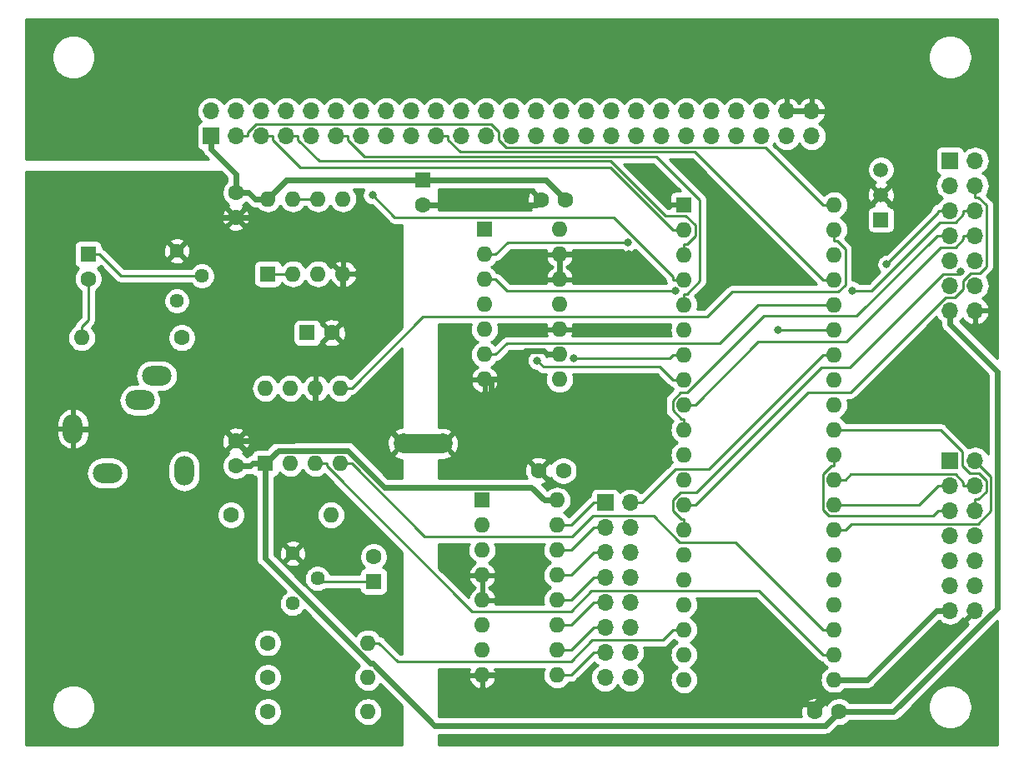
<source format=gtl>
G04 #@! TF.GenerationSoftware,KiCad,Pcbnew,(5.1.4-0-10_14)*
G04 #@! TF.CreationDate,2021-02-18T19:35:16+09:00*
G04 #@! TF.ProjectId,PC8001-YM2203,50433830-3031-42d5-994d-323230332e6b,rev?*
G04 #@! TF.SameCoordinates,Original*
G04 #@! TF.FileFunction,Copper,L1,Top*
G04 #@! TF.FilePolarity,Positive*
%FSLAX46Y46*%
G04 Gerber Fmt 4.6, Leading zero omitted, Abs format (unit mm)*
G04 Created by KiCad (PCBNEW (5.1.4-0-10_14)) date 2021-02-18 19:35:16*
%MOMM*%
%LPD*%
G04 APERTURE LIST*
%ADD10C,0.100000*%
%ADD11O,1.700000X1.700000*%
%ADD12R,1.700000X1.700000*%
%ADD13C,2.000000*%
%ADD14O,1.600000X1.600000*%
%ADD15R,1.600000X1.600000*%
%ADD16R,1.500000X1.500000*%
%ADD17C,1.500000*%
%ADD18C,1.440000*%
%ADD19C,1.600000*%
%ADD20O,3.000000X2.000000*%
%ADD21O,2.000000X3.000000*%
%ADD22C,0.800000*%
%ADD23C,0.600000*%
%ADD24C,0.250000*%
%ADD25C,0.254000*%
G04 APERTURE END LIST*
D10*
G36*
X81000000Y-103750000D02*
G01*
X85000000Y-103750000D01*
X85000000Y-105750000D01*
X81000000Y-105750000D01*
X81000000Y-103750000D01*
G37*
D11*
X139040000Y-121740000D03*
X136500000Y-121740000D03*
X139040000Y-119200000D03*
X136500000Y-119200000D03*
X139040000Y-116660000D03*
X136500000Y-116660000D03*
X139040000Y-114120000D03*
X136500000Y-114120000D03*
X139040000Y-111580000D03*
X136500000Y-111580000D03*
X139040000Y-109040000D03*
X136500000Y-109040000D03*
X139040000Y-106500000D03*
D12*
X136500000Y-106500000D03*
D11*
X139040000Y-91240000D03*
X136500000Y-91240000D03*
X139040000Y-88700000D03*
X136500000Y-88700000D03*
X139040000Y-86160000D03*
X136500000Y-86160000D03*
X139040000Y-83620000D03*
X136500000Y-83620000D03*
X139040000Y-81080000D03*
X136500000Y-81080000D03*
X139040000Y-78540000D03*
X136500000Y-78540000D03*
X139040000Y-76000000D03*
D12*
X136500000Y-76000000D03*
D13*
X85000000Y-104750000D03*
X81000000Y-104750000D03*
D14*
X67000000Y-99130000D03*
X74620000Y-106750000D03*
X69540000Y-99130000D03*
X72080000Y-106750000D03*
X72080000Y-99130000D03*
X69540000Y-106750000D03*
X74620000Y-99130000D03*
D15*
X67000000Y-106750000D03*
D14*
X124740000Y-80500000D03*
X109500000Y-128760000D03*
X124740000Y-83040000D03*
X109500000Y-126220000D03*
X124740000Y-85580000D03*
X109500000Y-123680000D03*
X124740000Y-88120000D03*
X109500000Y-121140000D03*
X124740000Y-90660000D03*
X109500000Y-118600000D03*
X124740000Y-93200000D03*
X109500000Y-116060000D03*
X124740000Y-95740000D03*
X109500000Y-113520000D03*
X124740000Y-98280000D03*
X109500000Y-110980000D03*
X124740000Y-100820000D03*
X109500000Y-108440000D03*
X124740000Y-103360000D03*
X109500000Y-105900000D03*
X124740000Y-105900000D03*
X109500000Y-103360000D03*
X124740000Y-108440000D03*
X109500000Y-100820000D03*
X124740000Y-110980000D03*
X109500000Y-98280000D03*
X124740000Y-113520000D03*
X109500000Y-95740000D03*
X124740000Y-116060000D03*
X109500000Y-93200000D03*
X124740000Y-118600000D03*
X109500000Y-90660000D03*
X124740000Y-121140000D03*
X109500000Y-88120000D03*
X124740000Y-123680000D03*
X109500000Y-85580000D03*
X124740000Y-126220000D03*
X109500000Y-83040000D03*
X124740000Y-128760000D03*
D15*
X109500000Y-80500000D03*
D16*
X129500000Y-82000000D03*
D17*
X129500000Y-76920000D03*
X129500000Y-79460000D03*
D14*
X96620000Y-110500000D03*
X89000000Y-128280000D03*
X96620000Y-113040000D03*
X89000000Y-125740000D03*
X96620000Y-115580000D03*
X89000000Y-123200000D03*
X96620000Y-118120000D03*
X89000000Y-120660000D03*
X96620000Y-120660000D03*
X89000000Y-118120000D03*
X96620000Y-123200000D03*
X89000000Y-115580000D03*
X96620000Y-125740000D03*
X89000000Y-113040000D03*
X96620000Y-128280000D03*
D15*
X89000000Y-110500000D03*
D14*
X96870000Y-83000000D03*
X89250000Y-98240000D03*
X96870000Y-85540000D03*
X89250000Y-95700000D03*
X96870000Y-88080000D03*
X89250000Y-93160000D03*
X96870000Y-90620000D03*
X89250000Y-90620000D03*
X96870000Y-93160000D03*
X89250000Y-88080000D03*
X96870000Y-95700000D03*
X89250000Y-85540000D03*
X96870000Y-98240000D03*
D15*
X89250000Y-83000000D03*
D14*
X67250000Y-79880000D03*
X74870000Y-87500000D03*
X69790000Y-79880000D03*
X72330000Y-87500000D03*
X72330000Y-79880000D03*
X69790000Y-87500000D03*
X74870000Y-79880000D03*
D15*
X67250000Y-87500000D03*
D18*
X58000000Y-90250000D03*
X60540000Y-87710000D03*
X58000000Y-85170000D03*
X69750000Y-121000000D03*
X72290000Y-118460000D03*
X69750000Y-115920000D03*
D14*
X48340000Y-94000000D03*
D19*
X58500000Y-94000000D03*
D14*
X73660000Y-112000000D03*
D19*
X63500000Y-112000000D03*
D14*
X77410000Y-125000000D03*
D19*
X67250000Y-125000000D03*
D14*
X77410000Y-128500000D03*
D19*
X67250000Y-128500000D03*
D14*
X77410000Y-132000000D03*
D19*
X67250000Y-132000000D03*
D20*
X50950000Y-107750000D03*
D21*
X58750000Y-107550000D03*
D20*
X54250000Y-100350000D03*
X55950000Y-97850000D03*
D21*
X47450000Y-103250000D03*
D11*
X104040000Y-128530000D03*
X101500000Y-128530000D03*
X104040000Y-125990000D03*
X101500000Y-125990000D03*
X104040000Y-123450000D03*
X101500000Y-123450000D03*
X104040000Y-120910000D03*
X101500000Y-120910000D03*
X104040000Y-118370000D03*
X101500000Y-118370000D03*
X104040000Y-115830000D03*
X101500000Y-115830000D03*
X104040000Y-113290000D03*
X101500000Y-113290000D03*
X104040000Y-110750000D03*
D12*
X101500000Y-110750000D03*
D11*
X122460000Y-70960000D03*
X122460000Y-73500000D03*
X119920000Y-70960000D03*
X119920000Y-73500000D03*
X117380000Y-70960000D03*
X117380000Y-73500000D03*
X114840000Y-70960000D03*
X114840000Y-73500000D03*
X112300000Y-70960000D03*
X112300000Y-73500000D03*
X109760000Y-70960000D03*
X109760000Y-73500000D03*
X107220000Y-70960000D03*
X107220000Y-73500000D03*
X104680000Y-70960000D03*
X104680000Y-73500000D03*
X102140000Y-70960000D03*
X102140000Y-73500000D03*
X99600000Y-70960000D03*
X99600000Y-73500000D03*
X97060000Y-70960000D03*
X97060000Y-73500000D03*
X94520000Y-70960000D03*
X94520000Y-73500000D03*
X91980000Y-70960000D03*
X91980000Y-73500000D03*
X89440000Y-70960000D03*
X89440000Y-73500000D03*
X86900000Y-70960000D03*
X86900000Y-73500000D03*
X84360000Y-70960000D03*
X84360000Y-73500000D03*
X81820000Y-70960000D03*
X81820000Y-73500000D03*
X79280000Y-70960000D03*
X79280000Y-73500000D03*
X76740000Y-70960000D03*
X76740000Y-73500000D03*
X74200000Y-70960000D03*
X74200000Y-73500000D03*
X71660000Y-70960000D03*
X71660000Y-73500000D03*
X69120000Y-70960000D03*
X69120000Y-73500000D03*
X66580000Y-70960000D03*
X66580000Y-73500000D03*
X64040000Y-70960000D03*
X64040000Y-73500000D03*
X61500000Y-70960000D03*
D12*
X61500000Y-73500000D03*
D19*
X49000000Y-88000000D03*
D15*
X49000000Y-85500000D03*
D19*
X73750000Y-93500000D03*
D15*
X71250000Y-93500000D03*
D19*
X78000000Y-116250000D03*
D15*
X78000000Y-118750000D03*
D19*
X64000000Y-107000000D03*
X64000000Y-104500000D03*
X125250000Y-132000000D03*
X122750000Y-132000000D03*
X97250000Y-107500000D03*
X94750000Y-107500000D03*
X97500000Y-80000000D03*
X95000000Y-80000000D03*
X64000000Y-79250000D03*
X64000000Y-81750000D03*
X83000000Y-80500000D03*
D15*
X83000000Y-78000000D03*
D22*
X103928000Y-85540000D03*
X129500000Y-134000000D03*
X136500000Y-97000000D03*
X115000000Y-84500000D03*
X103843600Y-84299800D03*
X94583800Y-96309700D03*
X98304000Y-96048300D03*
X77870100Y-79494700D03*
X126588300Y-89192300D03*
X130093900Y-86525200D03*
X137577700Y-87306700D03*
X119034800Y-93200000D03*
X108631300Y-89262000D03*
D23*
X96870000Y-85540000D02*
X103928000Y-85540000D01*
X96870000Y-88080000D02*
X96870000Y-85540000D01*
X96870000Y-95700000D02*
X95569700Y-95700000D01*
X95569700Y-95700000D02*
X95229900Y-95360200D01*
X95229900Y-95360200D02*
X93430100Y-95360200D01*
X93430100Y-95360200D02*
X90550300Y-98240000D01*
X88500000Y-101250000D02*
X85000000Y-104750000D01*
X89900200Y-98240000D02*
X89900200Y-99849800D01*
X89900200Y-99849800D02*
X88500000Y-101250000D01*
X94750000Y-107500000D02*
X88500000Y-101250000D01*
X89900200Y-98240000D02*
X90550300Y-98240000D01*
X89250000Y-98240000D02*
X89900200Y-98240000D01*
X122750000Y-131200000D02*
X93220300Y-131200000D01*
X93220300Y-131200000D02*
X90300300Y-128280000D01*
X139040000Y-121740000D02*
X130508800Y-130271200D01*
X130508800Y-130271200D02*
X123678800Y-130271200D01*
X123678800Y-130271200D02*
X122750000Y-131200000D01*
X122750000Y-132000000D02*
X122750000Y-131200000D01*
X89000000Y-128280000D02*
X90300300Y-128280000D01*
X122460000Y-70960000D02*
X119920000Y-70960000D01*
X83000000Y-80500000D02*
X94500000Y-80500000D01*
X94500000Y-80500000D02*
X95000000Y-80000000D01*
X67000000Y-106750000D02*
X68304900Y-105445100D01*
X68304900Y-105445100D02*
X75324800Y-105445100D01*
X75324800Y-105445100D02*
X79079400Y-109199700D01*
X79079400Y-109199700D02*
X94019400Y-109199700D01*
X94019400Y-109199700D02*
X95319700Y-110500000D01*
X67000000Y-106750000D02*
X67000000Y-116429100D01*
X67000000Y-116429100D02*
X77674700Y-127103800D01*
X77674700Y-127103800D02*
X77917400Y-127103800D01*
X77917400Y-127103800D02*
X84199600Y-133386000D01*
X84199600Y-133386000D02*
X123864000Y-133386000D01*
X123864000Y-133386000D02*
X125250000Y-132000000D01*
X96620000Y-110500000D02*
X95319700Y-110500000D01*
X84300300Y-78000000D02*
X95500000Y-78000000D01*
X95500000Y-78000000D02*
X97500000Y-80000000D01*
X61500000Y-73500000D02*
X61500000Y-74850300D01*
X64000000Y-79250000D02*
X64000000Y-77350300D01*
X64000000Y-77350300D02*
X61500000Y-74850300D01*
X64000000Y-79250000D02*
X65319700Y-79250000D01*
X65319700Y-79250000D02*
X65949700Y-79880000D01*
X83000000Y-78000000D02*
X81699700Y-78000000D01*
X81699700Y-78000000D02*
X69130000Y-78000000D01*
X69130000Y-78000000D02*
X67250000Y-79880000D01*
X135149700Y-121740000D02*
X128129700Y-128760000D01*
X128129700Y-128760000D02*
X124740000Y-128760000D01*
X136500000Y-91240000D02*
X136500000Y-92590300D01*
X136500000Y-92590300D02*
X141307100Y-97397400D01*
X141307100Y-97397400D02*
X141307100Y-121456900D01*
X141307100Y-121456900D02*
X130764000Y-132000000D01*
X130764000Y-132000000D02*
X125250000Y-132000000D01*
X83000000Y-78000000D02*
X84300300Y-78000000D01*
X136500000Y-121740000D02*
X135149700Y-121740000D01*
X67000000Y-106750000D02*
X65699700Y-106750000D01*
X64000000Y-107000000D02*
X65449700Y-107000000D01*
X65449700Y-107000000D02*
X65699700Y-106750000D01*
X67250000Y-79880000D02*
X65949700Y-79880000D01*
D24*
X78000000Y-118750000D02*
X72580000Y-118750000D01*
X72580000Y-118750000D02*
X72290000Y-118460000D01*
X48340000Y-94000000D02*
X48340000Y-92874700D01*
X49000000Y-88000000D02*
X49000000Y-92214700D01*
X49000000Y-92214700D02*
X48340000Y-92874700D01*
X49000000Y-85500000D02*
X50125300Y-85500000D01*
X50125300Y-85500000D02*
X52335300Y-87710000D01*
X52335300Y-87710000D02*
X60540000Y-87710000D01*
X90375300Y-85540000D02*
X91615500Y-84299800D01*
X91615500Y-84299800D02*
X103843600Y-84299800D01*
X89250000Y-85540000D02*
X90375300Y-85540000D01*
X124740000Y-88120000D02*
X123614700Y-88120000D01*
X84360000Y-73500000D02*
X85535300Y-73500000D01*
X85535300Y-73500000D02*
X85535300Y-73867300D01*
X85535300Y-73867300D02*
X86793700Y-75125700D01*
X86793700Y-75125700D02*
X110620400Y-75125700D01*
X110620400Y-75125700D02*
X123614700Y-88120000D01*
X94583800Y-96309700D02*
X95244100Y-96970000D01*
X95244100Y-96970000D02*
X107064700Y-96970000D01*
X107064700Y-96970000D02*
X108374700Y-98280000D01*
X109500000Y-98280000D02*
X108374700Y-98280000D01*
X109500000Y-95740000D02*
X108374700Y-95740000D01*
X98304000Y-96048300D02*
X108066400Y-96048300D01*
X108066400Y-96048300D02*
X108374700Y-95740000D01*
X109500000Y-90660000D02*
X109500000Y-89534700D01*
X74200000Y-73500000D02*
X75375300Y-73500000D01*
X75375300Y-73500000D02*
X75375300Y-73867300D01*
X75375300Y-73867300D02*
X77084100Y-75576100D01*
X77084100Y-75576100D02*
X106694800Y-75576100D01*
X106694800Y-75576100D02*
X111095000Y-79976300D01*
X111095000Y-79976300D02*
X111095000Y-88221000D01*
X111095000Y-88221000D02*
X109781300Y-89534700D01*
X109781300Y-89534700D02*
X109500000Y-89534700D01*
X109500000Y-88120000D02*
X108374700Y-88120000D01*
X77870100Y-79494700D02*
X80139000Y-81763600D01*
X80139000Y-81763600D02*
X102334800Y-81763600D01*
X102334800Y-81763600D02*
X108374700Y-87803500D01*
X108374700Y-87803500D02*
X108374700Y-88120000D01*
X109500000Y-85580000D02*
X109500000Y-84454700D01*
X69120000Y-73500000D02*
X70295300Y-73500000D01*
X70295300Y-73500000D02*
X70295300Y-73867300D01*
X70295300Y-73867300D02*
X72454500Y-76026500D01*
X72454500Y-76026500D02*
X101998100Y-76026500D01*
X101998100Y-76026500D02*
X107597000Y-81625400D01*
X107597000Y-81625400D02*
X109679400Y-81625400D01*
X109679400Y-81625400D02*
X110625300Y-82571300D01*
X110625300Y-82571300D02*
X110625300Y-83610800D01*
X110625300Y-83610800D02*
X109781400Y-84454700D01*
X109781400Y-84454700D02*
X109500000Y-84454700D01*
X109500000Y-83040000D02*
X108374700Y-83040000D01*
X66580000Y-73500000D02*
X67755300Y-73500000D01*
X67755300Y-73500000D02*
X67755300Y-73867300D01*
X67755300Y-73867300D02*
X70572200Y-76684200D01*
X70572200Y-76684200D02*
X102018900Y-76684200D01*
X102018900Y-76684200D02*
X108374700Y-83040000D01*
X124740000Y-80500000D02*
X123614700Y-80500000D01*
X65215300Y-73500000D02*
X65215300Y-73132700D01*
X65215300Y-73132700D02*
X66023400Y-72324600D01*
X66023400Y-72324600D02*
X89965600Y-72324600D01*
X89965600Y-72324600D02*
X90710000Y-73069000D01*
X90710000Y-73069000D02*
X90710000Y-73932200D01*
X90710000Y-73932200D02*
X91453100Y-74675300D01*
X91453100Y-74675300D02*
X117790000Y-74675300D01*
X117790000Y-74675300D02*
X123614700Y-80500000D01*
X64040000Y-73500000D02*
X65215300Y-73500000D01*
X124740000Y-95740000D02*
X123614700Y-95740000D01*
X123614700Y-95740000D02*
X112040100Y-107314600D01*
X112040100Y-107314600D02*
X108650700Y-107314600D01*
X108650700Y-107314600D02*
X105215300Y-110750000D01*
X104040000Y-110750000D02*
X105215300Y-110750000D01*
X101500000Y-125990000D02*
X100324700Y-125990000D01*
X100324700Y-125990000D02*
X98034700Y-128280000D01*
X98034700Y-128280000D02*
X96620000Y-128280000D01*
X101500000Y-123450000D02*
X100324700Y-123450000D01*
X100324700Y-123450000D02*
X98034700Y-125740000D01*
X98034700Y-125740000D02*
X96620000Y-125740000D01*
X101500000Y-120910000D02*
X100324700Y-120910000D01*
X100324700Y-120910000D02*
X98034700Y-123200000D01*
X98034700Y-123200000D02*
X96620000Y-123200000D01*
X101500000Y-118370000D02*
X100324700Y-118370000D01*
X100324700Y-118370000D02*
X98034700Y-120660000D01*
X98034700Y-120660000D02*
X96620000Y-120660000D01*
X101500000Y-115830000D02*
X100324700Y-115830000D01*
X100324700Y-115830000D02*
X98034700Y-118120000D01*
X98034700Y-118120000D02*
X96620000Y-118120000D01*
X101500000Y-113290000D02*
X100324700Y-113290000D01*
X100324700Y-113290000D02*
X98034700Y-115580000D01*
X98034700Y-115580000D02*
X96620000Y-115580000D01*
X101500000Y-110750000D02*
X100324700Y-110750000D01*
X100324700Y-110750000D02*
X98034700Y-113040000D01*
X98034700Y-113040000D02*
X96620000Y-113040000D01*
X139040000Y-78540000D02*
X139040000Y-79715300D01*
X109500000Y-110980000D02*
X110625300Y-110980000D01*
X110625300Y-110980000D02*
X122055300Y-99550000D01*
X122055300Y-99550000D02*
X126415900Y-99550000D01*
X126415900Y-99550000D02*
X136090500Y-89875400D01*
X136090500Y-89875400D02*
X137025600Y-89875400D01*
X137025600Y-89875400D02*
X137806100Y-89094900D01*
X137806100Y-89094900D02*
X137806100Y-88251100D01*
X137806100Y-88251100D02*
X138627200Y-87430000D01*
X138627200Y-87430000D02*
X139519100Y-87430000D01*
X139519100Y-87430000D02*
X140215300Y-86733800D01*
X140215300Y-86733800D02*
X140215300Y-80523200D01*
X140215300Y-80523200D02*
X139407400Y-79715300D01*
X139407400Y-79715300D02*
X139040000Y-79715300D01*
X137864700Y-81080000D02*
X137864700Y-81447400D01*
X137864700Y-81447400D02*
X137056800Y-82255300D01*
X137056800Y-82255300D02*
X135488800Y-82255300D01*
X135488800Y-82255300D02*
X128551800Y-89192300D01*
X128551800Y-89192300D02*
X126588300Y-89192300D01*
X139040000Y-81080000D02*
X137864700Y-81080000D01*
X109500000Y-100820000D02*
X110625300Y-100820000D01*
X139040000Y-83620000D02*
X137864700Y-83620000D01*
X110625300Y-100820000D02*
X117055800Y-94389500D01*
X117055800Y-94389500D02*
X125968700Y-94389500D01*
X125968700Y-94389500D02*
X135562900Y-84795300D01*
X135562900Y-84795300D02*
X137056800Y-84795300D01*
X137056800Y-84795300D02*
X137864700Y-83987400D01*
X137864700Y-83987400D02*
X137864700Y-83620000D01*
X136500000Y-83620000D02*
X135205900Y-83620000D01*
X135205900Y-83620000D02*
X127021800Y-91804100D01*
X127021800Y-91804100D02*
X117574000Y-91804100D01*
X117574000Y-91804100D02*
X109828100Y-99550000D01*
X109828100Y-99550000D02*
X109151100Y-99550000D01*
X109151100Y-99550000D02*
X108342100Y-100359000D01*
X108342100Y-100359000D02*
X108342100Y-101358100D01*
X108342100Y-101358100D02*
X109218700Y-102234700D01*
X109218700Y-102234700D02*
X109500000Y-102234700D01*
X109500000Y-103360000D02*
X109500000Y-102234700D01*
X135324700Y-81080000D02*
X135324700Y-81294400D01*
X135324700Y-81294400D02*
X130093900Y-86525200D01*
X136500000Y-81080000D02*
X135324700Y-81080000D01*
X109500000Y-113520000D02*
X109500000Y-112394700D01*
X109500000Y-112394700D02*
X109218700Y-112394700D01*
X109218700Y-112394700D02*
X108370900Y-111546900D01*
X108370900Y-111546900D02*
X108370900Y-110503700D01*
X108370900Y-110503700D02*
X109164600Y-109710000D01*
X109164600Y-109710000D02*
X110774700Y-109710000D01*
X110774700Y-109710000D02*
X123474700Y-97010000D01*
X123474700Y-97010000D02*
X126289800Y-97010000D01*
X126289800Y-97010000D02*
X135775100Y-87524700D01*
X135775100Y-87524700D02*
X137359700Y-87524700D01*
X137359700Y-87524700D02*
X137577700Y-87306700D01*
X124740000Y-113520000D02*
X125865300Y-113520000D01*
X139040000Y-106500000D02*
X140680900Y-108140900D01*
X140680900Y-108140900D02*
X140680900Y-111610700D01*
X140680900Y-111610700D02*
X139390000Y-112901600D01*
X139390000Y-112901600D02*
X126483700Y-112901600D01*
X126483700Y-112901600D02*
X125865300Y-113520000D01*
X139040000Y-109040000D02*
X137864700Y-109040000D01*
X124740000Y-108440000D02*
X125865300Y-108440000D01*
X125865300Y-108440000D02*
X126440600Y-107864700D01*
X126440600Y-107864700D02*
X137056800Y-107864700D01*
X137056800Y-107864700D02*
X137864700Y-108672600D01*
X137864700Y-108672600D02*
X137864700Y-109040000D01*
X139040000Y-111580000D02*
X139040000Y-110404700D01*
X124740000Y-103360000D02*
X135531000Y-103360000D01*
X135531000Y-103360000D02*
X137770000Y-105599000D01*
X137770000Y-105599000D02*
X137770000Y-106978300D01*
X137770000Y-106978300D02*
X138561700Y-107770000D01*
X138561700Y-107770000D02*
X139452900Y-107770000D01*
X139452900Y-107770000D02*
X140215300Y-108532400D01*
X140215300Y-108532400D02*
X140215300Y-109596800D01*
X140215300Y-109596800D02*
X139407400Y-110404700D01*
X139407400Y-110404700D02*
X139040000Y-110404700D01*
X136500000Y-111580000D02*
X135324700Y-111580000D01*
X124740000Y-105900000D02*
X124740000Y-107025300D01*
X124740000Y-107025300D02*
X124458700Y-107025300D01*
X124458700Y-107025300D02*
X123611900Y-107872100D01*
X123611900Y-107872100D02*
X123611900Y-111504400D01*
X123611900Y-111504400D02*
X124222200Y-112114700D01*
X124222200Y-112114700D02*
X134790000Y-112114700D01*
X134790000Y-112114700D02*
X135324700Y-111580000D01*
X136500000Y-109040000D02*
X135324700Y-109040000D01*
X124740000Y-110980000D02*
X133384700Y-110980000D01*
X133384700Y-110980000D02*
X135324700Y-109040000D01*
X109500000Y-123680000D02*
X108374700Y-123680000D01*
X77410000Y-125000000D02*
X78535300Y-125000000D01*
X78535300Y-125000000D02*
X80414000Y-126878700D01*
X80414000Y-126878700D02*
X98015700Y-126878700D01*
X98015700Y-126878700D02*
X100174400Y-124720000D01*
X100174400Y-124720000D02*
X107334700Y-124720000D01*
X107334700Y-124720000D02*
X108374700Y-123680000D01*
X72330000Y-79880000D02*
X69790000Y-79880000D01*
X67250000Y-87500000D02*
X69790000Y-87500000D01*
X90375300Y-95700000D02*
X91500600Y-94574700D01*
X91500600Y-94574700D02*
X113099000Y-94574700D01*
X113099000Y-94574700D02*
X117013700Y-90660000D01*
X117013700Y-90660000D02*
X124740000Y-90660000D01*
X89250000Y-95700000D02*
X90375300Y-95700000D01*
X119034800Y-93200000D02*
X124740000Y-93200000D01*
X90375300Y-88080000D02*
X91557300Y-89262000D01*
X91557300Y-89262000D02*
X108631300Y-89262000D01*
X89250000Y-88080000D02*
X90375300Y-88080000D01*
X74620000Y-99130000D02*
X75745300Y-99130000D01*
X124740000Y-83040000D02*
X124740000Y-84165300D01*
X124740000Y-84165300D02*
X125021300Y-84165300D01*
X125021300Y-84165300D02*
X125865700Y-85009700D01*
X125865700Y-85009700D02*
X125865700Y-88605600D01*
X125865700Y-88605600D02*
X125155200Y-89316100D01*
X125155200Y-89316100D02*
X114391400Y-89316100D01*
X114391400Y-89316100D02*
X111817500Y-91890000D01*
X111817500Y-91890000D02*
X82985300Y-91890000D01*
X82985300Y-91890000D02*
X75745300Y-99130000D01*
X74620000Y-106750000D02*
X75745300Y-106750000D01*
X124740000Y-123680000D02*
X123614700Y-123680000D01*
X123614700Y-123680000D02*
X114724700Y-114790000D01*
X114724700Y-114790000D02*
X109089800Y-114790000D01*
X109089800Y-114790000D02*
X106392700Y-112092900D01*
X106392700Y-112092900D02*
X100247100Y-112092900D01*
X100247100Y-112092900D02*
X98174600Y-114165400D01*
X98174600Y-114165400D02*
X83160700Y-114165400D01*
X83160700Y-114165400D02*
X75745300Y-106750000D01*
X73205300Y-106750000D02*
X73205300Y-107031300D01*
X73205300Y-107031300D02*
X87972700Y-121798700D01*
X87972700Y-121798700D02*
X98015700Y-121798700D01*
X98015700Y-121798700D02*
X100089000Y-119725400D01*
X100089000Y-119725400D02*
X117120100Y-119725400D01*
X117120100Y-119725400D02*
X123614700Y-126220000D01*
X124740000Y-126220000D02*
X123614700Y-126220000D01*
X72080000Y-106750000D02*
X73205300Y-106750000D01*
D23*
X72080000Y-102265000D02*
X69845000Y-104500000D01*
X69845000Y-104500000D02*
X64000000Y-104500000D01*
X72080000Y-102265000D02*
X78515000Y-102265000D01*
X78515000Y-102265000D02*
X81000000Y-104750000D01*
X72080000Y-100430300D02*
X72080000Y-102265000D01*
X72080000Y-99130000D02*
X72080000Y-100430300D01*
X73750000Y-93500000D02*
X74870000Y-92380000D01*
X74870000Y-92380000D02*
X74870000Y-87500000D01*
X64000000Y-81750000D02*
X69120000Y-81750000D01*
X69120000Y-81750000D02*
X74870000Y-87500000D01*
X64000000Y-104500000D02*
X62750000Y-103250000D01*
X62750000Y-103250000D02*
X47450000Y-103250000D01*
X58000000Y-85170000D02*
X61420000Y-81750000D01*
X61420000Y-81750000D02*
X64000000Y-81750000D01*
D25*
G36*
X63065001Y-77737590D02*
G01*
X63065001Y-78155603D01*
X62885363Y-78335241D01*
X62728320Y-78570273D01*
X62620147Y-78831426D01*
X62565000Y-79108665D01*
X62565000Y-79391335D01*
X62620147Y-79668574D01*
X62728320Y-79929727D01*
X62885363Y-80164759D01*
X63085241Y-80364637D01*
X63285869Y-80498692D01*
X63258486Y-80513329D01*
X63186903Y-80757298D01*
X64000000Y-81570395D01*
X64813097Y-80757298D01*
X64741514Y-80513329D01*
X64712659Y-80499676D01*
X64914759Y-80364637D01*
X65013404Y-80265993D01*
X65256070Y-80508659D01*
X65285356Y-80544344D01*
X65427728Y-80661186D01*
X65533580Y-80717765D01*
X65590159Y-80748007D01*
X65766408Y-80801472D01*
X65949700Y-80819524D01*
X65995635Y-80815000D01*
X66160956Y-80815000D01*
X66230392Y-80899608D01*
X66448899Y-81078932D01*
X66698192Y-81212182D01*
X66968691Y-81294236D01*
X67179508Y-81315000D01*
X67320492Y-81315000D01*
X67531309Y-81294236D01*
X67801808Y-81212182D01*
X68051101Y-81078932D01*
X68269608Y-80899608D01*
X68448932Y-80681101D01*
X68520000Y-80548142D01*
X68591068Y-80681101D01*
X68770392Y-80899608D01*
X68988899Y-81078932D01*
X69238192Y-81212182D01*
X69508691Y-81294236D01*
X69719508Y-81315000D01*
X69860492Y-81315000D01*
X70071309Y-81294236D01*
X70341808Y-81212182D01*
X70591101Y-81078932D01*
X70809608Y-80899608D01*
X70988932Y-80681101D01*
X71010901Y-80640000D01*
X71109099Y-80640000D01*
X71131068Y-80681101D01*
X71310392Y-80899608D01*
X71528899Y-81078932D01*
X71778192Y-81212182D01*
X72048691Y-81294236D01*
X72259508Y-81315000D01*
X72400492Y-81315000D01*
X72611309Y-81294236D01*
X72881808Y-81212182D01*
X73131101Y-81078932D01*
X73349608Y-80899608D01*
X73528932Y-80681101D01*
X73600000Y-80548142D01*
X73671068Y-80681101D01*
X73850392Y-80899608D01*
X74068899Y-81078932D01*
X74318192Y-81212182D01*
X74588691Y-81294236D01*
X74799508Y-81315000D01*
X74940492Y-81315000D01*
X75151309Y-81294236D01*
X75421808Y-81212182D01*
X75671101Y-81078932D01*
X75889608Y-80899608D01*
X76068932Y-80681101D01*
X76202182Y-80431808D01*
X76284236Y-80161309D01*
X76311943Y-79880000D01*
X76284236Y-79598691D01*
X76202182Y-79328192D01*
X76068932Y-79078899D01*
X75950837Y-78935000D01*
X76999296Y-78935000D01*
X76952895Y-79004444D01*
X76874874Y-79192802D01*
X76835100Y-79392761D01*
X76835100Y-79596639D01*
X76874874Y-79796598D01*
X76952895Y-79984956D01*
X77066163Y-80154474D01*
X77210326Y-80298637D01*
X77379844Y-80411905D01*
X77568202Y-80489926D01*
X77768161Y-80529700D01*
X77830299Y-80529700D01*
X79575201Y-82274603D01*
X79598999Y-82303601D01*
X79627997Y-82327399D01*
X79714723Y-82398574D01*
X79846753Y-82469146D01*
X79990014Y-82512603D01*
X80101667Y-82523600D01*
X80101676Y-82523600D01*
X80138999Y-82527276D01*
X80176322Y-82523600D01*
X80873000Y-82523600D01*
X80873000Y-92927498D01*
X75662371Y-98138128D01*
X75639608Y-98110392D01*
X75421101Y-97931068D01*
X75171808Y-97797818D01*
X74901309Y-97715764D01*
X74690492Y-97695000D01*
X74549508Y-97695000D01*
X74338691Y-97715764D01*
X74068192Y-97797818D01*
X73818899Y-97931068D01*
X73600392Y-98110392D01*
X73421068Y-98328899D01*
X73347421Y-98466682D01*
X73232385Y-98274869D01*
X73043414Y-98066481D01*
X72817420Y-97898963D01*
X72563087Y-97778754D01*
X72429039Y-97738096D01*
X72207000Y-97860085D01*
X72207000Y-99003000D01*
X72227000Y-99003000D01*
X72227000Y-99257000D01*
X72207000Y-99257000D01*
X72207000Y-100399915D01*
X72429039Y-100521904D01*
X72563087Y-100481246D01*
X72817420Y-100361037D01*
X73043414Y-100193519D01*
X73232385Y-99985131D01*
X73347421Y-99793318D01*
X73421068Y-99931101D01*
X73600392Y-100149608D01*
X73818899Y-100328932D01*
X74068192Y-100462182D01*
X74338691Y-100544236D01*
X74549508Y-100565000D01*
X74690492Y-100565000D01*
X74901309Y-100544236D01*
X75171808Y-100462182D01*
X75421101Y-100328932D01*
X75639608Y-100149608D01*
X75818932Y-99931101D01*
X75844139Y-99883942D01*
X75894286Y-99879003D01*
X76037547Y-99835546D01*
X76169576Y-99764974D01*
X76285301Y-99670001D01*
X76309104Y-99640997D01*
X80873000Y-95077102D01*
X80873000Y-103117114D01*
X80618325Y-103152039D01*
X80313912Y-103257205D01*
X80139956Y-103350186D01*
X80044192Y-103614587D01*
X80365000Y-103935395D01*
X80365000Y-104294605D01*
X79864587Y-103794192D01*
X79600186Y-103889956D01*
X79459296Y-104179571D01*
X79377616Y-104491108D01*
X79358282Y-104812595D01*
X79402039Y-105131675D01*
X79507205Y-105436088D01*
X79600186Y-105610044D01*
X79864587Y-105705808D01*
X80365000Y-105205395D01*
X80365000Y-105564605D01*
X80044192Y-105885413D01*
X80139956Y-106149814D01*
X80429571Y-106290704D01*
X80741108Y-106372384D01*
X80873000Y-106380316D01*
X80873000Y-108264700D01*
X79466690Y-108264700D01*
X76018430Y-104816441D01*
X75989144Y-104780756D01*
X75846772Y-104663914D01*
X75684340Y-104577093D01*
X75508092Y-104523629D01*
X75370732Y-104510100D01*
X75324800Y-104505576D01*
X75278868Y-104510100D01*
X68350831Y-104510100D01*
X68304899Y-104505576D01*
X68121607Y-104523629D01*
X68068143Y-104539847D01*
X67945360Y-104577093D01*
X67782928Y-104663914D01*
X67640556Y-104780756D01*
X67611274Y-104816436D01*
X67115782Y-105311928D01*
X66200000Y-105311928D01*
X66075518Y-105324188D01*
X65955820Y-105360498D01*
X65845506Y-105419463D01*
X65748815Y-105498815D01*
X65669463Y-105595506D01*
X65610498Y-105705820D01*
X65575026Y-105822755D01*
X65516407Y-105828529D01*
X65475387Y-105840973D01*
X65340160Y-105881993D01*
X65177728Y-105968814D01*
X65079129Y-106049733D01*
X64914759Y-105885363D01*
X64714131Y-105751308D01*
X64741514Y-105736671D01*
X64813097Y-105492702D01*
X64000000Y-104679605D01*
X63186903Y-105492702D01*
X63258486Y-105736671D01*
X63287341Y-105750324D01*
X63085241Y-105885363D01*
X62885363Y-106085241D01*
X62728320Y-106320273D01*
X62620147Y-106581426D01*
X62565000Y-106858665D01*
X62565000Y-107141335D01*
X62620147Y-107418574D01*
X62728320Y-107679727D01*
X62885363Y-107914759D01*
X63085241Y-108114637D01*
X63320273Y-108271680D01*
X63581426Y-108379853D01*
X63858665Y-108435000D01*
X64141335Y-108435000D01*
X64418574Y-108379853D01*
X64679727Y-108271680D01*
X64914759Y-108114637D01*
X65094396Y-107935000D01*
X65403768Y-107935000D01*
X65449700Y-107939524D01*
X65495632Y-107935000D01*
X65632992Y-107921471D01*
X65673349Y-107909229D01*
X65748815Y-108001185D01*
X65845506Y-108080537D01*
X65955820Y-108139502D01*
X66065000Y-108172621D01*
X66065001Y-116383158D01*
X66060476Y-116429100D01*
X66078529Y-116612391D01*
X66131994Y-116788640D01*
X66218815Y-116951072D01*
X66335657Y-117093444D01*
X66371336Y-117122725D01*
X69071995Y-119823384D01*
X68886238Y-119947503D01*
X68697503Y-120136238D01*
X68549215Y-120358167D01*
X68447072Y-120604761D01*
X68395000Y-120866544D01*
X68395000Y-121133456D01*
X68447072Y-121395239D01*
X68549215Y-121641833D01*
X68697503Y-121863762D01*
X68886238Y-122052497D01*
X69108167Y-122200785D01*
X69354761Y-122302928D01*
X69616544Y-122355000D01*
X69883456Y-122355000D01*
X70145239Y-122302928D01*
X70391833Y-122200785D01*
X70613762Y-122052497D01*
X70802497Y-121863762D01*
X70926616Y-121678005D01*
X76576372Y-127327762D01*
X76390392Y-127480392D01*
X76211068Y-127698899D01*
X76077818Y-127948192D01*
X75995764Y-128218691D01*
X75968057Y-128500000D01*
X75995764Y-128781309D01*
X76077818Y-129051808D01*
X76211068Y-129301101D01*
X76390392Y-129519608D01*
X76608899Y-129698932D01*
X76858192Y-129832182D01*
X77128691Y-129914236D01*
X77339508Y-129935000D01*
X77480492Y-129935000D01*
X77691309Y-129914236D01*
X77961808Y-129832182D01*
X78211101Y-129698932D01*
X78429608Y-129519608D01*
X78608932Y-129301101D01*
X78672843Y-129181532D01*
X80873000Y-131381689D01*
X80873000Y-135340000D01*
X42660000Y-135340000D01*
X42660000Y-131279872D01*
X45265000Y-131279872D01*
X45265000Y-131720128D01*
X45350890Y-132151925D01*
X45519369Y-132558669D01*
X45763962Y-132924729D01*
X46075271Y-133236038D01*
X46441331Y-133480631D01*
X46848075Y-133649110D01*
X47279872Y-133735000D01*
X47720128Y-133735000D01*
X48151925Y-133649110D01*
X48558669Y-133480631D01*
X48924729Y-133236038D01*
X49236038Y-132924729D01*
X49480631Y-132558669D01*
X49649110Y-132151925D01*
X49707443Y-131858665D01*
X65815000Y-131858665D01*
X65815000Y-132141335D01*
X65870147Y-132418574D01*
X65978320Y-132679727D01*
X66135363Y-132914759D01*
X66335241Y-133114637D01*
X66570273Y-133271680D01*
X66831426Y-133379853D01*
X67108665Y-133435000D01*
X67391335Y-133435000D01*
X67668574Y-133379853D01*
X67929727Y-133271680D01*
X68164759Y-133114637D01*
X68364637Y-132914759D01*
X68521680Y-132679727D01*
X68629853Y-132418574D01*
X68685000Y-132141335D01*
X68685000Y-132000000D01*
X75968057Y-132000000D01*
X75995764Y-132281309D01*
X76077818Y-132551808D01*
X76211068Y-132801101D01*
X76390392Y-133019608D01*
X76608899Y-133198932D01*
X76858192Y-133332182D01*
X77128691Y-133414236D01*
X77339508Y-133435000D01*
X77480492Y-133435000D01*
X77691309Y-133414236D01*
X77961808Y-133332182D01*
X78211101Y-133198932D01*
X78429608Y-133019608D01*
X78608932Y-132801101D01*
X78742182Y-132551808D01*
X78824236Y-132281309D01*
X78851943Y-132000000D01*
X78824236Y-131718691D01*
X78742182Y-131448192D01*
X78608932Y-131198899D01*
X78429608Y-130980392D01*
X78211101Y-130801068D01*
X77961808Y-130667818D01*
X77691309Y-130585764D01*
X77480492Y-130565000D01*
X77339508Y-130565000D01*
X77128691Y-130585764D01*
X76858192Y-130667818D01*
X76608899Y-130801068D01*
X76390392Y-130980392D01*
X76211068Y-131198899D01*
X76077818Y-131448192D01*
X75995764Y-131718691D01*
X75968057Y-132000000D01*
X68685000Y-132000000D01*
X68685000Y-131858665D01*
X68629853Y-131581426D01*
X68521680Y-131320273D01*
X68364637Y-131085241D01*
X68164759Y-130885363D01*
X67929727Y-130728320D01*
X67668574Y-130620147D01*
X67391335Y-130565000D01*
X67108665Y-130565000D01*
X66831426Y-130620147D01*
X66570273Y-130728320D01*
X66335241Y-130885363D01*
X66135363Y-131085241D01*
X65978320Y-131320273D01*
X65870147Y-131581426D01*
X65815000Y-131858665D01*
X49707443Y-131858665D01*
X49735000Y-131720128D01*
X49735000Y-131279872D01*
X49649110Y-130848075D01*
X49480631Y-130441331D01*
X49236038Y-130075271D01*
X48924729Y-129763962D01*
X48558669Y-129519369D01*
X48151925Y-129350890D01*
X47720128Y-129265000D01*
X47279872Y-129265000D01*
X46848075Y-129350890D01*
X46441331Y-129519369D01*
X46075271Y-129763962D01*
X45763962Y-130075271D01*
X45519369Y-130441331D01*
X45350890Y-130848075D01*
X45265000Y-131279872D01*
X42660000Y-131279872D01*
X42660000Y-128358665D01*
X65815000Y-128358665D01*
X65815000Y-128641335D01*
X65870147Y-128918574D01*
X65978320Y-129179727D01*
X66135363Y-129414759D01*
X66335241Y-129614637D01*
X66570273Y-129771680D01*
X66831426Y-129879853D01*
X67108665Y-129935000D01*
X67391335Y-129935000D01*
X67668574Y-129879853D01*
X67929727Y-129771680D01*
X68164759Y-129614637D01*
X68364637Y-129414759D01*
X68521680Y-129179727D01*
X68629853Y-128918574D01*
X68685000Y-128641335D01*
X68685000Y-128358665D01*
X68629853Y-128081426D01*
X68521680Y-127820273D01*
X68364637Y-127585241D01*
X68164759Y-127385363D01*
X67929727Y-127228320D01*
X67668574Y-127120147D01*
X67391335Y-127065000D01*
X67108665Y-127065000D01*
X66831426Y-127120147D01*
X66570273Y-127228320D01*
X66335241Y-127385363D01*
X66135363Y-127585241D01*
X65978320Y-127820273D01*
X65870147Y-128081426D01*
X65815000Y-128358665D01*
X42660000Y-128358665D01*
X42660000Y-124858665D01*
X65815000Y-124858665D01*
X65815000Y-125141335D01*
X65870147Y-125418574D01*
X65978320Y-125679727D01*
X66135363Y-125914759D01*
X66335241Y-126114637D01*
X66570273Y-126271680D01*
X66831426Y-126379853D01*
X67108665Y-126435000D01*
X67391335Y-126435000D01*
X67668574Y-126379853D01*
X67929727Y-126271680D01*
X68164759Y-126114637D01*
X68364637Y-125914759D01*
X68521680Y-125679727D01*
X68629853Y-125418574D01*
X68685000Y-125141335D01*
X68685000Y-124858665D01*
X68629853Y-124581426D01*
X68521680Y-124320273D01*
X68364637Y-124085241D01*
X68164759Y-123885363D01*
X67929727Y-123728320D01*
X67668574Y-123620147D01*
X67391335Y-123565000D01*
X67108665Y-123565000D01*
X66831426Y-123620147D01*
X66570273Y-123728320D01*
X66335241Y-123885363D01*
X66135363Y-124085241D01*
X65978320Y-124320273D01*
X65870147Y-124581426D01*
X65815000Y-124858665D01*
X42660000Y-124858665D01*
X42660000Y-111858665D01*
X62065000Y-111858665D01*
X62065000Y-112141335D01*
X62120147Y-112418574D01*
X62228320Y-112679727D01*
X62385363Y-112914759D01*
X62585241Y-113114637D01*
X62820273Y-113271680D01*
X63081426Y-113379853D01*
X63358665Y-113435000D01*
X63641335Y-113435000D01*
X63918574Y-113379853D01*
X64179727Y-113271680D01*
X64414759Y-113114637D01*
X64614637Y-112914759D01*
X64771680Y-112679727D01*
X64879853Y-112418574D01*
X64935000Y-112141335D01*
X64935000Y-111858665D01*
X64879853Y-111581426D01*
X64771680Y-111320273D01*
X64614637Y-111085241D01*
X64414759Y-110885363D01*
X64179727Y-110728320D01*
X63918574Y-110620147D01*
X63641335Y-110565000D01*
X63358665Y-110565000D01*
X63081426Y-110620147D01*
X62820273Y-110728320D01*
X62585241Y-110885363D01*
X62385363Y-111085241D01*
X62228320Y-111320273D01*
X62120147Y-111581426D01*
X62065000Y-111858665D01*
X42660000Y-111858665D01*
X42660000Y-107750000D01*
X48807089Y-107750000D01*
X48838657Y-108070516D01*
X48932148Y-108378715D01*
X49083969Y-108662752D01*
X49288286Y-108911714D01*
X49537248Y-109116031D01*
X49821285Y-109267852D01*
X50129484Y-109361343D01*
X50369678Y-109385000D01*
X51530322Y-109385000D01*
X51770516Y-109361343D01*
X52078715Y-109267852D01*
X52362752Y-109116031D01*
X52611714Y-108911714D01*
X52816031Y-108662752D01*
X52967852Y-108378715D01*
X53061343Y-108070516D01*
X53092911Y-107750000D01*
X53061343Y-107429484D01*
X52967852Y-107121285D01*
X52886817Y-106969679D01*
X57115000Y-106969679D01*
X57115000Y-108130322D01*
X57138657Y-108370516D01*
X57232148Y-108678715D01*
X57383970Y-108962752D01*
X57588287Y-109211714D01*
X57837249Y-109416031D01*
X58121286Y-109567852D01*
X58429485Y-109661343D01*
X58750000Y-109692911D01*
X59070516Y-109661343D01*
X59378715Y-109567852D01*
X59662752Y-109416031D01*
X59911714Y-109211714D01*
X60116031Y-108962752D01*
X60267852Y-108678715D01*
X60361343Y-108370516D01*
X60385000Y-108130322D01*
X60385000Y-106969678D01*
X60361343Y-106729484D01*
X60267852Y-106421285D01*
X60116031Y-106137248D01*
X59911714Y-105888286D01*
X59662751Y-105683969D01*
X59378714Y-105532148D01*
X59070515Y-105438657D01*
X58750000Y-105407089D01*
X58429484Y-105438657D01*
X58121285Y-105532148D01*
X57837248Y-105683969D01*
X57588286Y-105888286D01*
X57383969Y-106137249D01*
X57232148Y-106421286D01*
X57138657Y-106729485D01*
X57115000Y-106969679D01*
X52886817Y-106969679D01*
X52816031Y-106837248D01*
X52611714Y-106588286D01*
X52362752Y-106383969D01*
X52078715Y-106232148D01*
X51770516Y-106138657D01*
X51530322Y-106115000D01*
X50369678Y-106115000D01*
X50129484Y-106138657D01*
X49821285Y-106232148D01*
X49537248Y-106383969D01*
X49288286Y-106588286D01*
X49083969Y-106837248D01*
X48932148Y-107121285D01*
X48838657Y-107429484D01*
X48807089Y-107750000D01*
X42660000Y-107750000D01*
X42660000Y-103377000D01*
X45815000Y-103377000D01*
X45815000Y-103877000D01*
X45871193Y-104193532D01*
X45988058Y-104493020D01*
X46161105Y-104763954D01*
X46383683Y-104995922D01*
X46647239Y-105180010D01*
X46941645Y-105309144D01*
X47069566Y-105340124D01*
X47323000Y-105220777D01*
X47323000Y-103377000D01*
X47577000Y-103377000D01*
X47577000Y-105220777D01*
X47830434Y-105340124D01*
X47958355Y-105309144D01*
X48252761Y-105180010D01*
X48516317Y-104995922D01*
X48738895Y-104763954D01*
X48862447Y-104570512D01*
X62559783Y-104570512D01*
X62601213Y-104850130D01*
X62696397Y-105116292D01*
X62763329Y-105241514D01*
X63007298Y-105313097D01*
X63820395Y-104500000D01*
X64179605Y-104500000D01*
X64992702Y-105313097D01*
X65236671Y-105241514D01*
X65357571Y-104986004D01*
X65426300Y-104711816D01*
X65440217Y-104429488D01*
X65398787Y-104149870D01*
X65303603Y-103883708D01*
X65236671Y-103758486D01*
X64992702Y-103686903D01*
X64179605Y-104500000D01*
X63820395Y-104500000D01*
X63007298Y-103686903D01*
X62763329Y-103758486D01*
X62642429Y-104013996D01*
X62573700Y-104288184D01*
X62559783Y-104570512D01*
X48862447Y-104570512D01*
X48911942Y-104493020D01*
X49028807Y-104193532D01*
X49085000Y-103877000D01*
X49085000Y-103507298D01*
X63186903Y-103507298D01*
X64000000Y-104320395D01*
X64813097Y-103507298D01*
X64741514Y-103263329D01*
X64486004Y-103142429D01*
X64211816Y-103073700D01*
X63929488Y-103059783D01*
X63649870Y-103101213D01*
X63383708Y-103196397D01*
X63258486Y-103263329D01*
X63186903Y-103507298D01*
X49085000Y-103507298D01*
X49085000Y-103377000D01*
X47577000Y-103377000D01*
X47323000Y-103377000D01*
X45815000Y-103377000D01*
X42660000Y-103377000D01*
X42660000Y-102623000D01*
X45815000Y-102623000D01*
X45815000Y-103123000D01*
X47323000Y-103123000D01*
X47323000Y-101279223D01*
X47577000Y-101279223D01*
X47577000Y-103123000D01*
X49085000Y-103123000D01*
X49085000Y-102623000D01*
X49028807Y-102306468D01*
X48911942Y-102006980D01*
X48738895Y-101736046D01*
X48516317Y-101504078D01*
X48252761Y-101319990D01*
X47958355Y-101190856D01*
X47830434Y-101159876D01*
X47577000Y-101279223D01*
X47323000Y-101279223D01*
X47069566Y-101159876D01*
X46941645Y-101190856D01*
X46647239Y-101319990D01*
X46383683Y-101504078D01*
X46161105Y-101736046D01*
X45988058Y-102006980D01*
X45871193Y-102306468D01*
X45815000Y-102623000D01*
X42660000Y-102623000D01*
X42660000Y-100350000D01*
X52107089Y-100350000D01*
X52138657Y-100670516D01*
X52232148Y-100978715D01*
X52383969Y-101262752D01*
X52588286Y-101511714D01*
X52837248Y-101716031D01*
X53121285Y-101867852D01*
X53429484Y-101961343D01*
X53669678Y-101985000D01*
X54830322Y-101985000D01*
X55070516Y-101961343D01*
X55378715Y-101867852D01*
X55662752Y-101716031D01*
X55911714Y-101511714D01*
X56116031Y-101262752D01*
X56267852Y-100978715D01*
X56361343Y-100670516D01*
X56392911Y-100350000D01*
X56361343Y-100029484D01*
X56267852Y-99721285D01*
X56141555Y-99485000D01*
X56530322Y-99485000D01*
X56770516Y-99461343D01*
X57078715Y-99367852D01*
X57362752Y-99216031D01*
X57467581Y-99130000D01*
X65558057Y-99130000D01*
X65585764Y-99411309D01*
X65667818Y-99681808D01*
X65801068Y-99931101D01*
X65980392Y-100149608D01*
X66198899Y-100328932D01*
X66448192Y-100462182D01*
X66718691Y-100544236D01*
X66929508Y-100565000D01*
X67070492Y-100565000D01*
X67281309Y-100544236D01*
X67551808Y-100462182D01*
X67801101Y-100328932D01*
X68019608Y-100149608D01*
X68198932Y-99931101D01*
X68270000Y-99798142D01*
X68341068Y-99931101D01*
X68520392Y-100149608D01*
X68738899Y-100328932D01*
X68988192Y-100462182D01*
X69258691Y-100544236D01*
X69469508Y-100565000D01*
X69610492Y-100565000D01*
X69821309Y-100544236D01*
X70091808Y-100462182D01*
X70341101Y-100328932D01*
X70559608Y-100149608D01*
X70738932Y-99931101D01*
X70812579Y-99793318D01*
X70927615Y-99985131D01*
X71116586Y-100193519D01*
X71342580Y-100361037D01*
X71596913Y-100481246D01*
X71730961Y-100521904D01*
X71953000Y-100399915D01*
X71953000Y-99257000D01*
X71933000Y-99257000D01*
X71933000Y-99003000D01*
X71953000Y-99003000D01*
X71953000Y-97860085D01*
X71730961Y-97738096D01*
X71596913Y-97778754D01*
X71342580Y-97898963D01*
X71116586Y-98066481D01*
X70927615Y-98274869D01*
X70812579Y-98466682D01*
X70738932Y-98328899D01*
X70559608Y-98110392D01*
X70341101Y-97931068D01*
X70091808Y-97797818D01*
X69821309Y-97715764D01*
X69610492Y-97695000D01*
X69469508Y-97695000D01*
X69258691Y-97715764D01*
X68988192Y-97797818D01*
X68738899Y-97931068D01*
X68520392Y-98110392D01*
X68341068Y-98328899D01*
X68270000Y-98461858D01*
X68198932Y-98328899D01*
X68019608Y-98110392D01*
X67801101Y-97931068D01*
X67551808Y-97797818D01*
X67281309Y-97715764D01*
X67070492Y-97695000D01*
X66929508Y-97695000D01*
X66718691Y-97715764D01*
X66448192Y-97797818D01*
X66198899Y-97931068D01*
X65980392Y-98110392D01*
X65801068Y-98328899D01*
X65667818Y-98578192D01*
X65585764Y-98848691D01*
X65558057Y-99130000D01*
X57467581Y-99130000D01*
X57611714Y-99011714D01*
X57816031Y-98762752D01*
X57967852Y-98478715D01*
X58061343Y-98170516D01*
X58092911Y-97850000D01*
X58061343Y-97529484D01*
X57967852Y-97221285D01*
X57816031Y-96937248D01*
X57611714Y-96688286D01*
X57362752Y-96483969D01*
X57078715Y-96332148D01*
X56770516Y-96238657D01*
X56530322Y-96215000D01*
X55369678Y-96215000D01*
X55129484Y-96238657D01*
X54821285Y-96332148D01*
X54537248Y-96483969D01*
X54288286Y-96688286D01*
X54083969Y-96937248D01*
X53932148Y-97221285D01*
X53838657Y-97529484D01*
X53807089Y-97850000D01*
X53838657Y-98170516D01*
X53932148Y-98478715D01*
X54058445Y-98715000D01*
X53669678Y-98715000D01*
X53429484Y-98738657D01*
X53121285Y-98832148D01*
X52837248Y-98983969D01*
X52588286Y-99188286D01*
X52383969Y-99437248D01*
X52232148Y-99721285D01*
X52138657Y-100029484D01*
X52107089Y-100350000D01*
X42660000Y-100350000D01*
X42660000Y-94000000D01*
X46898057Y-94000000D01*
X46925764Y-94281309D01*
X47007818Y-94551808D01*
X47141068Y-94801101D01*
X47320392Y-95019608D01*
X47538899Y-95198932D01*
X47788192Y-95332182D01*
X48058691Y-95414236D01*
X48269508Y-95435000D01*
X48410492Y-95435000D01*
X48621309Y-95414236D01*
X48891808Y-95332182D01*
X49141101Y-95198932D01*
X49359608Y-95019608D01*
X49538932Y-94801101D01*
X49672182Y-94551808D01*
X49754236Y-94281309D01*
X49781943Y-94000000D01*
X49768023Y-93858665D01*
X57065000Y-93858665D01*
X57065000Y-94141335D01*
X57120147Y-94418574D01*
X57228320Y-94679727D01*
X57385363Y-94914759D01*
X57585241Y-95114637D01*
X57820273Y-95271680D01*
X58081426Y-95379853D01*
X58358665Y-95435000D01*
X58641335Y-95435000D01*
X58918574Y-95379853D01*
X59179727Y-95271680D01*
X59414759Y-95114637D01*
X59614637Y-94914759D01*
X59771680Y-94679727D01*
X59879853Y-94418574D01*
X59935000Y-94141335D01*
X59935000Y-93858665D01*
X59879853Y-93581426D01*
X59771680Y-93320273D01*
X59614637Y-93085241D01*
X59414759Y-92885363D01*
X59179727Y-92728320D01*
X59111357Y-92700000D01*
X69811928Y-92700000D01*
X69811928Y-94300000D01*
X69824188Y-94424482D01*
X69860498Y-94544180D01*
X69919463Y-94654494D01*
X69998815Y-94751185D01*
X70095506Y-94830537D01*
X70205820Y-94889502D01*
X70325518Y-94925812D01*
X70450000Y-94938072D01*
X72050000Y-94938072D01*
X72174482Y-94925812D01*
X72294180Y-94889502D01*
X72404494Y-94830537D01*
X72501185Y-94751185D01*
X72580537Y-94654494D01*
X72639502Y-94544180D01*
X72655117Y-94492702D01*
X72936903Y-94492702D01*
X73008486Y-94736671D01*
X73263996Y-94857571D01*
X73538184Y-94926300D01*
X73820512Y-94940217D01*
X74100130Y-94898787D01*
X74366292Y-94803603D01*
X74491514Y-94736671D01*
X74563097Y-94492702D01*
X73750000Y-93679605D01*
X72936903Y-94492702D01*
X72655117Y-94492702D01*
X72675812Y-94424482D01*
X72688072Y-94300000D01*
X72688072Y-94292785D01*
X72757298Y-94313097D01*
X73570395Y-93500000D01*
X73929605Y-93500000D01*
X74742702Y-94313097D01*
X74986671Y-94241514D01*
X75107571Y-93986004D01*
X75176300Y-93711816D01*
X75190217Y-93429488D01*
X75148787Y-93149870D01*
X75053603Y-92883708D01*
X74986671Y-92758486D01*
X74742702Y-92686903D01*
X73929605Y-93500000D01*
X73570395Y-93500000D01*
X72757298Y-92686903D01*
X72688072Y-92707215D01*
X72688072Y-92700000D01*
X72675812Y-92575518D01*
X72655118Y-92507298D01*
X72936903Y-92507298D01*
X73750000Y-93320395D01*
X74563097Y-92507298D01*
X74491514Y-92263329D01*
X74236004Y-92142429D01*
X73961816Y-92073700D01*
X73679488Y-92059783D01*
X73399870Y-92101213D01*
X73133708Y-92196397D01*
X73008486Y-92263329D01*
X72936903Y-92507298D01*
X72655118Y-92507298D01*
X72639502Y-92455820D01*
X72580537Y-92345506D01*
X72501185Y-92248815D01*
X72404494Y-92169463D01*
X72294180Y-92110498D01*
X72174482Y-92074188D01*
X72050000Y-92061928D01*
X70450000Y-92061928D01*
X70325518Y-92074188D01*
X70205820Y-92110498D01*
X70095506Y-92169463D01*
X69998815Y-92248815D01*
X69919463Y-92345506D01*
X69860498Y-92455820D01*
X69824188Y-92575518D01*
X69811928Y-92700000D01*
X59111357Y-92700000D01*
X58918574Y-92620147D01*
X58641335Y-92565000D01*
X58358665Y-92565000D01*
X58081426Y-92620147D01*
X57820273Y-92728320D01*
X57585241Y-92885363D01*
X57385363Y-93085241D01*
X57228320Y-93320273D01*
X57120147Y-93581426D01*
X57065000Y-93858665D01*
X49768023Y-93858665D01*
X49754236Y-93718691D01*
X49672182Y-93448192D01*
X49538932Y-93198899D01*
X49359608Y-92980392D01*
X49331872Y-92957630D01*
X49511002Y-92778500D01*
X49540001Y-92754701D01*
X49584893Y-92700000D01*
X49634974Y-92638977D01*
X49705546Y-92506947D01*
X49721055Y-92455820D01*
X49749003Y-92363686D01*
X49760000Y-92252033D01*
X49760000Y-92252023D01*
X49763676Y-92214700D01*
X49760000Y-92177377D01*
X49760000Y-90116544D01*
X56645000Y-90116544D01*
X56645000Y-90383456D01*
X56697072Y-90645239D01*
X56799215Y-90891833D01*
X56947503Y-91113762D01*
X57136238Y-91302497D01*
X57358167Y-91450785D01*
X57604761Y-91552928D01*
X57866544Y-91605000D01*
X58133456Y-91605000D01*
X58395239Y-91552928D01*
X58641833Y-91450785D01*
X58863762Y-91302497D01*
X59052497Y-91113762D01*
X59200785Y-90891833D01*
X59302928Y-90645239D01*
X59355000Y-90383456D01*
X59355000Y-90116544D01*
X59302928Y-89854761D01*
X59200785Y-89608167D01*
X59052497Y-89386238D01*
X58863762Y-89197503D01*
X58641833Y-89049215D01*
X58395239Y-88947072D01*
X58133456Y-88895000D01*
X57866544Y-88895000D01*
X57604761Y-88947072D01*
X57358167Y-89049215D01*
X57136238Y-89197503D01*
X56947503Y-89386238D01*
X56799215Y-89608167D01*
X56697072Y-89854761D01*
X56645000Y-90116544D01*
X49760000Y-90116544D01*
X49760000Y-89218043D01*
X49914759Y-89114637D01*
X50114637Y-88914759D01*
X50271680Y-88679727D01*
X50379853Y-88418574D01*
X50435000Y-88141335D01*
X50435000Y-87858665D01*
X50379853Y-87581426D01*
X50271680Y-87320273D01*
X50114637Y-87085241D01*
X49948057Y-86918661D01*
X50044180Y-86889502D01*
X50154494Y-86830537D01*
X50251185Y-86751185D01*
X50273947Y-86723449D01*
X51771501Y-88221003D01*
X51795299Y-88250001D01*
X51824297Y-88273799D01*
X51911023Y-88344974D01*
X52043053Y-88415546D01*
X52186314Y-88459003D01*
X52297967Y-88470000D01*
X52297977Y-88470000D01*
X52335300Y-88473676D01*
X52372623Y-88470000D01*
X59418172Y-88470000D01*
X59487503Y-88573762D01*
X59676238Y-88762497D01*
X59898167Y-88910785D01*
X60144761Y-89012928D01*
X60406544Y-89065000D01*
X60673456Y-89065000D01*
X60935239Y-89012928D01*
X61181833Y-88910785D01*
X61403762Y-88762497D01*
X61592497Y-88573762D01*
X61740785Y-88351833D01*
X61842928Y-88105239D01*
X61895000Y-87843456D01*
X61895000Y-87576544D01*
X61842928Y-87314761D01*
X61740785Y-87068167D01*
X61592497Y-86846238D01*
X61446259Y-86700000D01*
X65811928Y-86700000D01*
X65811928Y-88300000D01*
X65824188Y-88424482D01*
X65860498Y-88544180D01*
X65919463Y-88654494D01*
X65998815Y-88751185D01*
X66095506Y-88830537D01*
X66205820Y-88889502D01*
X66325518Y-88925812D01*
X66450000Y-88938072D01*
X68050000Y-88938072D01*
X68174482Y-88925812D01*
X68294180Y-88889502D01*
X68404494Y-88830537D01*
X68501185Y-88751185D01*
X68580537Y-88654494D01*
X68639502Y-88544180D01*
X68675812Y-88424482D01*
X68677581Y-88406518D01*
X68770392Y-88519608D01*
X68988899Y-88698932D01*
X69238192Y-88832182D01*
X69508691Y-88914236D01*
X69719508Y-88935000D01*
X69860492Y-88935000D01*
X70071309Y-88914236D01*
X70341808Y-88832182D01*
X70591101Y-88698932D01*
X70809608Y-88519608D01*
X70988932Y-88301101D01*
X71060000Y-88168142D01*
X71131068Y-88301101D01*
X71310392Y-88519608D01*
X71528899Y-88698932D01*
X71778192Y-88832182D01*
X72048691Y-88914236D01*
X72259508Y-88935000D01*
X72400492Y-88935000D01*
X72611309Y-88914236D01*
X72881808Y-88832182D01*
X73131101Y-88698932D01*
X73349608Y-88519608D01*
X73528932Y-88301101D01*
X73602579Y-88163318D01*
X73717615Y-88355131D01*
X73906586Y-88563519D01*
X74132580Y-88731037D01*
X74386913Y-88851246D01*
X74520961Y-88891904D01*
X74743000Y-88769915D01*
X74743000Y-87627000D01*
X74997000Y-87627000D01*
X74997000Y-88769915D01*
X75219039Y-88891904D01*
X75353087Y-88851246D01*
X75607420Y-88731037D01*
X75833414Y-88563519D01*
X76022385Y-88355131D01*
X76167070Y-88113881D01*
X76261909Y-87849040D01*
X76140624Y-87627000D01*
X74997000Y-87627000D01*
X74743000Y-87627000D01*
X74723000Y-87627000D01*
X74723000Y-87373000D01*
X74743000Y-87373000D01*
X74743000Y-86230085D01*
X74997000Y-86230085D01*
X74997000Y-87373000D01*
X76140624Y-87373000D01*
X76261909Y-87150960D01*
X76167070Y-86886119D01*
X76022385Y-86644869D01*
X75833414Y-86436481D01*
X75607420Y-86268963D01*
X75353087Y-86148754D01*
X75219039Y-86108096D01*
X74997000Y-86230085D01*
X74743000Y-86230085D01*
X74520961Y-86108096D01*
X74386913Y-86148754D01*
X74132580Y-86268963D01*
X73906586Y-86436481D01*
X73717615Y-86644869D01*
X73602579Y-86836682D01*
X73528932Y-86698899D01*
X73349608Y-86480392D01*
X73131101Y-86301068D01*
X72881808Y-86167818D01*
X72611309Y-86085764D01*
X72400492Y-86065000D01*
X72259508Y-86065000D01*
X72048691Y-86085764D01*
X71778192Y-86167818D01*
X71528899Y-86301068D01*
X71310392Y-86480392D01*
X71131068Y-86698899D01*
X71060000Y-86831858D01*
X70988932Y-86698899D01*
X70809608Y-86480392D01*
X70591101Y-86301068D01*
X70341808Y-86167818D01*
X70071309Y-86085764D01*
X69860492Y-86065000D01*
X69719508Y-86065000D01*
X69508691Y-86085764D01*
X69238192Y-86167818D01*
X68988899Y-86301068D01*
X68770392Y-86480392D01*
X68677581Y-86593482D01*
X68675812Y-86575518D01*
X68639502Y-86455820D01*
X68580537Y-86345506D01*
X68501185Y-86248815D01*
X68404494Y-86169463D01*
X68294180Y-86110498D01*
X68174482Y-86074188D01*
X68050000Y-86061928D01*
X66450000Y-86061928D01*
X66325518Y-86074188D01*
X66205820Y-86110498D01*
X66095506Y-86169463D01*
X65998815Y-86248815D01*
X65919463Y-86345506D01*
X65860498Y-86455820D01*
X65824188Y-86575518D01*
X65811928Y-86700000D01*
X61446259Y-86700000D01*
X61403762Y-86657503D01*
X61181833Y-86509215D01*
X60935239Y-86407072D01*
X60673456Y-86355000D01*
X60406544Y-86355000D01*
X60144761Y-86407072D01*
X59898167Y-86509215D01*
X59676238Y-86657503D01*
X59487503Y-86846238D01*
X59418172Y-86950000D01*
X52650102Y-86950000D01*
X51805662Y-86105560D01*
X57244045Y-86105560D01*
X57305932Y-86341368D01*
X57547790Y-86454266D01*
X57807027Y-86517811D01*
X58073680Y-86529561D01*
X58337501Y-86489063D01*
X58588353Y-86397875D01*
X58694068Y-86341368D01*
X58755955Y-86105560D01*
X58000000Y-85349605D01*
X57244045Y-86105560D01*
X51805662Y-86105560D01*
X50943782Y-85243680D01*
X56640439Y-85243680D01*
X56680937Y-85507501D01*
X56772125Y-85758353D01*
X56828632Y-85864068D01*
X57064440Y-85925955D01*
X57820395Y-85170000D01*
X58179605Y-85170000D01*
X58935560Y-85925955D01*
X59171368Y-85864068D01*
X59284266Y-85622210D01*
X59347811Y-85362973D01*
X59359561Y-85096320D01*
X59319063Y-84832499D01*
X59227875Y-84581647D01*
X59171368Y-84475932D01*
X58935560Y-84414045D01*
X58179605Y-85170000D01*
X57820395Y-85170000D01*
X57064440Y-84414045D01*
X56828632Y-84475932D01*
X56715734Y-84717790D01*
X56652189Y-84977027D01*
X56640439Y-85243680D01*
X50943782Y-85243680D01*
X50689104Y-84989003D01*
X50665301Y-84959999D01*
X50549576Y-84865026D01*
X50438072Y-84805425D01*
X50438072Y-84700000D01*
X50425812Y-84575518D01*
X50389502Y-84455820D01*
X50330537Y-84345506D01*
X50251185Y-84248815D01*
X50233669Y-84234440D01*
X57244045Y-84234440D01*
X58000000Y-84990395D01*
X58755955Y-84234440D01*
X58694068Y-83998632D01*
X58452210Y-83885734D01*
X58192973Y-83822189D01*
X57926320Y-83810439D01*
X57662499Y-83850937D01*
X57411647Y-83942125D01*
X57305932Y-83998632D01*
X57244045Y-84234440D01*
X50233669Y-84234440D01*
X50154494Y-84169463D01*
X50044180Y-84110498D01*
X49924482Y-84074188D01*
X49800000Y-84061928D01*
X48200000Y-84061928D01*
X48075518Y-84074188D01*
X47955820Y-84110498D01*
X47845506Y-84169463D01*
X47748815Y-84248815D01*
X47669463Y-84345506D01*
X47610498Y-84455820D01*
X47574188Y-84575518D01*
X47561928Y-84700000D01*
X47561928Y-86300000D01*
X47574188Y-86424482D01*
X47610498Y-86544180D01*
X47669463Y-86654494D01*
X47748815Y-86751185D01*
X47845506Y-86830537D01*
X47955820Y-86889502D01*
X48051943Y-86918661D01*
X47885363Y-87085241D01*
X47728320Y-87320273D01*
X47620147Y-87581426D01*
X47565000Y-87858665D01*
X47565000Y-88141335D01*
X47620147Y-88418574D01*
X47728320Y-88679727D01*
X47885363Y-88914759D01*
X48085241Y-89114637D01*
X48240000Y-89218044D01*
X48240001Y-91899897D01*
X47828998Y-92310901D01*
X47800000Y-92334699D01*
X47776202Y-92363697D01*
X47776201Y-92363698D01*
X47705026Y-92450424D01*
X47634454Y-92582454D01*
X47617309Y-92638976D01*
X47591002Y-92725703D01*
X47590998Y-92725715D01*
X47586059Y-92775860D01*
X47538899Y-92801068D01*
X47320392Y-92980392D01*
X47141068Y-93198899D01*
X47007818Y-93448192D01*
X46925764Y-93718691D01*
X46898057Y-94000000D01*
X42660000Y-94000000D01*
X42660000Y-82742702D01*
X63186903Y-82742702D01*
X63258486Y-82986671D01*
X63513996Y-83107571D01*
X63788184Y-83176300D01*
X64070512Y-83190217D01*
X64350130Y-83148787D01*
X64616292Y-83053603D01*
X64741514Y-82986671D01*
X64813097Y-82742702D01*
X64000000Y-81929605D01*
X63186903Y-82742702D01*
X42660000Y-82742702D01*
X42660000Y-81820512D01*
X62559783Y-81820512D01*
X62601213Y-82100130D01*
X62696397Y-82366292D01*
X62763329Y-82491514D01*
X63007298Y-82563097D01*
X63820395Y-81750000D01*
X64179605Y-81750000D01*
X64992702Y-82563097D01*
X65236671Y-82491514D01*
X65357571Y-82236004D01*
X65426300Y-81961816D01*
X65440217Y-81679488D01*
X65398787Y-81399870D01*
X65303603Y-81133708D01*
X65236671Y-81008486D01*
X64992702Y-80936903D01*
X64179605Y-81750000D01*
X63820395Y-81750000D01*
X63007298Y-80936903D01*
X62763329Y-81008486D01*
X62642429Y-81263996D01*
X62573700Y-81538184D01*
X62559783Y-81820512D01*
X42660000Y-81820512D01*
X42660000Y-77127000D01*
X62454411Y-77127000D01*
X63065001Y-77737590D01*
X63065001Y-77737590D01*
G37*
X63065001Y-77737590D02*
X63065001Y-78155603D01*
X62885363Y-78335241D01*
X62728320Y-78570273D01*
X62620147Y-78831426D01*
X62565000Y-79108665D01*
X62565000Y-79391335D01*
X62620147Y-79668574D01*
X62728320Y-79929727D01*
X62885363Y-80164759D01*
X63085241Y-80364637D01*
X63285869Y-80498692D01*
X63258486Y-80513329D01*
X63186903Y-80757298D01*
X64000000Y-81570395D01*
X64813097Y-80757298D01*
X64741514Y-80513329D01*
X64712659Y-80499676D01*
X64914759Y-80364637D01*
X65013404Y-80265993D01*
X65256070Y-80508659D01*
X65285356Y-80544344D01*
X65427728Y-80661186D01*
X65533580Y-80717765D01*
X65590159Y-80748007D01*
X65766408Y-80801472D01*
X65949700Y-80819524D01*
X65995635Y-80815000D01*
X66160956Y-80815000D01*
X66230392Y-80899608D01*
X66448899Y-81078932D01*
X66698192Y-81212182D01*
X66968691Y-81294236D01*
X67179508Y-81315000D01*
X67320492Y-81315000D01*
X67531309Y-81294236D01*
X67801808Y-81212182D01*
X68051101Y-81078932D01*
X68269608Y-80899608D01*
X68448932Y-80681101D01*
X68520000Y-80548142D01*
X68591068Y-80681101D01*
X68770392Y-80899608D01*
X68988899Y-81078932D01*
X69238192Y-81212182D01*
X69508691Y-81294236D01*
X69719508Y-81315000D01*
X69860492Y-81315000D01*
X70071309Y-81294236D01*
X70341808Y-81212182D01*
X70591101Y-81078932D01*
X70809608Y-80899608D01*
X70988932Y-80681101D01*
X71010901Y-80640000D01*
X71109099Y-80640000D01*
X71131068Y-80681101D01*
X71310392Y-80899608D01*
X71528899Y-81078932D01*
X71778192Y-81212182D01*
X72048691Y-81294236D01*
X72259508Y-81315000D01*
X72400492Y-81315000D01*
X72611309Y-81294236D01*
X72881808Y-81212182D01*
X73131101Y-81078932D01*
X73349608Y-80899608D01*
X73528932Y-80681101D01*
X73600000Y-80548142D01*
X73671068Y-80681101D01*
X73850392Y-80899608D01*
X74068899Y-81078932D01*
X74318192Y-81212182D01*
X74588691Y-81294236D01*
X74799508Y-81315000D01*
X74940492Y-81315000D01*
X75151309Y-81294236D01*
X75421808Y-81212182D01*
X75671101Y-81078932D01*
X75889608Y-80899608D01*
X76068932Y-80681101D01*
X76202182Y-80431808D01*
X76284236Y-80161309D01*
X76311943Y-79880000D01*
X76284236Y-79598691D01*
X76202182Y-79328192D01*
X76068932Y-79078899D01*
X75950837Y-78935000D01*
X76999296Y-78935000D01*
X76952895Y-79004444D01*
X76874874Y-79192802D01*
X76835100Y-79392761D01*
X76835100Y-79596639D01*
X76874874Y-79796598D01*
X76952895Y-79984956D01*
X77066163Y-80154474D01*
X77210326Y-80298637D01*
X77379844Y-80411905D01*
X77568202Y-80489926D01*
X77768161Y-80529700D01*
X77830299Y-80529700D01*
X79575201Y-82274603D01*
X79598999Y-82303601D01*
X79627997Y-82327399D01*
X79714723Y-82398574D01*
X79846753Y-82469146D01*
X79990014Y-82512603D01*
X80101667Y-82523600D01*
X80101676Y-82523600D01*
X80138999Y-82527276D01*
X80176322Y-82523600D01*
X80873000Y-82523600D01*
X80873000Y-92927498D01*
X75662371Y-98138128D01*
X75639608Y-98110392D01*
X75421101Y-97931068D01*
X75171808Y-97797818D01*
X74901309Y-97715764D01*
X74690492Y-97695000D01*
X74549508Y-97695000D01*
X74338691Y-97715764D01*
X74068192Y-97797818D01*
X73818899Y-97931068D01*
X73600392Y-98110392D01*
X73421068Y-98328899D01*
X73347421Y-98466682D01*
X73232385Y-98274869D01*
X73043414Y-98066481D01*
X72817420Y-97898963D01*
X72563087Y-97778754D01*
X72429039Y-97738096D01*
X72207000Y-97860085D01*
X72207000Y-99003000D01*
X72227000Y-99003000D01*
X72227000Y-99257000D01*
X72207000Y-99257000D01*
X72207000Y-100399915D01*
X72429039Y-100521904D01*
X72563087Y-100481246D01*
X72817420Y-100361037D01*
X73043414Y-100193519D01*
X73232385Y-99985131D01*
X73347421Y-99793318D01*
X73421068Y-99931101D01*
X73600392Y-100149608D01*
X73818899Y-100328932D01*
X74068192Y-100462182D01*
X74338691Y-100544236D01*
X74549508Y-100565000D01*
X74690492Y-100565000D01*
X74901309Y-100544236D01*
X75171808Y-100462182D01*
X75421101Y-100328932D01*
X75639608Y-100149608D01*
X75818932Y-99931101D01*
X75844139Y-99883942D01*
X75894286Y-99879003D01*
X76037547Y-99835546D01*
X76169576Y-99764974D01*
X76285301Y-99670001D01*
X76309104Y-99640997D01*
X80873000Y-95077102D01*
X80873000Y-103117114D01*
X80618325Y-103152039D01*
X80313912Y-103257205D01*
X80139956Y-103350186D01*
X80044192Y-103614587D01*
X80365000Y-103935395D01*
X80365000Y-104294605D01*
X79864587Y-103794192D01*
X79600186Y-103889956D01*
X79459296Y-104179571D01*
X79377616Y-104491108D01*
X79358282Y-104812595D01*
X79402039Y-105131675D01*
X79507205Y-105436088D01*
X79600186Y-105610044D01*
X79864587Y-105705808D01*
X80365000Y-105205395D01*
X80365000Y-105564605D01*
X80044192Y-105885413D01*
X80139956Y-106149814D01*
X80429571Y-106290704D01*
X80741108Y-106372384D01*
X80873000Y-106380316D01*
X80873000Y-108264700D01*
X79466690Y-108264700D01*
X76018430Y-104816441D01*
X75989144Y-104780756D01*
X75846772Y-104663914D01*
X75684340Y-104577093D01*
X75508092Y-104523629D01*
X75370732Y-104510100D01*
X75324800Y-104505576D01*
X75278868Y-104510100D01*
X68350831Y-104510100D01*
X68304899Y-104505576D01*
X68121607Y-104523629D01*
X68068143Y-104539847D01*
X67945360Y-104577093D01*
X67782928Y-104663914D01*
X67640556Y-104780756D01*
X67611274Y-104816436D01*
X67115782Y-105311928D01*
X66200000Y-105311928D01*
X66075518Y-105324188D01*
X65955820Y-105360498D01*
X65845506Y-105419463D01*
X65748815Y-105498815D01*
X65669463Y-105595506D01*
X65610498Y-105705820D01*
X65575026Y-105822755D01*
X65516407Y-105828529D01*
X65475387Y-105840973D01*
X65340160Y-105881993D01*
X65177728Y-105968814D01*
X65079129Y-106049733D01*
X64914759Y-105885363D01*
X64714131Y-105751308D01*
X64741514Y-105736671D01*
X64813097Y-105492702D01*
X64000000Y-104679605D01*
X63186903Y-105492702D01*
X63258486Y-105736671D01*
X63287341Y-105750324D01*
X63085241Y-105885363D01*
X62885363Y-106085241D01*
X62728320Y-106320273D01*
X62620147Y-106581426D01*
X62565000Y-106858665D01*
X62565000Y-107141335D01*
X62620147Y-107418574D01*
X62728320Y-107679727D01*
X62885363Y-107914759D01*
X63085241Y-108114637D01*
X63320273Y-108271680D01*
X63581426Y-108379853D01*
X63858665Y-108435000D01*
X64141335Y-108435000D01*
X64418574Y-108379853D01*
X64679727Y-108271680D01*
X64914759Y-108114637D01*
X65094396Y-107935000D01*
X65403768Y-107935000D01*
X65449700Y-107939524D01*
X65495632Y-107935000D01*
X65632992Y-107921471D01*
X65673349Y-107909229D01*
X65748815Y-108001185D01*
X65845506Y-108080537D01*
X65955820Y-108139502D01*
X66065000Y-108172621D01*
X66065001Y-116383158D01*
X66060476Y-116429100D01*
X66078529Y-116612391D01*
X66131994Y-116788640D01*
X66218815Y-116951072D01*
X66335657Y-117093444D01*
X66371336Y-117122725D01*
X69071995Y-119823384D01*
X68886238Y-119947503D01*
X68697503Y-120136238D01*
X68549215Y-120358167D01*
X68447072Y-120604761D01*
X68395000Y-120866544D01*
X68395000Y-121133456D01*
X68447072Y-121395239D01*
X68549215Y-121641833D01*
X68697503Y-121863762D01*
X68886238Y-122052497D01*
X69108167Y-122200785D01*
X69354761Y-122302928D01*
X69616544Y-122355000D01*
X69883456Y-122355000D01*
X70145239Y-122302928D01*
X70391833Y-122200785D01*
X70613762Y-122052497D01*
X70802497Y-121863762D01*
X70926616Y-121678005D01*
X76576372Y-127327762D01*
X76390392Y-127480392D01*
X76211068Y-127698899D01*
X76077818Y-127948192D01*
X75995764Y-128218691D01*
X75968057Y-128500000D01*
X75995764Y-128781309D01*
X76077818Y-129051808D01*
X76211068Y-129301101D01*
X76390392Y-129519608D01*
X76608899Y-129698932D01*
X76858192Y-129832182D01*
X77128691Y-129914236D01*
X77339508Y-129935000D01*
X77480492Y-129935000D01*
X77691309Y-129914236D01*
X77961808Y-129832182D01*
X78211101Y-129698932D01*
X78429608Y-129519608D01*
X78608932Y-129301101D01*
X78672843Y-129181532D01*
X80873000Y-131381689D01*
X80873000Y-135340000D01*
X42660000Y-135340000D01*
X42660000Y-131279872D01*
X45265000Y-131279872D01*
X45265000Y-131720128D01*
X45350890Y-132151925D01*
X45519369Y-132558669D01*
X45763962Y-132924729D01*
X46075271Y-133236038D01*
X46441331Y-133480631D01*
X46848075Y-133649110D01*
X47279872Y-133735000D01*
X47720128Y-133735000D01*
X48151925Y-133649110D01*
X48558669Y-133480631D01*
X48924729Y-133236038D01*
X49236038Y-132924729D01*
X49480631Y-132558669D01*
X49649110Y-132151925D01*
X49707443Y-131858665D01*
X65815000Y-131858665D01*
X65815000Y-132141335D01*
X65870147Y-132418574D01*
X65978320Y-132679727D01*
X66135363Y-132914759D01*
X66335241Y-133114637D01*
X66570273Y-133271680D01*
X66831426Y-133379853D01*
X67108665Y-133435000D01*
X67391335Y-133435000D01*
X67668574Y-133379853D01*
X67929727Y-133271680D01*
X68164759Y-133114637D01*
X68364637Y-132914759D01*
X68521680Y-132679727D01*
X68629853Y-132418574D01*
X68685000Y-132141335D01*
X68685000Y-132000000D01*
X75968057Y-132000000D01*
X75995764Y-132281309D01*
X76077818Y-132551808D01*
X76211068Y-132801101D01*
X76390392Y-133019608D01*
X76608899Y-133198932D01*
X76858192Y-133332182D01*
X77128691Y-133414236D01*
X77339508Y-133435000D01*
X77480492Y-133435000D01*
X77691309Y-133414236D01*
X77961808Y-133332182D01*
X78211101Y-133198932D01*
X78429608Y-133019608D01*
X78608932Y-132801101D01*
X78742182Y-132551808D01*
X78824236Y-132281309D01*
X78851943Y-132000000D01*
X78824236Y-131718691D01*
X78742182Y-131448192D01*
X78608932Y-131198899D01*
X78429608Y-130980392D01*
X78211101Y-130801068D01*
X77961808Y-130667818D01*
X77691309Y-130585764D01*
X77480492Y-130565000D01*
X77339508Y-130565000D01*
X77128691Y-130585764D01*
X76858192Y-130667818D01*
X76608899Y-130801068D01*
X76390392Y-130980392D01*
X76211068Y-131198899D01*
X76077818Y-131448192D01*
X75995764Y-131718691D01*
X75968057Y-132000000D01*
X68685000Y-132000000D01*
X68685000Y-131858665D01*
X68629853Y-131581426D01*
X68521680Y-131320273D01*
X68364637Y-131085241D01*
X68164759Y-130885363D01*
X67929727Y-130728320D01*
X67668574Y-130620147D01*
X67391335Y-130565000D01*
X67108665Y-130565000D01*
X66831426Y-130620147D01*
X66570273Y-130728320D01*
X66335241Y-130885363D01*
X66135363Y-131085241D01*
X65978320Y-131320273D01*
X65870147Y-131581426D01*
X65815000Y-131858665D01*
X49707443Y-131858665D01*
X49735000Y-131720128D01*
X49735000Y-131279872D01*
X49649110Y-130848075D01*
X49480631Y-130441331D01*
X49236038Y-130075271D01*
X48924729Y-129763962D01*
X48558669Y-129519369D01*
X48151925Y-129350890D01*
X47720128Y-129265000D01*
X47279872Y-129265000D01*
X46848075Y-129350890D01*
X46441331Y-129519369D01*
X46075271Y-129763962D01*
X45763962Y-130075271D01*
X45519369Y-130441331D01*
X45350890Y-130848075D01*
X45265000Y-131279872D01*
X42660000Y-131279872D01*
X42660000Y-128358665D01*
X65815000Y-128358665D01*
X65815000Y-128641335D01*
X65870147Y-128918574D01*
X65978320Y-129179727D01*
X66135363Y-129414759D01*
X66335241Y-129614637D01*
X66570273Y-129771680D01*
X66831426Y-129879853D01*
X67108665Y-129935000D01*
X67391335Y-129935000D01*
X67668574Y-129879853D01*
X67929727Y-129771680D01*
X68164759Y-129614637D01*
X68364637Y-129414759D01*
X68521680Y-129179727D01*
X68629853Y-128918574D01*
X68685000Y-128641335D01*
X68685000Y-128358665D01*
X68629853Y-128081426D01*
X68521680Y-127820273D01*
X68364637Y-127585241D01*
X68164759Y-127385363D01*
X67929727Y-127228320D01*
X67668574Y-127120147D01*
X67391335Y-127065000D01*
X67108665Y-127065000D01*
X66831426Y-127120147D01*
X66570273Y-127228320D01*
X66335241Y-127385363D01*
X66135363Y-127585241D01*
X65978320Y-127820273D01*
X65870147Y-128081426D01*
X65815000Y-128358665D01*
X42660000Y-128358665D01*
X42660000Y-124858665D01*
X65815000Y-124858665D01*
X65815000Y-125141335D01*
X65870147Y-125418574D01*
X65978320Y-125679727D01*
X66135363Y-125914759D01*
X66335241Y-126114637D01*
X66570273Y-126271680D01*
X66831426Y-126379853D01*
X67108665Y-126435000D01*
X67391335Y-126435000D01*
X67668574Y-126379853D01*
X67929727Y-126271680D01*
X68164759Y-126114637D01*
X68364637Y-125914759D01*
X68521680Y-125679727D01*
X68629853Y-125418574D01*
X68685000Y-125141335D01*
X68685000Y-124858665D01*
X68629853Y-124581426D01*
X68521680Y-124320273D01*
X68364637Y-124085241D01*
X68164759Y-123885363D01*
X67929727Y-123728320D01*
X67668574Y-123620147D01*
X67391335Y-123565000D01*
X67108665Y-123565000D01*
X66831426Y-123620147D01*
X66570273Y-123728320D01*
X66335241Y-123885363D01*
X66135363Y-124085241D01*
X65978320Y-124320273D01*
X65870147Y-124581426D01*
X65815000Y-124858665D01*
X42660000Y-124858665D01*
X42660000Y-111858665D01*
X62065000Y-111858665D01*
X62065000Y-112141335D01*
X62120147Y-112418574D01*
X62228320Y-112679727D01*
X62385363Y-112914759D01*
X62585241Y-113114637D01*
X62820273Y-113271680D01*
X63081426Y-113379853D01*
X63358665Y-113435000D01*
X63641335Y-113435000D01*
X63918574Y-113379853D01*
X64179727Y-113271680D01*
X64414759Y-113114637D01*
X64614637Y-112914759D01*
X64771680Y-112679727D01*
X64879853Y-112418574D01*
X64935000Y-112141335D01*
X64935000Y-111858665D01*
X64879853Y-111581426D01*
X64771680Y-111320273D01*
X64614637Y-111085241D01*
X64414759Y-110885363D01*
X64179727Y-110728320D01*
X63918574Y-110620147D01*
X63641335Y-110565000D01*
X63358665Y-110565000D01*
X63081426Y-110620147D01*
X62820273Y-110728320D01*
X62585241Y-110885363D01*
X62385363Y-111085241D01*
X62228320Y-111320273D01*
X62120147Y-111581426D01*
X62065000Y-111858665D01*
X42660000Y-111858665D01*
X42660000Y-107750000D01*
X48807089Y-107750000D01*
X48838657Y-108070516D01*
X48932148Y-108378715D01*
X49083969Y-108662752D01*
X49288286Y-108911714D01*
X49537248Y-109116031D01*
X49821285Y-109267852D01*
X50129484Y-109361343D01*
X50369678Y-109385000D01*
X51530322Y-109385000D01*
X51770516Y-109361343D01*
X52078715Y-109267852D01*
X52362752Y-109116031D01*
X52611714Y-108911714D01*
X52816031Y-108662752D01*
X52967852Y-108378715D01*
X53061343Y-108070516D01*
X53092911Y-107750000D01*
X53061343Y-107429484D01*
X52967852Y-107121285D01*
X52886817Y-106969679D01*
X57115000Y-106969679D01*
X57115000Y-108130322D01*
X57138657Y-108370516D01*
X57232148Y-108678715D01*
X57383970Y-108962752D01*
X57588287Y-109211714D01*
X57837249Y-109416031D01*
X58121286Y-109567852D01*
X58429485Y-109661343D01*
X58750000Y-109692911D01*
X59070516Y-109661343D01*
X59378715Y-109567852D01*
X59662752Y-109416031D01*
X59911714Y-109211714D01*
X60116031Y-108962752D01*
X60267852Y-108678715D01*
X60361343Y-108370516D01*
X60385000Y-108130322D01*
X60385000Y-106969678D01*
X60361343Y-106729484D01*
X60267852Y-106421285D01*
X60116031Y-106137248D01*
X59911714Y-105888286D01*
X59662751Y-105683969D01*
X59378714Y-105532148D01*
X59070515Y-105438657D01*
X58750000Y-105407089D01*
X58429484Y-105438657D01*
X58121285Y-105532148D01*
X57837248Y-105683969D01*
X57588286Y-105888286D01*
X57383969Y-106137249D01*
X57232148Y-106421286D01*
X57138657Y-106729485D01*
X57115000Y-106969679D01*
X52886817Y-106969679D01*
X52816031Y-106837248D01*
X52611714Y-106588286D01*
X52362752Y-106383969D01*
X52078715Y-106232148D01*
X51770516Y-106138657D01*
X51530322Y-106115000D01*
X50369678Y-106115000D01*
X50129484Y-106138657D01*
X49821285Y-106232148D01*
X49537248Y-106383969D01*
X49288286Y-106588286D01*
X49083969Y-106837248D01*
X48932148Y-107121285D01*
X48838657Y-107429484D01*
X48807089Y-107750000D01*
X42660000Y-107750000D01*
X42660000Y-103377000D01*
X45815000Y-103377000D01*
X45815000Y-103877000D01*
X45871193Y-104193532D01*
X45988058Y-104493020D01*
X46161105Y-104763954D01*
X46383683Y-104995922D01*
X46647239Y-105180010D01*
X46941645Y-105309144D01*
X47069566Y-105340124D01*
X47323000Y-105220777D01*
X47323000Y-103377000D01*
X47577000Y-103377000D01*
X47577000Y-105220777D01*
X47830434Y-105340124D01*
X47958355Y-105309144D01*
X48252761Y-105180010D01*
X48516317Y-104995922D01*
X48738895Y-104763954D01*
X48862447Y-104570512D01*
X62559783Y-104570512D01*
X62601213Y-104850130D01*
X62696397Y-105116292D01*
X62763329Y-105241514D01*
X63007298Y-105313097D01*
X63820395Y-104500000D01*
X64179605Y-104500000D01*
X64992702Y-105313097D01*
X65236671Y-105241514D01*
X65357571Y-104986004D01*
X65426300Y-104711816D01*
X65440217Y-104429488D01*
X65398787Y-104149870D01*
X65303603Y-103883708D01*
X65236671Y-103758486D01*
X64992702Y-103686903D01*
X64179605Y-104500000D01*
X63820395Y-104500000D01*
X63007298Y-103686903D01*
X62763329Y-103758486D01*
X62642429Y-104013996D01*
X62573700Y-104288184D01*
X62559783Y-104570512D01*
X48862447Y-104570512D01*
X48911942Y-104493020D01*
X49028807Y-104193532D01*
X49085000Y-103877000D01*
X49085000Y-103507298D01*
X63186903Y-103507298D01*
X64000000Y-104320395D01*
X64813097Y-103507298D01*
X64741514Y-103263329D01*
X64486004Y-103142429D01*
X64211816Y-103073700D01*
X63929488Y-103059783D01*
X63649870Y-103101213D01*
X63383708Y-103196397D01*
X63258486Y-103263329D01*
X63186903Y-103507298D01*
X49085000Y-103507298D01*
X49085000Y-103377000D01*
X47577000Y-103377000D01*
X47323000Y-103377000D01*
X45815000Y-103377000D01*
X42660000Y-103377000D01*
X42660000Y-102623000D01*
X45815000Y-102623000D01*
X45815000Y-103123000D01*
X47323000Y-103123000D01*
X47323000Y-101279223D01*
X47577000Y-101279223D01*
X47577000Y-103123000D01*
X49085000Y-103123000D01*
X49085000Y-102623000D01*
X49028807Y-102306468D01*
X48911942Y-102006980D01*
X48738895Y-101736046D01*
X48516317Y-101504078D01*
X48252761Y-101319990D01*
X47958355Y-101190856D01*
X47830434Y-101159876D01*
X47577000Y-101279223D01*
X47323000Y-101279223D01*
X47069566Y-101159876D01*
X46941645Y-101190856D01*
X46647239Y-101319990D01*
X46383683Y-101504078D01*
X46161105Y-101736046D01*
X45988058Y-102006980D01*
X45871193Y-102306468D01*
X45815000Y-102623000D01*
X42660000Y-102623000D01*
X42660000Y-100350000D01*
X52107089Y-100350000D01*
X52138657Y-100670516D01*
X52232148Y-100978715D01*
X52383969Y-101262752D01*
X52588286Y-101511714D01*
X52837248Y-101716031D01*
X53121285Y-101867852D01*
X53429484Y-101961343D01*
X53669678Y-101985000D01*
X54830322Y-101985000D01*
X55070516Y-101961343D01*
X55378715Y-101867852D01*
X55662752Y-101716031D01*
X55911714Y-101511714D01*
X56116031Y-101262752D01*
X56267852Y-100978715D01*
X56361343Y-100670516D01*
X56392911Y-100350000D01*
X56361343Y-100029484D01*
X56267852Y-99721285D01*
X56141555Y-99485000D01*
X56530322Y-99485000D01*
X56770516Y-99461343D01*
X57078715Y-99367852D01*
X57362752Y-99216031D01*
X57467581Y-99130000D01*
X65558057Y-99130000D01*
X65585764Y-99411309D01*
X65667818Y-99681808D01*
X65801068Y-99931101D01*
X65980392Y-100149608D01*
X66198899Y-100328932D01*
X66448192Y-100462182D01*
X66718691Y-100544236D01*
X66929508Y-100565000D01*
X67070492Y-100565000D01*
X67281309Y-100544236D01*
X67551808Y-100462182D01*
X67801101Y-100328932D01*
X68019608Y-100149608D01*
X68198932Y-99931101D01*
X68270000Y-99798142D01*
X68341068Y-99931101D01*
X68520392Y-100149608D01*
X68738899Y-100328932D01*
X68988192Y-100462182D01*
X69258691Y-100544236D01*
X69469508Y-100565000D01*
X69610492Y-100565000D01*
X69821309Y-100544236D01*
X70091808Y-100462182D01*
X70341101Y-100328932D01*
X70559608Y-100149608D01*
X70738932Y-99931101D01*
X70812579Y-99793318D01*
X70927615Y-99985131D01*
X71116586Y-100193519D01*
X71342580Y-100361037D01*
X71596913Y-100481246D01*
X71730961Y-100521904D01*
X71953000Y-100399915D01*
X71953000Y-99257000D01*
X71933000Y-99257000D01*
X71933000Y-99003000D01*
X71953000Y-99003000D01*
X71953000Y-97860085D01*
X71730961Y-97738096D01*
X71596913Y-97778754D01*
X71342580Y-97898963D01*
X71116586Y-98066481D01*
X70927615Y-98274869D01*
X70812579Y-98466682D01*
X70738932Y-98328899D01*
X70559608Y-98110392D01*
X70341101Y-97931068D01*
X70091808Y-97797818D01*
X69821309Y-97715764D01*
X69610492Y-97695000D01*
X69469508Y-97695000D01*
X69258691Y-97715764D01*
X68988192Y-97797818D01*
X68738899Y-97931068D01*
X68520392Y-98110392D01*
X68341068Y-98328899D01*
X68270000Y-98461858D01*
X68198932Y-98328899D01*
X68019608Y-98110392D01*
X67801101Y-97931068D01*
X67551808Y-97797818D01*
X67281309Y-97715764D01*
X67070492Y-97695000D01*
X66929508Y-97695000D01*
X66718691Y-97715764D01*
X66448192Y-97797818D01*
X66198899Y-97931068D01*
X65980392Y-98110392D01*
X65801068Y-98328899D01*
X65667818Y-98578192D01*
X65585764Y-98848691D01*
X65558057Y-99130000D01*
X57467581Y-99130000D01*
X57611714Y-99011714D01*
X57816031Y-98762752D01*
X57967852Y-98478715D01*
X58061343Y-98170516D01*
X58092911Y-97850000D01*
X58061343Y-97529484D01*
X57967852Y-97221285D01*
X57816031Y-96937248D01*
X57611714Y-96688286D01*
X57362752Y-96483969D01*
X57078715Y-96332148D01*
X56770516Y-96238657D01*
X56530322Y-96215000D01*
X55369678Y-96215000D01*
X55129484Y-96238657D01*
X54821285Y-96332148D01*
X54537248Y-96483969D01*
X54288286Y-96688286D01*
X54083969Y-96937248D01*
X53932148Y-97221285D01*
X53838657Y-97529484D01*
X53807089Y-97850000D01*
X53838657Y-98170516D01*
X53932148Y-98478715D01*
X54058445Y-98715000D01*
X53669678Y-98715000D01*
X53429484Y-98738657D01*
X53121285Y-98832148D01*
X52837248Y-98983969D01*
X52588286Y-99188286D01*
X52383969Y-99437248D01*
X52232148Y-99721285D01*
X52138657Y-100029484D01*
X52107089Y-100350000D01*
X42660000Y-100350000D01*
X42660000Y-94000000D01*
X46898057Y-94000000D01*
X46925764Y-94281309D01*
X47007818Y-94551808D01*
X47141068Y-94801101D01*
X47320392Y-95019608D01*
X47538899Y-95198932D01*
X47788192Y-95332182D01*
X48058691Y-95414236D01*
X48269508Y-95435000D01*
X48410492Y-95435000D01*
X48621309Y-95414236D01*
X48891808Y-95332182D01*
X49141101Y-95198932D01*
X49359608Y-95019608D01*
X49538932Y-94801101D01*
X49672182Y-94551808D01*
X49754236Y-94281309D01*
X49781943Y-94000000D01*
X49768023Y-93858665D01*
X57065000Y-93858665D01*
X57065000Y-94141335D01*
X57120147Y-94418574D01*
X57228320Y-94679727D01*
X57385363Y-94914759D01*
X57585241Y-95114637D01*
X57820273Y-95271680D01*
X58081426Y-95379853D01*
X58358665Y-95435000D01*
X58641335Y-95435000D01*
X58918574Y-95379853D01*
X59179727Y-95271680D01*
X59414759Y-95114637D01*
X59614637Y-94914759D01*
X59771680Y-94679727D01*
X59879853Y-94418574D01*
X59935000Y-94141335D01*
X59935000Y-93858665D01*
X59879853Y-93581426D01*
X59771680Y-93320273D01*
X59614637Y-93085241D01*
X59414759Y-92885363D01*
X59179727Y-92728320D01*
X59111357Y-92700000D01*
X69811928Y-92700000D01*
X69811928Y-94300000D01*
X69824188Y-94424482D01*
X69860498Y-94544180D01*
X69919463Y-94654494D01*
X69998815Y-94751185D01*
X70095506Y-94830537D01*
X70205820Y-94889502D01*
X70325518Y-94925812D01*
X70450000Y-94938072D01*
X72050000Y-94938072D01*
X72174482Y-94925812D01*
X72294180Y-94889502D01*
X72404494Y-94830537D01*
X72501185Y-94751185D01*
X72580537Y-94654494D01*
X72639502Y-94544180D01*
X72655117Y-94492702D01*
X72936903Y-94492702D01*
X73008486Y-94736671D01*
X73263996Y-94857571D01*
X73538184Y-94926300D01*
X73820512Y-94940217D01*
X74100130Y-94898787D01*
X74366292Y-94803603D01*
X74491514Y-94736671D01*
X74563097Y-94492702D01*
X73750000Y-93679605D01*
X72936903Y-94492702D01*
X72655117Y-94492702D01*
X72675812Y-94424482D01*
X72688072Y-94300000D01*
X72688072Y-94292785D01*
X72757298Y-94313097D01*
X73570395Y-93500000D01*
X73929605Y-93500000D01*
X74742702Y-94313097D01*
X74986671Y-94241514D01*
X75107571Y-93986004D01*
X75176300Y-93711816D01*
X75190217Y-93429488D01*
X75148787Y-93149870D01*
X75053603Y-92883708D01*
X74986671Y-92758486D01*
X74742702Y-92686903D01*
X73929605Y-93500000D01*
X73570395Y-93500000D01*
X72757298Y-92686903D01*
X72688072Y-92707215D01*
X72688072Y-92700000D01*
X72675812Y-92575518D01*
X72655118Y-92507298D01*
X72936903Y-92507298D01*
X73750000Y-93320395D01*
X74563097Y-92507298D01*
X74491514Y-92263329D01*
X74236004Y-92142429D01*
X73961816Y-92073700D01*
X73679488Y-92059783D01*
X73399870Y-92101213D01*
X73133708Y-92196397D01*
X73008486Y-92263329D01*
X72936903Y-92507298D01*
X72655118Y-92507298D01*
X72639502Y-92455820D01*
X72580537Y-92345506D01*
X72501185Y-92248815D01*
X72404494Y-92169463D01*
X72294180Y-92110498D01*
X72174482Y-92074188D01*
X72050000Y-92061928D01*
X70450000Y-92061928D01*
X70325518Y-92074188D01*
X70205820Y-92110498D01*
X70095506Y-92169463D01*
X69998815Y-92248815D01*
X69919463Y-92345506D01*
X69860498Y-92455820D01*
X69824188Y-92575518D01*
X69811928Y-92700000D01*
X59111357Y-92700000D01*
X58918574Y-92620147D01*
X58641335Y-92565000D01*
X58358665Y-92565000D01*
X58081426Y-92620147D01*
X57820273Y-92728320D01*
X57585241Y-92885363D01*
X57385363Y-93085241D01*
X57228320Y-93320273D01*
X57120147Y-93581426D01*
X57065000Y-93858665D01*
X49768023Y-93858665D01*
X49754236Y-93718691D01*
X49672182Y-93448192D01*
X49538932Y-93198899D01*
X49359608Y-92980392D01*
X49331872Y-92957630D01*
X49511002Y-92778500D01*
X49540001Y-92754701D01*
X49584893Y-92700000D01*
X49634974Y-92638977D01*
X49705546Y-92506947D01*
X49721055Y-92455820D01*
X49749003Y-92363686D01*
X49760000Y-92252033D01*
X49760000Y-92252023D01*
X49763676Y-92214700D01*
X49760000Y-92177377D01*
X49760000Y-90116544D01*
X56645000Y-90116544D01*
X56645000Y-90383456D01*
X56697072Y-90645239D01*
X56799215Y-90891833D01*
X56947503Y-91113762D01*
X57136238Y-91302497D01*
X57358167Y-91450785D01*
X57604761Y-91552928D01*
X57866544Y-91605000D01*
X58133456Y-91605000D01*
X58395239Y-91552928D01*
X58641833Y-91450785D01*
X58863762Y-91302497D01*
X59052497Y-91113762D01*
X59200785Y-90891833D01*
X59302928Y-90645239D01*
X59355000Y-90383456D01*
X59355000Y-90116544D01*
X59302928Y-89854761D01*
X59200785Y-89608167D01*
X59052497Y-89386238D01*
X58863762Y-89197503D01*
X58641833Y-89049215D01*
X58395239Y-88947072D01*
X58133456Y-88895000D01*
X57866544Y-88895000D01*
X57604761Y-88947072D01*
X57358167Y-89049215D01*
X57136238Y-89197503D01*
X56947503Y-89386238D01*
X56799215Y-89608167D01*
X56697072Y-89854761D01*
X56645000Y-90116544D01*
X49760000Y-90116544D01*
X49760000Y-89218043D01*
X49914759Y-89114637D01*
X50114637Y-88914759D01*
X50271680Y-88679727D01*
X50379853Y-88418574D01*
X50435000Y-88141335D01*
X50435000Y-87858665D01*
X50379853Y-87581426D01*
X50271680Y-87320273D01*
X50114637Y-87085241D01*
X49948057Y-86918661D01*
X50044180Y-86889502D01*
X50154494Y-86830537D01*
X50251185Y-86751185D01*
X50273947Y-86723449D01*
X51771501Y-88221003D01*
X51795299Y-88250001D01*
X51824297Y-88273799D01*
X51911023Y-88344974D01*
X52043053Y-88415546D01*
X52186314Y-88459003D01*
X52297967Y-88470000D01*
X52297977Y-88470000D01*
X52335300Y-88473676D01*
X52372623Y-88470000D01*
X59418172Y-88470000D01*
X59487503Y-88573762D01*
X59676238Y-88762497D01*
X59898167Y-88910785D01*
X60144761Y-89012928D01*
X60406544Y-89065000D01*
X60673456Y-89065000D01*
X60935239Y-89012928D01*
X61181833Y-88910785D01*
X61403762Y-88762497D01*
X61592497Y-88573762D01*
X61740785Y-88351833D01*
X61842928Y-88105239D01*
X61895000Y-87843456D01*
X61895000Y-87576544D01*
X61842928Y-87314761D01*
X61740785Y-87068167D01*
X61592497Y-86846238D01*
X61446259Y-86700000D01*
X65811928Y-86700000D01*
X65811928Y-88300000D01*
X65824188Y-88424482D01*
X65860498Y-88544180D01*
X65919463Y-88654494D01*
X65998815Y-88751185D01*
X66095506Y-88830537D01*
X66205820Y-88889502D01*
X66325518Y-88925812D01*
X66450000Y-88938072D01*
X68050000Y-88938072D01*
X68174482Y-88925812D01*
X68294180Y-88889502D01*
X68404494Y-88830537D01*
X68501185Y-88751185D01*
X68580537Y-88654494D01*
X68639502Y-88544180D01*
X68675812Y-88424482D01*
X68677581Y-88406518D01*
X68770392Y-88519608D01*
X68988899Y-88698932D01*
X69238192Y-88832182D01*
X69508691Y-88914236D01*
X69719508Y-88935000D01*
X69860492Y-88935000D01*
X70071309Y-88914236D01*
X70341808Y-88832182D01*
X70591101Y-88698932D01*
X70809608Y-88519608D01*
X70988932Y-88301101D01*
X71060000Y-88168142D01*
X71131068Y-88301101D01*
X71310392Y-88519608D01*
X71528899Y-88698932D01*
X71778192Y-88832182D01*
X72048691Y-88914236D01*
X72259508Y-88935000D01*
X72400492Y-88935000D01*
X72611309Y-88914236D01*
X72881808Y-88832182D01*
X73131101Y-88698932D01*
X73349608Y-88519608D01*
X73528932Y-88301101D01*
X73602579Y-88163318D01*
X73717615Y-88355131D01*
X73906586Y-88563519D01*
X74132580Y-88731037D01*
X74386913Y-88851246D01*
X74520961Y-88891904D01*
X74743000Y-88769915D01*
X74743000Y-87627000D01*
X74997000Y-87627000D01*
X74997000Y-88769915D01*
X75219039Y-88891904D01*
X75353087Y-88851246D01*
X75607420Y-88731037D01*
X75833414Y-88563519D01*
X76022385Y-88355131D01*
X76167070Y-88113881D01*
X76261909Y-87849040D01*
X76140624Y-87627000D01*
X74997000Y-87627000D01*
X74743000Y-87627000D01*
X74723000Y-87627000D01*
X74723000Y-87373000D01*
X74743000Y-87373000D01*
X74743000Y-86230085D01*
X74997000Y-86230085D01*
X74997000Y-87373000D01*
X76140624Y-87373000D01*
X76261909Y-87150960D01*
X76167070Y-86886119D01*
X76022385Y-86644869D01*
X75833414Y-86436481D01*
X75607420Y-86268963D01*
X75353087Y-86148754D01*
X75219039Y-86108096D01*
X74997000Y-86230085D01*
X74743000Y-86230085D01*
X74520961Y-86108096D01*
X74386913Y-86148754D01*
X74132580Y-86268963D01*
X73906586Y-86436481D01*
X73717615Y-86644869D01*
X73602579Y-86836682D01*
X73528932Y-86698899D01*
X73349608Y-86480392D01*
X73131101Y-86301068D01*
X72881808Y-86167818D01*
X72611309Y-86085764D01*
X72400492Y-86065000D01*
X72259508Y-86065000D01*
X72048691Y-86085764D01*
X71778192Y-86167818D01*
X71528899Y-86301068D01*
X71310392Y-86480392D01*
X71131068Y-86698899D01*
X71060000Y-86831858D01*
X70988932Y-86698899D01*
X70809608Y-86480392D01*
X70591101Y-86301068D01*
X70341808Y-86167818D01*
X70071309Y-86085764D01*
X69860492Y-86065000D01*
X69719508Y-86065000D01*
X69508691Y-86085764D01*
X69238192Y-86167818D01*
X68988899Y-86301068D01*
X68770392Y-86480392D01*
X68677581Y-86593482D01*
X68675812Y-86575518D01*
X68639502Y-86455820D01*
X68580537Y-86345506D01*
X68501185Y-86248815D01*
X68404494Y-86169463D01*
X68294180Y-86110498D01*
X68174482Y-86074188D01*
X68050000Y-86061928D01*
X66450000Y-86061928D01*
X66325518Y-86074188D01*
X66205820Y-86110498D01*
X66095506Y-86169463D01*
X65998815Y-86248815D01*
X65919463Y-86345506D01*
X65860498Y-86455820D01*
X65824188Y-86575518D01*
X65811928Y-86700000D01*
X61446259Y-86700000D01*
X61403762Y-86657503D01*
X61181833Y-86509215D01*
X60935239Y-86407072D01*
X60673456Y-86355000D01*
X60406544Y-86355000D01*
X60144761Y-86407072D01*
X59898167Y-86509215D01*
X59676238Y-86657503D01*
X59487503Y-86846238D01*
X59418172Y-86950000D01*
X52650102Y-86950000D01*
X51805662Y-86105560D01*
X57244045Y-86105560D01*
X57305932Y-86341368D01*
X57547790Y-86454266D01*
X57807027Y-86517811D01*
X58073680Y-86529561D01*
X58337501Y-86489063D01*
X58588353Y-86397875D01*
X58694068Y-86341368D01*
X58755955Y-86105560D01*
X58000000Y-85349605D01*
X57244045Y-86105560D01*
X51805662Y-86105560D01*
X50943782Y-85243680D01*
X56640439Y-85243680D01*
X56680937Y-85507501D01*
X56772125Y-85758353D01*
X56828632Y-85864068D01*
X57064440Y-85925955D01*
X57820395Y-85170000D01*
X58179605Y-85170000D01*
X58935560Y-85925955D01*
X59171368Y-85864068D01*
X59284266Y-85622210D01*
X59347811Y-85362973D01*
X59359561Y-85096320D01*
X59319063Y-84832499D01*
X59227875Y-84581647D01*
X59171368Y-84475932D01*
X58935560Y-84414045D01*
X58179605Y-85170000D01*
X57820395Y-85170000D01*
X57064440Y-84414045D01*
X56828632Y-84475932D01*
X56715734Y-84717790D01*
X56652189Y-84977027D01*
X56640439Y-85243680D01*
X50943782Y-85243680D01*
X50689104Y-84989003D01*
X50665301Y-84959999D01*
X50549576Y-84865026D01*
X50438072Y-84805425D01*
X50438072Y-84700000D01*
X50425812Y-84575518D01*
X50389502Y-84455820D01*
X50330537Y-84345506D01*
X50251185Y-84248815D01*
X50233669Y-84234440D01*
X57244045Y-84234440D01*
X58000000Y-84990395D01*
X58755955Y-84234440D01*
X58694068Y-83998632D01*
X58452210Y-83885734D01*
X58192973Y-83822189D01*
X57926320Y-83810439D01*
X57662499Y-83850937D01*
X57411647Y-83942125D01*
X57305932Y-83998632D01*
X57244045Y-84234440D01*
X50233669Y-84234440D01*
X50154494Y-84169463D01*
X50044180Y-84110498D01*
X49924482Y-84074188D01*
X49800000Y-84061928D01*
X48200000Y-84061928D01*
X48075518Y-84074188D01*
X47955820Y-84110498D01*
X47845506Y-84169463D01*
X47748815Y-84248815D01*
X47669463Y-84345506D01*
X47610498Y-84455820D01*
X47574188Y-84575518D01*
X47561928Y-84700000D01*
X47561928Y-86300000D01*
X47574188Y-86424482D01*
X47610498Y-86544180D01*
X47669463Y-86654494D01*
X47748815Y-86751185D01*
X47845506Y-86830537D01*
X47955820Y-86889502D01*
X48051943Y-86918661D01*
X47885363Y-87085241D01*
X47728320Y-87320273D01*
X47620147Y-87581426D01*
X47565000Y-87858665D01*
X47565000Y-88141335D01*
X47620147Y-88418574D01*
X47728320Y-88679727D01*
X47885363Y-88914759D01*
X48085241Y-89114637D01*
X48240000Y-89218044D01*
X48240001Y-91899897D01*
X47828998Y-92310901D01*
X47800000Y-92334699D01*
X47776202Y-92363697D01*
X47776201Y-92363698D01*
X47705026Y-92450424D01*
X47634454Y-92582454D01*
X47617309Y-92638976D01*
X47591002Y-92725703D01*
X47590998Y-92725715D01*
X47586059Y-92775860D01*
X47538899Y-92801068D01*
X47320392Y-92980392D01*
X47141068Y-93198899D01*
X47007818Y-93448192D01*
X46925764Y-93718691D01*
X46898057Y-94000000D01*
X42660000Y-94000000D01*
X42660000Y-82742702D01*
X63186903Y-82742702D01*
X63258486Y-82986671D01*
X63513996Y-83107571D01*
X63788184Y-83176300D01*
X64070512Y-83190217D01*
X64350130Y-83148787D01*
X64616292Y-83053603D01*
X64741514Y-82986671D01*
X64813097Y-82742702D01*
X64000000Y-81929605D01*
X63186903Y-82742702D01*
X42660000Y-82742702D01*
X42660000Y-81820512D01*
X62559783Y-81820512D01*
X62601213Y-82100130D01*
X62696397Y-82366292D01*
X62763329Y-82491514D01*
X63007298Y-82563097D01*
X63820395Y-81750000D01*
X64179605Y-81750000D01*
X64992702Y-82563097D01*
X65236671Y-82491514D01*
X65357571Y-82236004D01*
X65426300Y-81961816D01*
X65440217Y-81679488D01*
X65398787Y-81399870D01*
X65303603Y-81133708D01*
X65236671Y-81008486D01*
X64992702Y-80936903D01*
X64179605Y-81750000D01*
X63820395Y-81750000D01*
X63007298Y-80936903D01*
X62763329Y-81008486D01*
X62642429Y-81263996D01*
X62573700Y-81538184D01*
X62559783Y-81820512D01*
X42660000Y-81820512D01*
X42660000Y-77127000D01*
X62454411Y-77127000D01*
X63065001Y-77737590D01*
G36*
X70881068Y-107551101D02*
G01*
X71060392Y-107769608D01*
X71278899Y-107948932D01*
X71528192Y-108082182D01*
X71798691Y-108164236D01*
X72009508Y-108185000D01*
X72150492Y-108185000D01*
X72361309Y-108164236D01*
X72631808Y-108082182D01*
X72881101Y-107948932D01*
X72972842Y-107873643D01*
X80873000Y-115773802D01*
X80873000Y-126118700D01*
X80728802Y-126118700D01*
X79099104Y-124489003D01*
X79075301Y-124459999D01*
X78959576Y-124365026D01*
X78827547Y-124294454D01*
X78684286Y-124250997D01*
X78634139Y-124246058D01*
X78608932Y-124198899D01*
X78429608Y-123980392D01*
X78211101Y-123801068D01*
X77961808Y-123667818D01*
X77691309Y-123585764D01*
X77480492Y-123565000D01*
X77339508Y-123565000D01*
X77128691Y-123585764D01*
X76858192Y-123667818D01*
X76608899Y-123801068D01*
X76390392Y-123980392D01*
X76211068Y-124198899D01*
X76169624Y-124276435D01*
X70219733Y-118326544D01*
X70935000Y-118326544D01*
X70935000Y-118593456D01*
X70987072Y-118855239D01*
X71089215Y-119101833D01*
X71237503Y-119323762D01*
X71426238Y-119512497D01*
X71648167Y-119660785D01*
X71894761Y-119762928D01*
X72156544Y-119815000D01*
X72423456Y-119815000D01*
X72685239Y-119762928D01*
X72931833Y-119660785D01*
X73153762Y-119512497D01*
X73156259Y-119510000D01*
X76561928Y-119510000D01*
X76561928Y-119550000D01*
X76574188Y-119674482D01*
X76610498Y-119794180D01*
X76669463Y-119904494D01*
X76748815Y-120001185D01*
X76845506Y-120080537D01*
X76955820Y-120139502D01*
X77075518Y-120175812D01*
X77200000Y-120188072D01*
X78800000Y-120188072D01*
X78924482Y-120175812D01*
X79044180Y-120139502D01*
X79154494Y-120080537D01*
X79251185Y-120001185D01*
X79330537Y-119904494D01*
X79389502Y-119794180D01*
X79425812Y-119674482D01*
X79438072Y-119550000D01*
X79438072Y-117950000D01*
X79425812Y-117825518D01*
X79389502Y-117705820D01*
X79330537Y-117595506D01*
X79251185Y-117498815D01*
X79154494Y-117419463D01*
X79044180Y-117360498D01*
X78948057Y-117331339D01*
X79114637Y-117164759D01*
X79271680Y-116929727D01*
X79379853Y-116668574D01*
X79435000Y-116391335D01*
X79435000Y-116108665D01*
X79379853Y-115831426D01*
X79271680Y-115570273D01*
X79114637Y-115335241D01*
X78914759Y-115135363D01*
X78679727Y-114978320D01*
X78418574Y-114870147D01*
X78141335Y-114815000D01*
X77858665Y-114815000D01*
X77581426Y-114870147D01*
X77320273Y-114978320D01*
X77085241Y-115135363D01*
X76885363Y-115335241D01*
X76728320Y-115570273D01*
X76620147Y-115831426D01*
X76565000Y-116108665D01*
X76565000Y-116391335D01*
X76620147Y-116668574D01*
X76728320Y-116929727D01*
X76885363Y-117164759D01*
X77051943Y-117331339D01*
X76955820Y-117360498D01*
X76845506Y-117419463D01*
X76748815Y-117498815D01*
X76669463Y-117595506D01*
X76610498Y-117705820D01*
X76574188Y-117825518D01*
X76561928Y-117950000D01*
X76561928Y-117990000D01*
X73561961Y-117990000D01*
X73490785Y-117818167D01*
X73342497Y-117596238D01*
X73153762Y-117407503D01*
X72931833Y-117259215D01*
X72685239Y-117157072D01*
X72423456Y-117105000D01*
X72156544Y-117105000D01*
X71894761Y-117157072D01*
X71648167Y-117259215D01*
X71426238Y-117407503D01*
X71237503Y-117596238D01*
X71089215Y-117818167D01*
X70987072Y-118064761D01*
X70935000Y-118326544D01*
X70219733Y-118326544D01*
X68748749Y-116855560D01*
X68994045Y-116855560D01*
X69055932Y-117091368D01*
X69297790Y-117204266D01*
X69557027Y-117267811D01*
X69823680Y-117279561D01*
X70087501Y-117239063D01*
X70338353Y-117147875D01*
X70444068Y-117091368D01*
X70505955Y-116855560D01*
X69750000Y-116099605D01*
X68994045Y-116855560D01*
X68748749Y-116855560D01*
X67935000Y-116041811D01*
X67935000Y-115993680D01*
X68390439Y-115993680D01*
X68430937Y-116257501D01*
X68522125Y-116508353D01*
X68578632Y-116614068D01*
X68814440Y-116675955D01*
X69570395Y-115920000D01*
X69929605Y-115920000D01*
X70685560Y-116675955D01*
X70921368Y-116614068D01*
X71034266Y-116372210D01*
X71097811Y-116112973D01*
X71109561Y-115846320D01*
X71069063Y-115582499D01*
X70977875Y-115331647D01*
X70921368Y-115225932D01*
X70685560Y-115164045D01*
X69929605Y-115920000D01*
X69570395Y-115920000D01*
X68814440Y-115164045D01*
X68578632Y-115225932D01*
X68465734Y-115467790D01*
X68402189Y-115727027D01*
X68390439Y-115993680D01*
X67935000Y-115993680D01*
X67935000Y-114984440D01*
X68994045Y-114984440D01*
X69750000Y-115740395D01*
X70505955Y-114984440D01*
X70444068Y-114748632D01*
X70202210Y-114635734D01*
X69942973Y-114572189D01*
X69676320Y-114560439D01*
X69412499Y-114600937D01*
X69161647Y-114692125D01*
X69055932Y-114748632D01*
X68994045Y-114984440D01*
X67935000Y-114984440D01*
X67935000Y-112000000D01*
X72218057Y-112000000D01*
X72245764Y-112281309D01*
X72327818Y-112551808D01*
X72461068Y-112801101D01*
X72640392Y-113019608D01*
X72858899Y-113198932D01*
X73108192Y-113332182D01*
X73378691Y-113414236D01*
X73589508Y-113435000D01*
X73730492Y-113435000D01*
X73941309Y-113414236D01*
X74211808Y-113332182D01*
X74461101Y-113198932D01*
X74679608Y-113019608D01*
X74858932Y-112801101D01*
X74992182Y-112551808D01*
X75074236Y-112281309D01*
X75101943Y-112000000D01*
X75074236Y-111718691D01*
X74992182Y-111448192D01*
X74858932Y-111198899D01*
X74679608Y-110980392D01*
X74461101Y-110801068D01*
X74211808Y-110667818D01*
X73941309Y-110585764D01*
X73730492Y-110565000D01*
X73589508Y-110565000D01*
X73378691Y-110585764D01*
X73108192Y-110667818D01*
X72858899Y-110801068D01*
X72640392Y-110980392D01*
X72461068Y-111198899D01*
X72327818Y-111448192D01*
X72245764Y-111718691D01*
X72218057Y-112000000D01*
X67935000Y-112000000D01*
X67935000Y-108172621D01*
X68044180Y-108139502D01*
X68154494Y-108080537D01*
X68251185Y-108001185D01*
X68330537Y-107904494D01*
X68389502Y-107794180D01*
X68425812Y-107674482D01*
X68427581Y-107656518D01*
X68520392Y-107769608D01*
X68738899Y-107948932D01*
X68988192Y-108082182D01*
X69258691Y-108164236D01*
X69469508Y-108185000D01*
X69610492Y-108185000D01*
X69821309Y-108164236D01*
X70091808Y-108082182D01*
X70341101Y-107948932D01*
X70559608Y-107769608D01*
X70738932Y-107551101D01*
X70810000Y-107418142D01*
X70881068Y-107551101D01*
X70881068Y-107551101D01*
G37*
X70881068Y-107551101D02*
X71060392Y-107769608D01*
X71278899Y-107948932D01*
X71528192Y-108082182D01*
X71798691Y-108164236D01*
X72009508Y-108185000D01*
X72150492Y-108185000D01*
X72361309Y-108164236D01*
X72631808Y-108082182D01*
X72881101Y-107948932D01*
X72972842Y-107873643D01*
X80873000Y-115773802D01*
X80873000Y-126118700D01*
X80728802Y-126118700D01*
X79099104Y-124489003D01*
X79075301Y-124459999D01*
X78959576Y-124365026D01*
X78827547Y-124294454D01*
X78684286Y-124250997D01*
X78634139Y-124246058D01*
X78608932Y-124198899D01*
X78429608Y-123980392D01*
X78211101Y-123801068D01*
X77961808Y-123667818D01*
X77691309Y-123585764D01*
X77480492Y-123565000D01*
X77339508Y-123565000D01*
X77128691Y-123585764D01*
X76858192Y-123667818D01*
X76608899Y-123801068D01*
X76390392Y-123980392D01*
X76211068Y-124198899D01*
X76169624Y-124276435D01*
X70219733Y-118326544D01*
X70935000Y-118326544D01*
X70935000Y-118593456D01*
X70987072Y-118855239D01*
X71089215Y-119101833D01*
X71237503Y-119323762D01*
X71426238Y-119512497D01*
X71648167Y-119660785D01*
X71894761Y-119762928D01*
X72156544Y-119815000D01*
X72423456Y-119815000D01*
X72685239Y-119762928D01*
X72931833Y-119660785D01*
X73153762Y-119512497D01*
X73156259Y-119510000D01*
X76561928Y-119510000D01*
X76561928Y-119550000D01*
X76574188Y-119674482D01*
X76610498Y-119794180D01*
X76669463Y-119904494D01*
X76748815Y-120001185D01*
X76845506Y-120080537D01*
X76955820Y-120139502D01*
X77075518Y-120175812D01*
X77200000Y-120188072D01*
X78800000Y-120188072D01*
X78924482Y-120175812D01*
X79044180Y-120139502D01*
X79154494Y-120080537D01*
X79251185Y-120001185D01*
X79330537Y-119904494D01*
X79389502Y-119794180D01*
X79425812Y-119674482D01*
X79438072Y-119550000D01*
X79438072Y-117950000D01*
X79425812Y-117825518D01*
X79389502Y-117705820D01*
X79330537Y-117595506D01*
X79251185Y-117498815D01*
X79154494Y-117419463D01*
X79044180Y-117360498D01*
X78948057Y-117331339D01*
X79114637Y-117164759D01*
X79271680Y-116929727D01*
X79379853Y-116668574D01*
X79435000Y-116391335D01*
X79435000Y-116108665D01*
X79379853Y-115831426D01*
X79271680Y-115570273D01*
X79114637Y-115335241D01*
X78914759Y-115135363D01*
X78679727Y-114978320D01*
X78418574Y-114870147D01*
X78141335Y-114815000D01*
X77858665Y-114815000D01*
X77581426Y-114870147D01*
X77320273Y-114978320D01*
X77085241Y-115135363D01*
X76885363Y-115335241D01*
X76728320Y-115570273D01*
X76620147Y-115831426D01*
X76565000Y-116108665D01*
X76565000Y-116391335D01*
X76620147Y-116668574D01*
X76728320Y-116929727D01*
X76885363Y-117164759D01*
X77051943Y-117331339D01*
X76955820Y-117360498D01*
X76845506Y-117419463D01*
X76748815Y-117498815D01*
X76669463Y-117595506D01*
X76610498Y-117705820D01*
X76574188Y-117825518D01*
X76561928Y-117950000D01*
X76561928Y-117990000D01*
X73561961Y-117990000D01*
X73490785Y-117818167D01*
X73342497Y-117596238D01*
X73153762Y-117407503D01*
X72931833Y-117259215D01*
X72685239Y-117157072D01*
X72423456Y-117105000D01*
X72156544Y-117105000D01*
X71894761Y-117157072D01*
X71648167Y-117259215D01*
X71426238Y-117407503D01*
X71237503Y-117596238D01*
X71089215Y-117818167D01*
X70987072Y-118064761D01*
X70935000Y-118326544D01*
X70219733Y-118326544D01*
X68748749Y-116855560D01*
X68994045Y-116855560D01*
X69055932Y-117091368D01*
X69297790Y-117204266D01*
X69557027Y-117267811D01*
X69823680Y-117279561D01*
X70087501Y-117239063D01*
X70338353Y-117147875D01*
X70444068Y-117091368D01*
X70505955Y-116855560D01*
X69750000Y-116099605D01*
X68994045Y-116855560D01*
X68748749Y-116855560D01*
X67935000Y-116041811D01*
X67935000Y-115993680D01*
X68390439Y-115993680D01*
X68430937Y-116257501D01*
X68522125Y-116508353D01*
X68578632Y-116614068D01*
X68814440Y-116675955D01*
X69570395Y-115920000D01*
X69929605Y-115920000D01*
X70685560Y-116675955D01*
X70921368Y-116614068D01*
X71034266Y-116372210D01*
X71097811Y-116112973D01*
X71109561Y-115846320D01*
X71069063Y-115582499D01*
X70977875Y-115331647D01*
X70921368Y-115225932D01*
X70685560Y-115164045D01*
X69929605Y-115920000D01*
X69570395Y-115920000D01*
X68814440Y-115164045D01*
X68578632Y-115225932D01*
X68465734Y-115467790D01*
X68402189Y-115727027D01*
X68390439Y-115993680D01*
X67935000Y-115993680D01*
X67935000Y-114984440D01*
X68994045Y-114984440D01*
X69750000Y-115740395D01*
X70505955Y-114984440D01*
X70444068Y-114748632D01*
X70202210Y-114635734D01*
X69942973Y-114572189D01*
X69676320Y-114560439D01*
X69412499Y-114600937D01*
X69161647Y-114692125D01*
X69055932Y-114748632D01*
X68994045Y-114984440D01*
X67935000Y-114984440D01*
X67935000Y-112000000D01*
X72218057Y-112000000D01*
X72245764Y-112281309D01*
X72327818Y-112551808D01*
X72461068Y-112801101D01*
X72640392Y-113019608D01*
X72858899Y-113198932D01*
X73108192Y-113332182D01*
X73378691Y-113414236D01*
X73589508Y-113435000D01*
X73730492Y-113435000D01*
X73941309Y-113414236D01*
X74211808Y-113332182D01*
X74461101Y-113198932D01*
X74679608Y-113019608D01*
X74858932Y-112801101D01*
X74992182Y-112551808D01*
X75074236Y-112281309D01*
X75101943Y-112000000D01*
X75074236Y-111718691D01*
X74992182Y-111448192D01*
X74858932Y-111198899D01*
X74679608Y-110980392D01*
X74461101Y-110801068D01*
X74211808Y-110667818D01*
X73941309Y-110585764D01*
X73730492Y-110565000D01*
X73589508Y-110565000D01*
X73378691Y-110585764D01*
X73108192Y-110667818D01*
X72858899Y-110801068D01*
X72640392Y-110980392D01*
X72461068Y-111198899D01*
X72327818Y-111448192D01*
X72245764Y-111718691D01*
X72218057Y-112000000D01*
X67935000Y-112000000D01*
X67935000Y-108172621D01*
X68044180Y-108139502D01*
X68154494Y-108080537D01*
X68251185Y-108001185D01*
X68330537Y-107904494D01*
X68389502Y-107794180D01*
X68425812Y-107674482D01*
X68427581Y-107656518D01*
X68520392Y-107769608D01*
X68738899Y-107948932D01*
X68988192Y-108082182D01*
X69258691Y-108164236D01*
X69469508Y-108185000D01*
X69610492Y-108185000D01*
X69821309Y-108164236D01*
X70091808Y-108082182D01*
X70341101Y-107948932D01*
X70559608Y-107769608D01*
X70738932Y-107551101D01*
X70810000Y-107418142D01*
X70881068Y-107551101D01*
G36*
X63065001Y-77737590D02*
G01*
X63065001Y-78155603D01*
X62885363Y-78335241D01*
X62728320Y-78570273D01*
X62620147Y-78831426D01*
X62565000Y-79108665D01*
X62565000Y-79391335D01*
X62620147Y-79668574D01*
X62728320Y-79929727D01*
X62885363Y-80164759D01*
X63085241Y-80364637D01*
X63285869Y-80498692D01*
X63258486Y-80513329D01*
X63186903Y-80757298D01*
X64000000Y-81570395D01*
X64813097Y-80757298D01*
X64741514Y-80513329D01*
X64712659Y-80499676D01*
X64914759Y-80364637D01*
X65013404Y-80265993D01*
X65256070Y-80508659D01*
X65285356Y-80544344D01*
X65427728Y-80661186D01*
X65533580Y-80717765D01*
X65590159Y-80748007D01*
X65766408Y-80801472D01*
X65949700Y-80819524D01*
X65995635Y-80815000D01*
X66160956Y-80815000D01*
X66230392Y-80899608D01*
X66448899Y-81078932D01*
X66698192Y-81212182D01*
X66968691Y-81294236D01*
X67179508Y-81315000D01*
X67320492Y-81315000D01*
X67531309Y-81294236D01*
X67801808Y-81212182D01*
X68051101Y-81078932D01*
X68269608Y-80899608D01*
X68448932Y-80681101D01*
X68520000Y-80548142D01*
X68591068Y-80681101D01*
X68770392Y-80899608D01*
X68988899Y-81078932D01*
X69238192Y-81212182D01*
X69508691Y-81294236D01*
X69719508Y-81315000D01*
X69860492Y-81315000D01*
X70071309Y-81294236D01*
X70341808Y-81212182D01*
X70591101Y-81078932D01*
X70809608Y-80899608D01*
X70988932Y-80681101D01*
X71010901Y-80640000D01*
X71109099Y-80640000D01*
X71131068Y-80681101D01*
X71310392Y-80899608D01*
X71528899Y-81078932D01*
X71778192Y-81212182D01*
X72048691Y-81294236D01*
X72259508Y-81315000D01*
X72400492Y-81315000D01*
X72611309Y-81294236D01*
X72881808Y-81212182D01*
X73131101Y-81078932D01*
X73349608Y-80899608D01*
X73528932Y-80681101D01*
X73600000Y-80548142D01*
X73671068Y-80681101D01*
X73850392Y-80899608D01*
X74068899Y-81078932D01*
X74318192Y-81212182D01*
X74588691Y-81294236D01*
X74799508Y-81315000D01*
X74940492Y-81315000D01*
X75151309Y-81294236D01*
X75421808Y-81212182D01*
X75671101Y-81078932D01*
X75889608Y-80899608D01*
X76068932Y-80681101D01*
X76202182Y-80431808D01*
X76284236Y-80161309D01*
X76311943Y-79880000D01*
X76284236Y-79598691D01*
X76202182Y-79328192D01*
X76068932Y-79078899D01*
X75950837Y-78935000D01*
X76999296Y-78935000D01*
X76952895Y-79004444D01*
X76874874Y-79192802D01*
X76835100Y-79392761D01*
X76835100Y-79596639D01*
X76874874Y-79796598D01*
X76952895Y-79984956D01*
X77066163Y-80154474D01*
X77210326Y-80298637D01*
X77379844Y-80411905D01*
X77568202Y-80489926D01*
X77768161Y-80529700D01*
X77830299Y-80529700D01*
X79575201Y-82274603D01*
X79598999Y-82303601D01*
X79627997Y-82327399D01*
X79714723Y-82398574D01*
X79846753Y-82469146D01*
X79990014Y-82512603D01*
X80101667Y-82523600D01*
X80101676Y-82523600D01*
X80138999Y-82527276D01*
X80176322Y-82523600D01*
X80873000Y-82523600D01*
X80873000Y-92927498D01*
X75662371Y-98138128D01*
X75639608Y-98110392D01*
X75421101Y-97931068D01*
X75171808Y-97797818D01*
X74901309Y-97715764D01*
X74690492Y-97695000D01*
X74549508Y-97695000D01*
X74338691Y-97715764D01*
X74068192Y-97797818D01*
X73818899Y-97931068D01*
X73600392Y-98110392D01*
X73421068Y-98328899D01*
X73347421Y-98466682D01*
X73232385Y-98274869D01*
X73043414Y-98066481D01*
X72817420Y-97898963D01*
X72563087Y-97778754D01*
X72429039Y-97738096D01*
X72207000Y-97860085D01*
X72207000Y-99003000D01*
X72227000Y-99003000D01*
X72227000Y-99257000D01*
X72207000Y-99257000D01*
X72207000Y-100399915D01*
X72429039Y-100521904D01*
X72563087Y-100481246D01*
X72817420Y-100361037D01*
X73043414Y-100193519D01*
X73232385Y-99985131D01*
X73347421Y-99793318D01*
X73421068Y-99931101D01*
X73600392Y-100149608D01*
X73818899Y-100328932D01*
X74068192Y-100462182D01*
X74338691Y-100544236D01*
X74549508Y-100565000D01*
X74690492Y-100565000D01*
X74901309Y-100544236D01*
X75171808Y-100462182D01*
X75421101Y-100328932D01*
X75639608Y-100149608D01*
X75818932Y-99931101D01*
X75844139Y-99883942D01*
X75894286Y-99879003D01*
X76037547Y-99835546D01*
X76169576Y-99764974D01*
X76285301Y-99670001D01*
X76309104Y-99640997D01*
X80873000Y-95077102D01*
X80873000Y-103117114D01*
X80618325Y-103152039D01*
X80313912Y-103257205D01*
X80139956Y-103350186D01*
X80044192Y-103614587D01*
X80365000Y-103935395D01*
X80365000Y-104294605D01*
X79864587Y-103794192D01*
X79600186Y-103889956D01*
X79459296Y-104179571D01*
X79377616Y-104491108D01*
X79358282Y-104812595D01*
X79402039Y-105131675D01*
X79507205Y-105436088D01*
X79600186Y-105610044D01*
X79864587Y-105705808D01*
X80365000Y-105205395D01*
X80365000Y-105564605D01*
X80044192Y-105885413D01*
X80139956Y-106149814D01*
X80429571Y-106290704D01*
X80741108Y-106372384D01*
X80873000Y-106380316D01*
X80873000Y-108264700D01*
X79466690Y-108264700D01*
X76018430Y-104816441D01*
X75989144Y-104780756D01*
X75846772Y-104663914D01*
X75684340Y-104577093D01*
X75508092Y-104523629D01*
X75370732Y-104510100D01*
X75324800Y-104505576D01*
X75278868Y-104510100D01*
X68350831Y-104510100D01*
X68304899Y-104505576D01*
X68121607Y-104523629D01*
X68068143Y-104539847D01*
X67945360Y-104577093D01*
X67782928Y-104663914D01*
X67640556Y-104780756D01*
X67611274Y-104816436D01*
X67115782Y-105311928D01*
X66200000Y-105311928D01*
X66075518Y-105324188D01*
X65955820Y-105360498D01*
X65845506Y-105419463D01*
X65748815Y-105498815D01*
X65669463Y-105595506D01*
X65610498Y-105705820D01*
X65575026Y-105822755D01*
X65516407Y-105828529D01*
X65475387Y-105840973D01*
X65340160Y-105881993D01*
X65177728Y-105968814D01*
X65079129Y-106049733D01*
X64914759Y-105885363D01*
X64714131Y-105751308D01*
X64741514Y-105736671D01*
X64813097Y-105492702D01*
X64000000Y-104679605D01*
X63186903Y-105492702D01*
X63258486Y-105736671D01*
X63287341Y-105750324D01*
X63085241Y-105885363D01*
X62885363Y-106085241D01*
X62728320Y-106320273D01*
X62620147Y-106581426D01*
X62565000Y-106858665D01*
X62565000Y-107141335D01*
X62620147Y-107418574D01*
X62728320Y-107679727D01*
X62885363Y-107914759D01*
X63085241Y-108114637D01*
X63320273Y-108271680D01*
X63581426Y-108379853D01*
X63858665Y-108435000D01*
X64141335Y-108435000D01*
X64418574Y-108379853D01*
X64679727Y-108271680D01*
X64914759Y-108114637D01*
X65094396Y-107935000D01*
X65403768Y-107935000D01*
X65449700Y-107939524D01*
X65495632Y-107935000D01*
X65632992Y-107921471D01*
X65673349Y-107909229D01*
X65748815Y-108001185D01*
X65845506Y-108080537D01*
X65955820Y-108139502D01*
X66065000Y-108172621D01*
X66065001Y-116383158D01*
X66060476Y-116429100D01*
X66078529Y-116612391D01*
X66131994Y-116788640D01*
X66218815Y-116951072D01*
X66335657Y-117093444D01*
X66371336Y-117122725D01*
X69071995Y-119823384D01*
X68886238Y-119947503D01*
X68697503Y-120136238D01*
X68549215Y-120358167D01*
X68447072Y-120604761D01*
X68395000Y-120866544D01*
X68395000Y-121133456D01*
X68447072Y-121395239D01*
X68549215Y-121641833D01*
X68697503Y-121863762D01*
X68886238Y-122052497D01*
X69108167Y-122200785D01*
X69354761Y-122302928D01*
X69616544Y-122355000D01*
X69883456Y-122355000D01*
X70145239Y-122302928D01*
X70391833Y-122200785D01*
X70613762Y-122052497D01*
X70802497Y-121863762D01*
X70926616Y-121678005D01*
X76576372Y-127327762D01*
X76390392Y-127480392D01*
X76211068Y-127698899D01*
X76077818Y-127948192D01*
X75995764Y-128218691D01*
X75968057Y-128500000D01*
X75995764Y-128781309D01*
X76077818Y-129051808D01*
X76211068Y-129301101D01*
X76390392Y-129519608D01*
X76608899Y-129698932D01*
X76858192Y-129832182D01*
X77128691Y-129914236D01*
X77339508Y-129935000D01*
X77480492Y-129935000D01*
X77691309Y-129914236D01*
X77961808Y-129832182D01*
X78211101Y-129698932D01*
X78429608Y-129519608D01*
X78608932Y-129301101D01*
X78672843Y-129181532D01*
X80873000Y-131381689D01*
X80873000Y-135340000D01*
X42660000Y-135340000D01*
X42660000Y-131279872D01*
X45265000Y-131279872D01*
X45265000Y-131720128D01*
X45350890Y-132151925D01*
X45519369Y-132558669D01*
X45763962Y-132924729D01*
X46075271Y-133236038D01*
X46441331Y-133480631D01*
X46848075Y-133649110D01*
X47279872Y-133735000D01*
X47720128Y-133735000D01*
X48151925Y-133649110D01*
X48558669Y-133480631D01*
X48924729Y-133236038D01*
X49236038Y-132924729D01*
X49480631Y-132558669D01*
X49649110Y-132151925D01*
X49707443Y-131858665D01*
X65815000Y-131858665D01*
X65815000Y-132141335D01*
X65870147Y-132418574D01*
X65978320Y-132679727D01*
X66135363Y-132914759D01*
X66335241Y-133114637D01*
X66570273Y-133271680D01*
X66831426Y-133379853D01*
X67108665Y-133435000D01*
X67391335Y-133435000D01*
X67668574Y-133379853D01*
X67929727Y-133271680D01*
X68164759Y-133114637D01*
X68364637Y-132914759D01*
X68521680Y-132679727D01*
X68629853Y-132418574D01*
X68685000Y-132141335D01*
X68685000Y-132000000D01*
X75968057Y-132000000D01*
X75995764Y-132281309D01*
X76077818Y-132551808D01*
X76211068Y-132801101D01*
X76390392Y-133019608D01*
X76608899Y-133198932D01*
X76858192Y-133332182D01*
X77128691Y-133414236D01*
X77339508Y-133435000D01*
X77480492Y-133435000D01*
X77691309Y-133414236D01*
X77961808Y-133332182D01*
X78211101Y-133198932D01*
X78429608Y-133019608D01*
X78608932Y-132801101D01*
X78742182Y-132551808D01*
X78824236Y-132281309D01*
X78851943Y-132000000D01*
X78824236Y-131718691D01*
X78742182Y-131448192D01*
X78608932Y-131198899D01*
X78429608Y-130980392D01*
X78211101Y-130801068D01*
X77961808Y-130667818D01*
X77691309Y-130585764D01*
X77480492Y-130565000D01*
X77339508Y-130565000D01*
X77128691Y-130585764D01*
X76858192Y-130667818D01*
X76608899Y-130801068D01*
X76390392Y-130980392D01*
X76211068Y-131198899D01*
X76077818Y-131448192D01*
X75995764Y-131718691D01*
X75968057Y-132000000D01*
X68685000Y-132000000D01*
X68685000Y-131858665D01*
X68629853Y-131581426D01*
X68521680Y-131320273D01*
X68364637Y-131085241D01*
X68164759Y-130885363D01*
X67929727Y-130728320D01*
X67668574Y-130620147D01*
X67391335Y-130565000D01*
X67108665Y-130565000D01*
X66831426Y-130620147D01*
X66570273Y-130728320D01*
X66335241Y-130885363D01*
X66135363Y-131085241D01*
X65978320Y-131320273D01*
X65870147Y-131581426D01*
X65815000Y-131858665D01*
X49707443Y-131858665D01*
X49735000Y-131720128D01*
X49735000Y-131279872D01*
X49649110Y-130848075D01*
X49480631Y-130441331D01*
X49236038Y-130075271D01*
X48924729Y-129763962D01*
X48558669Y-129519369D01*
X48151925Y-129350890D01*
X47720128Y-129265000D01*
X47279872Y-129265000D01*
X46848075Y-129350890D01*
X46441331Y-129519369D01*
X46075271Y-129763962D01*
X45763962Y-130075271D01*
X45519369Y-130441331D01*
X45350890Y-130848075D01*
X45265000Y-131279872D01*
X42660000Y-131279872D01*
X42660000Y-128358665D01*
X65815000Y-128358665D01*
X65815000Y-128641335D01*
X65870147Y-128918574D01*
X65978320Y-129179727D01*
X66135363Y-129414759D01*
X66335241Y-129614637D01*
X66570273Y-129771680D01*
X66831426Y-129879853D01*
X67108665Y-129935000D01*
X67391335Y-129935000D01*
X67668574Y-129879853D01*
X67929727Y-129771680D01*
X68164759Y-129614637D01*
X68364637Y-129414759D01*
X68521680Y-129179727D01*
X68629853Y-128918574D01*
X68685000Y-128641335D01*
X68685000Y-128358665D01*
X68629853Y-128081426D01*
X68521680Y-127820273D01*
X68364637Y-127585241D01*
X68164759Y-127385363D01*
X67929727Y-127228320D01*
X67668574Y-127120147D01*
X67391335Y-127065000D01*
X67108665Y-127065000D01*
X66831426Y-127120147D01*
X66570273Y-127228320D01*
X66335241Y-127385363D01*
X66135363Y-127585241D01*
X65978320Y-127820273D01*
X65870147Y-128081426D01*
X65815000Y-128358665D01*
X42660000Y-128358665D01*
X42660000Y-124858665D01*
X65815000Y-124858665D01*
X65815000Y-125141335D01*
X65870147Y-125418574D01*
X65978320Y-125679727D01*
X66135363Y-125914759D01*
X66335241Y-126114637D01*
X66570273Y-126271680D01*
X66831426Y-126379853D01*
X67108665Y-126435000D01*
X67391335Y-126435000D01*
X67668574Y-126379853D01*
X67929727Y-126271680D01*
X68164759Y-126114637D01*
X68364637Y-125914759D01*
X68521680Y-125679727D01*
X68629853Y-125418574D01*
X68685000Y-125141335D01*
X68685000Y-124858665D01*
X68629853Y-124581426D01*
X68521680Y-124320273D01*
X68364637Y-124085241D01*
X68164759Y-123885363D01*
X67929727Y-123728320D01*
X67668574Y-123620147D01*
X67391335Y-123565000D01*
X67108665Y-123565000D01*
X66831426Y-123620147D01*
X66570273Y-123728320D01*
X66335241Y-123885363D01*
X66135363Y-124085241D01*
X65978320Y-124320273D01*
X65870147Y-124581426D01*
X65815000Y-124858665D01*
X42660000Y-124858665D01*
X42660000Y-111858665D01*
X62065000Y-111858665D01*
X62065000Y-112141335D01*
X62120147Y-112418574D01*
X62228320Y-112679727D01*
X62385363Y-112914759D01*
X62585241Y-113114637D01*
X62820273Y-113271680D01*
X63081426Y-113379853D01*
X63358665Y-113435000D01*
X63641335Y-113435000D01*
X63918574Y-113379853D01*
X64179727Y-113271680D01*
X64414759Y-113114637D01*
X64614637Y-112914759D01*
X64771680Y-112679727D01*
X64879853Y-112418574D01*
X64935000Y-112141335D01*
X64935000Y-111858665D01*
X64879853Y-111581426D01*
X64771680Y-111320273D01*
X64614637Y-111085241D01*
X64414759Y-110885363D01*
X64179727Y-110728320D01*
X63918574Y-110620147D01*
X63641335Y-110565000D01*
X63358665Y-110565000D01*
X63081426Y-110620147D01*
X62820273Y-110728320D01*
X62585241Y-110885363D01*
X62385363Y-111085241D01*
X62228320Y-111320273D01*
X62120147Y-111581426D01*
X62065000Y-111858665D01*
X42660000Y-111858665D01*
X42660000Y-107750000D01*
X48807089Y-107750000D01*
X48838657Y-108070516D01*
X48932148Y-108378715D01*
X49083969Y-108662752D01*
X49288286Y-108911714D01*
X49537248Y-109116031D01*
X49821285Y-109267852D01*
X50129484Y-109361343D01*
X50369678Y-109385000D01*
X51530322Y-109385000D01*
X51770516Y-109361343D01*
X52078715Y-109267852D01*
X52362752Y-109116031D01*
X52611714Y-108911714D01*
X52816031Y-108662752D01*
X52967852Y-108378715D01*
X53061343Y-108070516D01*
X53092911Y-107750000D01*
X53061343Y-107429484D01*
X52967852Y-107121285D01*
X52886817Y-106969679D01*
X57115000Y-106969679D01*
X57115000Y-108130322D01*
X57138657Y-108370516D01*
X57232148Y-108678715D01*
X57383970Y-108962752D01*
X57588287Y-109211714D01*
X57837249Y-109416031D01*
X58121286Y-109567852D01*
X58429485Y-109661343D01*
X58750000Y-109692911D01*
X59070516Y-109661343D01*
X59378715Y-109567852D01*
X59662752Y-109416031D01*
X59911714Y-109211714D01*
X60116031Y-108962752D01*
X60267852Y-108678715D01*
X60361343Y-108370516D01*
X60385000Y-108130322D01*
X60385000Y-106969678D01*
X60361343Y-106729484D01*
X60267852Y-106421285D01*
X60116031Y-106137248D01*
X59911714Y-105888286D01*
X59662751Y-105683969D01*
X59378714Y-105532148D01*
X59070515Y-105438657D01*
X58750000Y-105407089D01*
X58429484Y-105438657D01*
X58121285Y-105532148D01*
X57837248Y-105683969D01*
X57588286Y-105888286D01*
X57383969Y-106137249D01*
X57232148Y-106421286D01*
X57138657Y-106729485D01*
X57115000Y-106969679D01*
X52886817Y-106969679D01*
X52816031Y-106837248D01*
X52611714Y-106588286D01*
X52362752Y-106383969D01*
X52078715Y-106232148D01*
X51770516Y-106138657D01*
X51530322Y-106115000D01*
X50369678Y-106115000D01*
X50129484Y-106138657D01*
X49821285Y-106232148D01*
X49537248Y-106383969D01*
X49288286Y-106588286D01*
X49083969Y-106837248D01*
X48932148Y-107121285D01*
X48838657Y-107429484D01*
X48807089Y-107750000D01*
X42660000Y-107750000D01*
X42660000Y-103377000D01*
X45815000Y-103377000D01*
X45815000Y-103877000D01*
X45871193Y-104193532D01*
X45988058Y-104493020D01*
X46161105Y-104763954D01*
X46383683Y-104995922D01*
X46647239Y-105180010D01*
X46941645Y-105309144D01*
X47069566Y-105340124D01*
X47323000Y-105220777D01*
X47323000Y-103377000D01*
X47577000Y-103377000D01*
X47577000Y-105220777D01*
X47830434Y-105340124D01*
X47958355Y-105309144D01*
X48252761Y-105180010D01*
X48516317Y-104995922D01*
X48738895Y-104763954D01*
X48862447Y-104570512D01*
X62559783Y-104570512D01*
X62601213Y-104850130D01*
X62696397Y-105116292D01*
X62763329Y-105241514D01*
X63007298Y-105313097D01*
X63820395Y-104500000D01*
X64179605Y-104500000D01*
X64992702Y-105313097D01*
X65236671Y-105241514D01*
X65357571Y-104986004D01*
X65426300Y-104711816D01*
X65440217Y-104429488D01*
X65398787Y-104149870D01*
X65303603Y-103883708D01*
X65236671Y-103758486D01*
X64992702Y-103686903D01*
X64179605Y-104500000D01*
X63820395Y-104500000D01*
X63007298Y-103686903D01*
X62763329Y-103758486D01*
X62642429Y-104013996D01*
X62573700Y-104288184D01*
X62559783Y-104570512D01*
X48862447Y-104570512D01*
X48911942Y-104493020D01*
X49028807Y-104193532D01*
X49085000Y-103877000D01*
X49085000Y-103507298D01*
X63186903Y-103507298D01*
X64000000Y-104320395D01*
X64813097Y-103507298D01*
X64741514Y-103263329D01*
X64486004Y-103142429D01*
X64211816Y-103073700D01*
X63929488Y-103059783D01*
X63649870Y-103101213D01*
X63383708Y-103196397D01*
X63258486Y-103263329D01*
X63186903Y-103507298D01*
X49085000Y-103507298D01*
X49085000Y-103377000D01*
X47577000Y-103377000D01*
X47323000Y-103377000D01*
X45815000Y-103377000D01*
X42660000Y-103377000D01*
X42660000Y-102623000D01*
X45815000Y-102623000D01*
X45815000Y-103123000D01*
X47323000Y-103123000D01*
X47323000Y-101279223D01*
X47577000Y-101279223D01*
X47577000Y-103123000D01*
X49085000Y-103123000D01*
X49085000Y-102623000D01*
X49028807Y-102306468D01*
X48911942Y-102006980D01*
X48738895Y-101736046D01*
X48516317Y-101504078D01*
X48252761Y-101319990D01*
X47958355Y-101190856D01*
X47830434Y-101159876D01*
X47577000Y-101279223D01*
X47323000Y-101279223D01*
X47069566Y-101159876D01*
X46941645Y-101190856D01*
X46647239Y-101319990D01*
X46383683Y-101504078D01*
X46161105Y-101736046D01*
X45988058Y-102006980D01*
X45871193Y-102306468D01*
X45815000Y-102623000D01*
X42660000Y-102623000D01*
X42660000Y-100350000D01*
X52107089Y-100350000D01*
X52138657Y-100670516D01*
X52232148Y-100978715D01*
X52383969Y-101262752D01*
X52588286Y-101511714D01*
X52837248Y-101716031D01*
X53121285Y-101867852D01*
X53429484Y-101961343D01*
X53669678Y-101985000D01*
X54830322Y-101985000D01*
X55070516Y-101961343D01*
X55378715Y-101867852D01*
X55662752Y-101716031D01*
X55911714Y-101511714D01*
X56116031Y-101262752D01*
X56267852Y-100978715D01*
X56361343Y-100670516D01*
X56392911Y-100350000D01*
X56361343Y-100029484D01*
X56267852Y-99721285D01*
X56141555Y-99485000D01*
X56530322Y-99485000D01*
X56770516Y-99461343D01*
X57078715Y-99367852D01*
X57362752Y-99216031D01*
X57467581Y-99130000D01*
X65558057Y-99130000D01*
X65585764Y-99411309D01*
X65667818Y-99681808D01*
X65801068Y-99931101D01*
X65980392Y-100149608D01*
X66198899Y-100328932D01*
X66448192Y-100462182D01*
X66718691Y-100544236D01*
X66929508Y-100565000D01*
X67070492Y-100565000D01*
X67281309Y-100544236D01*
X67551808Y-100462182D01*
X67801101Y-100328932D01*
X68019608Y-100149608D01*
X68198932Y-99931101D01*
X68270000Y-99798142D01*
X68341068Y-99931101D01*
X68520392Y-100149608D01*
X68738899Y-100328932D01*
X68988192Y-100462182D01*
X69258691Y-100544236D01*
X69469508Y-100565000D01*
X69610492Y-100565000D01*
X69821309Y-100544236D01*
X70091808Y-100462182D01*
X70341101Y-100328932D01*
X70559608Y-100149608D01*
X70738932Y-99931101D01*
X70812579Y-99793318D01*
X70927615Y-99985131D01*
X71116586Y-100193519D01*
X71342580Y-100361037D01*
X71596913Y-100481246D01*
X71730961Y-100521904D01*
X71953000Y-100399915D01*
X71953000Y-99257000D01*
X71933000Y-99257000D01*
X71933000Y-99003000D01*
X71953000Y-99003000D01*
X71953000Y-97860085D01*
X71730961Y-97738096D01*
X71596913Y-97778754D01*
X71342580Y-97898963D01*
X71116586Y-98066481D01*
X70927615Y-98274869D01*
X70812579Y-98466682D01*
X70738932Y-98328899D01*
X70559608Y-98110392D01*
X70341101Y-97931068D01*
X70091808Y-97797818D01*
X69821309Y-97715764D01*
X69610492Y-97695000D01*
X69469508Y-97695000D01*
X69258691Y-97715764D01*
X68988192Y-97797818D01*
X68738899Y-97931068D01*
X68520392Y-98110392D01*
X68341068Y-98328899D01*
X68270000Y-98461858D01*
X68198932Y-98328899D01*
X68019608Y-98110392D01*
X67801101Y-97931068D01*
X67551808Y-97797818D01*
X67281309Y-97715764D01*
X67070492Y-97695000D01*
X66929508Y-97695000D01*
X66718691Y-97715764D01*
X66448192Y-97797818D01*
X66198899Y-97931068D01*
X65980392Y-98110392D01*
X65801068Y-98328899D01*
X65667818Y-98578192D01*
X65585764Y-98848691D01*
X65558057Y-99130000D01*
X57467581Y-99130000D01*
X57611714Y-99011714D01*
X57816031Y-98762752D01*
X57967852Y-98478715D01*
X58061343Y-98170516D01*
X58092911Y-97850000D01*
X58061343Y-97529484D01*
X57967852Y-97221285D01*
X57816031Y-96937248D01*
X57611714Y-96688286D01*
X57362752Y-96483969D01*
X57078715Y-96332148D01*
X56770516Y-96238657D01*
X56530322Y-96215000D01*
X55369678Y-96215000D01*
X55129484Y-96238657D01*
X54821285Y-96332148D01*
X54537248Y-96483969D01*
X54288286Y-96688286D01*
X54083969Y-96937248D01*
X53932148Y-97221285D01*
X53838657Y-97529484D01*
X53807089Y-97850000D01*
X53838657Y-98170516D01*
X53932148Y-98478715D01*
X54058445Y-98715000D01*
X53669678Y-98715000D01*
X53429484Y-98738657D01*
X53121285Y-98832148D01*
X52837248Y-98983969D01*
X52588286Y-99188286D01*
X52383969Y-99437248D01*
X52232148Y-99721285D01*
X52138657Y-100029484D01*
X52107089Y-100350000D01*
X42660000Y-100350000D01*
X42660000Y-94000000D01*
X46898057Y-94000000D01*
X46925764Y-94281309D01*
X47007818Y-94551808D01*
X47141068Y-94801101D01*
X47320392Y-95019608D01*
X47538899Y-95198932D01*
X47788192Y-95332182D01*
X48058691Y-95414236D01*
X48269508Y-95435000D01*
X48410492Y-95435000D01*
X48621309Y-95414236D01*
X48891808Y-95332182D01*
X49141101Y-95198932D01*
X49359608Y-95019608D01*
X49538932Y-94801101D01*
X49672182Y-94551808D01*
X49754236Y-94281309D01*
X49781943Y-94000000D01*
X49768023Y-93858665D01*
X57065000Y-93858665D01*
X57065000Y-94141335D01*
X57120147Y-94418574D01*
X57228320Y-94679727D01*
X57385363Y-94914759D01*
X57585241Y-95114637D01*
X57820273Y-95271680D01*
X58081426Y-95379853D01*
X58358665Y-95435000D01*
X58641335Y-95435000D01*
X58918574Y-95379853D01*
X59179727Y-95271680D01*
X59414759Y-95114637D01*
X59614637Y-94914759D01*
X59771680Y-94679727D01*
X59879853Y-94418574D01*
X59935000Y-94141335D01*
X59935000Y-93858665D01*
X59879853Y-93581426D01*
X59771680Y-93320273D01*
X59614637Y-93085241D01*
X59414759Y-92885363D01*
X59179727Y-92728320D01*
X59111357Y-92700000D01*
X69811928Y-92700000D01*
X69811928Y-94300000D01*
X69824188Y-94424482D01*
X69860498Y-94544180D01*
X69919463Y-94654494D01*
X69998815Y-94751185D01*
X70095506Y-94830537D01*
X70205820Y-94889502D01*
X70325518Y-94925812D01*
X70450000Y-94938072D01*
X72050000Y-94938072D01*
X72174482Y-94925812D01*
X72294180Y-94889502D01*
X72404494Y-94830537D01*
X72501185Y-94751185D01*
X72580537Y-94654494D01*
X72639502Y-94544180D01*
X72655117Y-94492702D01*
X72936903Y-94492702D01*
X73008486Y-94736671D01*
X73263996Y-94857571D01*
X73538184Y-94926300D01*
X73820512Y-94940217D01*
X74100130Y-94898787D01*
X74366292Y-94803603D01*
X74491514Y-94736671D01*
X74563097Y-94492702D01*
X73750000Y-93679605D01*
X72936903Y-94492702D01*
X72655117Y-94492702D01*
X72675812Y-94424482D01*
X72688072Y-94300000D01*
X72688072Y-94292785D01*
X72757298Y-94313097D01*
X73570395Y-93500000D01*
X73929605Y-93500000D01*
X74742702Y-94313097D01*
X74986671Y-94241514D01*
X75107571Y-93986004D01*
X75176300Y-93711816D01*
X75190217Y-93429488D01*
X75148787Y-93149870D01*
X75053603Y-92883708D01*
X74986671Y-92758486D01*
X74742702Y-92686903D01*
X73929605Y-93500000D01*
X73570395Y-93500000D01*
X72757298Y-92686903D01*
X72688072Y-92707215D01*
X72688072Y-92700000D01*
X72675812Y-92575518D01*
X72655118Y-92507298D01*
X72936903Y-92507298D01*
X73750000Y-93320395D01*
X74563097Y-92507298D01*
X74491514Y-92263329D01*
X74236004Y-92142429D01*
X73961816Y-92073700D01*
X73679488Y-92059783D01*
X73399870Y-92101213D01*
X73133708Y-92196397D01*
X73008486Y-92263329D01*
X72936903Y-92507298D01*
X72655118Y-92507298D01*
X72639502Y-92455820D01*
X72580537Y-92345506D01*
X72501185Y-92248815D01*
X72404494Y-92169463D01*
X72294180Y-92110498D01*
X72174482Y-92074188D01*
X72050000Y-92061928D01*
X70450000Y-92061928D01*
X70325518Y-92074188D01*
X70205820Y-92110498D01*
X70095506Y-92169463D01*
X69998815Y-92248815D01*
X69919463Y-92345506D01*
X69860498Y-92455820D01*
X69824188Y-92575518D01*
X69811928Y-92700000D01*
X59111357Y-92700000D01*
X58918574Y-92620147D01*
X58641335Y-92565000D01*
X58358665Y-92565000D01*
X58081426Y-92620147D01*
X57820273Y-92728320D01*
X57585241Y-92885363D01*
X57385363Y-93085241D01*
X57228320Y-93320273D01*
X57120147Y-93581426D01*
X57065000Y-93858665D01*
X49768023Y-93858665D01*
X49754236Y-93718691D01*
X49672182Y-93448192D01*
X49538932Y-93198899D01*
X49359608Y-92980392D01*
X49331872Y-92957630D01*
X49511002Y-92778500D01*
X49540001Y-92754701D01*
X49584893Y-92700000D01*
X49634974Y-92638977D01*
X49705546Y-92506947D01*
X49721055Y-92455820D01*
X49749003Y-92363686D01*
X49760000Y-92252033D01*
X49760000Y-92252023D01*
X49763676Y-92214700D01*
X49760000Y-92177377D01*
X49760000Y-90116544D01*
X56645000Y-90116544D01*
X56645000Y-90383456D01*
X56697072Y-90645239D01*
X56799215Y-90891833D01*
X56947503Y-91113762D01*
X57136238Y-91302497D01*
X57358167Y-91450785D01*
X57604761Y-91552928D01*
X57866544Y-91605000D01*
X58133456Y-91605000D01*
X58395239Y-91552928D01*
X58641833Y-91450785D01*
X58863762Y-91302497D01*
X59052497Y-91113762D01*
X59200785Y-90891833D01*
X59302928Y-90645239D01*
X59355000Y-90383456D01*
X59355000Y-90116544D01*
X59302928Y-89854761D01*
X59200785Y-89608167D01*
X59052497Y-89386238D01*
X58863762Y-89197503D01*
X58641833Y-89049215D01*
X58395239Y-88947072D01*
X58133456Y-88895000D01*
X57866544Y-88895000D01*
X57604761Y-88947072D01*
X57358167Y-89049215D01*
X57136238Y-89197503D01*
X56947503Y-89386238D01*
X56799215Y-89608167D01*
X56697072Y-89854761D01*
X56645000Y-90116544D01*
X49760000Y-90116544D01*
X49760000Y-89218043D01*
X49914759Y-89114637D01*
X50114637Y-88914759D01*
X50271680Y-88679727D01*
X50379853Y-88418574D01*
X50435000Y-88141335D01*
X50435000Y-87858665D01*
X50379853Y-87581426D01*
X50271680Y-87320273D01*
X50114637Y-87085241D01*
X49948057Y-86918661D01*
X50044180Y-86889502D01*
X50154494Y-86830537D01*
X50251185Y-86751185D01*
X50273947Y-86723449D01*
X51771501Y-88221003D01*
X51795299Y-88250001D01*
X51824297Y-88273799D01*
X51911023Y-88344974D01*
X52043053Y-88415546D01*
X52186314Y-88459003D01*
X52297967Y-88470000D01*
X52297977Y-88470000D01*
X52335300Y-88473676D01*
X52372623Y-88470000D01*
X59418172Y-88470000D01*
X59487503Y-88573762D01*
X59676238Y-88762497D01*
X59898167Y-88910785D01*
X60144761Y-89012928D01*
X60406544Y-89065000D01*
X60673456Y-89065000D01*
X60935239Y-89012928D01*
X61181833Y-88910785D01*
X61403762Y-88762497D01*
X61592497Y-88573762D01*
X61740785Y-88351833D01*
X61842928Y-88105239D01*
X61895000Y-87843456D01*
X61895000Y-87576544D01*
X61842928Y-87314761D01*
X61740785Y-87068167D01*
X61592497Y-86846238D01*
X61446259Y-86700000D01*
X65811928Y-86700000D01*
X65811928Y-88300000D01*
X65824188Y-88424482D01*
X65860498Y-88544180D01*
X65919463Y-88654494D01*
X65998815Y-88751185D01*
X66095506Y-88830537D01*
X66205820Y-88889502D01*
X66325518Y-88925812D01*
X66450000Y-88938072D01*
X68050000Y-88938072D01*
X68174482Y-88925812D01*
X68294180Y-88889502D01*
X68404494Y-88830537D01*
X68501185Y-88751185D01*
X68580537Y-88654494D01*
X68639502Y-88544180D01*
X68675812Y-88424482D01*
X68677581Y-88406518D01*
X68770392Y-88519608D01*
X68988899Y-88698932D01*
X69238192Y-88832182D01*
X69508691Y-88914236D01*
X69719508Y-88935000D01*
X69860492Y-88935000D01*
X70071309Y-88914236D01*
X70341808Y-88832182D01*
X70591101Y-88698932D01*
X70809608Y-88519608D01*
X70988932Y-88301101D01*
X71060000Y-88168142D01*
X71131068Y-88301101D01*
X71310392Y-88519608D01*
X71528899Y-88698932D01*
X71778192Y-88832182D01*
X72048691Y-88914236D01*
X72259508Y-88935000D01*
X72400492Y-88935000D01*
X72611309Y-88914236D01*
X72881808Y-88832182D01*
X73131101Y-88698932D01*
X73349608Y-88519608D01*
X73528932Y-88301101D01*
X73602579Y-88163318D01*
X73717615Y-88355131D01*
X73906586Y-88563519D01*
X74132580Y-88731037D01*
X74386913Y-88851246D01*
X74520961Y-88891904D01*
X74743000Y-88769915D01*
X74743000Y-87627000D01*
X74997000Y-87627000D01*
X74997000Y-88769915D01*
X75219039Y-88891904D01*
X75353087Y-88851246D01*
X75607420Y-88731037D01*
X75833414Y-88563519D01*
X76022385Y-88355131D01*
X76167070Y-88113881D01*
X76261909Y-87849040D01*
X76140624Y-87627000D01*
X74997000Y-87627000D01*
X74743000Y-87627000D01*
X74723000Y-87627000D01*
X74723000Y-87373000D01*
X74743000Y-87373000D01*
X74743000Y-86230085D01*
X74997000Y-86230085D01*
X74997000Y-87373000D01*
X76140624Y-87373000D01*
X76261909Y-87150960D01*
X76167070Y-86886119D01*
X76022385Y-86644869D01*
X75833414Y-86436481D01*
X75607420Y-86268963D01*
X75353087Y-86148754D01*
X75219039Y-86108096D01*
X74997000Y-86230085D01*
X74743000Y-86230085D01*
X74520961Y-86108096D01*
X74386913Y-86148754D01*
X74132580Y-86268963D01*
X73906586Y-86436481D01*
X73717615Y-86644869D01*
X73602579Y-86836682D01*
X73528932Y-86698899D01*
X73349608Y-86480392D01*
X73131101Y-86301068D01*
X72881808Y-86167818D01*
X72611309Y-86085764D01*
X72400492Y-86065000D01*
X72259508Y-86065000D01*
X72048691Y-86085764D01*
X71778192Y-86167818D01*
X71528899Y-86301068D01*
X71310392Y-86480392D01*
X71131068Y-86698899D01*
X71060000Y-86831858D01*
X70988932Y-86698899D01*
X70809608Y-86480392D01*
X70591101Y-86301068D01*
X70341808Y-86167818D01*
X70071309Y-86085764D01*
X69860492Y-86065000D01*
X69719508Y-86065000D01*
X69508691Y-86085764D01*
X69238192Y-86167818D01*
X68988899Y-86301068D01*
X68770392Y-86480392D01*
X68677581Y-86593482D01*
X68675812Y-86575518D01*
X68639502Y-86455820D01*
X68580537Y-86345506D01*
X68501185Y-86248815D01*
X68404494Y-86169463D01*
X68294180Y-86110498D01*
X68174482Y-86074188D01*
X68050000Y-86061928D01*
X66450000Y-86061928D01*
X66325518Y-86074188D01*
X66205820Y-86110498D01*
X66095506Y-86169463D01*
X65998815Y-86248815D01*
X65919463Y-86345506D01*
X65860498Y-86455820D01*
X65824188Y-86575518D01*
X65811928Y-86700000D01*
X61446259Y-86700000D01*
X61403762Y-86657503D01*
X61181833Y-86509215D01*
X60935239Y-86407072D01*
X60673456Y-86355000D01*
X60406544Y-86355000D01*
X60144761Y-86407072D01*
X59898167Y-86509215D01*
X59676238Y-86657503D01*
X59487503Y-86846238D01*
X59418172Y-86950000D01*
X52650102Y-86950000D01*
X51805662Y-86105560D01*
X57244045Y-86105560D01*
X57305932Y-86341368D01*
X57547790Y-86454266D01*
X57807027Y-86517811D01*
X58073680Y-86529561D01*
X58337501Y-86489063D01*
X58588353Y-86397875D01*
X58694068Y-86341368D01*
X58755955Y-86105560D01*
X58000000Y-85349605D01*
X57244045Y-86105560D01*
X51805662Y-86105560D01*
X50943782Y-85243680D01*
X56640439Y-85243680D01*
X56680937Y-85507501D01*
X56772125Y-85758353D01*
X56828632Y-85864068D01*
X57064440Y-85925955D01*
X57820395Y-85170000D01*
X58179605Y-85170000D01*
X58935560Y-85925955D01*
X59171368Y-85864068D01*
X59284266Y-85622210D01*
X59347811Y-85362973D01*
X59359561Y-85096320D01*
X59319063Y-84832499D01*
X59227875Y-84581647D01*
X59171368Y-84475932D01*
X58935560Y-84414045D01*
X58179605Y-85170000D01*
X57820395Y-85170000D01*
X57064440Y-84414045D01*
X56828632Y-84475932D01*
X56715734Y-84717790D01*
X56652189Y-84977027D01*
X56640439Y-85243680D01*
X50943782Y-85243680D01*
X50689104Y-84989003D01*
X50665301Y-84959999D01*
X50549576Y-84865026D01*
X50438072Y-84805425D01*
X50438072Y-84700000D01*
X50425812Y-84575518D01*
X50389502Y-84455820D01*
X50330537Y-84345506D01*
X50251185Y-84248815D01*
X50233669Y-84234440D01*
X57244045Y-84234440D01*
X58000000Y-84990395D01*
X58755955Y-84234440D01*
X58694068Y-83998632D01*
X58452210Y-83885734D01*
X58192973Y-83822189D01*
X57926320Y-83810439D01*
X57662499Y-83850937D01*
X57411647Y-83942125D01*
X57305932Y-83998632D01*
X57244045Y-84234440D01*
X50233669Y-84234440D01*
X50154494Y-84169463D01*
X50044180Y-84110498D01*
X49924482Y-84074188D01*
X49800000Y-84061928D01*
X48200000Y-84061928D01*
X48075518Y-84074188D01*
X47955820Y-84110498D01*
X47845506Y-84169463D01*
X47748815Y-84248815D01*
X47669463Y-84345506D01*
X47610498Y-84455820D01*
X47574188Y-84575518D01*
X47561928Y-84700000D01*
X47561928Y-86300000D01*
X47574188Y-86424482D01*
X47610498Y-86544180D01*
X47669463Y-86654494D01*
X47748815Y-86751185D01*
X47845506Y-86830537D01*
X47955820Y-86889502D01*
X48051943Y-86918661D01*
X47885363Y-87085241D01*
X47728320Y-87320273D01*
X47620147Y-87581426D01*
X47565000Y-87858665D01*
X47565000Y-88141335D01*
X47620147Y-88418574D01*
X47728320Y-88679727D01*
X47885363Y-88914759D01*
X48085241Y-89114637D01*
X48240000Y-89218044D01*
X48240001Y-91899897D01*
X47828998Y-92310901D01*
X47800000Y-92334699D01*
X47776202Y-92363697D01*
X47776201Y-92363698D01*
X47705026Y-92450424D01*
X47634454Y-92582454D01*
X47617309Y-92638976D01*
X47591002Y-92725703D01*
X47590998Y-92725715D01*
X47586059Y-92775860D01*
X47538899Y-92801068D01*
X47320392Y-92980392D01*
X47141068Y-93198899D01*
X47007818Y-93448192D01*
X46925764Y-93718691D01*
X46898057Y-94000000D01*
X42660000Y-94000000D01*
X42660000Y-82742702D01*
X63186903Y-82742702D01*
X63258486Y-82986671D01*
X63513996Y-83107571D01*
X63788184Y-83176300D01*
X64070512Y-83190217D01*
X64350130Y-83148787D01*
X64616292Y-83053603D01*
X64741514Y-82986671D01*
X64813097Y-82742702D01*
X64000000Y-81929605D01*
X63186903Y-82742702D01*
X42660000Y-82742702D01*
X42660000Y-81820512D01*
X62559783Y-81820512D01*
X62601213Y-82100130D01*
X62696397Y-82366292D01*
X62763329Y-82491514D01*
X63007298Y-82563097D01*
X63820395Y-81750000D01*
X64179605Y-81750000D01*
X64992702Y-82563097D01*
X65236671Y-82491514D01*
X65357571Y-82236004D01*
X65426300Y-81961816D01*
X65440217Y-81679488D01*
X65398787Y-81399870D01*
X65303603Y-81133708D01*
X65236671Y-81008486D01*
X64992702Y-80936903D01*
X64179605Y-81750000D01*
X63820395Y-81750000D01*
X63007298Y-80936903D01*
X62763329Y-81008486D01*
X62642429Y-81263996D01*
X62573700Y-81538184D01*
X62559783Y-81820512D01*
X42660000Y-81820512D01*
X42660000Y-77127000D01*
X62454411Y-77127000D01*
X63065001Y-77737590D01*
X63065001Y-77737590D01*
G37*
X63065001Y-77737590D02*
X63065001Y-78155603D01*
X62885363Y-78335241D01*
X62728320Y-78570273D01*
X62620147Y-78831426D01*
X62565000Y-79108665D01*
X62565000Y-79391335D01*
X62620147Y-79668574D01*
X62728320Y-79929727D01*
X62885363Y-80164759D01*
X63085241Y-80364637D01*
X63285869Y-80498692D01*
X63258486Y-80513329D01*
X63186903Y-80757298D01*
X64000000Y-81570395D01*
X64813097Y-80757298D01*
X64741514Y-80513329D01*
X64712659Y-80499676D01*
X64914759Y-80364637D01*
X65013404Y-80265993D01*
X65256070Y-80508659D01*
X65285356Y-80544344D01*
X65427728Y-80661186D01*
X65533580Y-80717765D01*
X65590159Y-80748007D01*
X65766408Y-80801472D01*
X65949700Y-80819524D01*
X65995635Y-80815000D01*
X66160956Y-80815000D01*
X66230392Y-80899608D01*
X66448899Y-81078932D01*
X66698192Y-81212182D01*
X66968691Y-81294236D01*
X67179508Y-81315000D01*
X67320492Y-81315000D01*
X67531309Y-81294236D01*
X67801808Y-81212182D01*
X68051101Y-81078932D01*
X68269608Y-80899608D01*
X68448932Y-80681101D01*
X68520000Y-80548142D01*
X68591068Y-80681101D01*
X68770392Y-80899608D01*
X68988899Y-81078932D01*
X69238192Y-81212182D01*
X69508691Y-81294236D01*
X69719508Y-81315000D01*
X69860492Y-81315000D01*
X70071309Y-81294236D01*
X70341808Y-81212182D01*
X70591101Y-81078932D01*
X70809608Y-80899608D01*
X70988932Y-80681101D01*
X71010901Y-80640000D01*
X71109099Y-80640000D01*
X71131068Y-80681101D01*
X71310392Y-80899608D01*
X71528899Y-81078932D01*
X71778192Y-81212182D01*
X72048691Y-81294236D01*
X72259508Y-81315000D01*
X72400492Y-81315000D01*
X72611309Y-81294236D01*
X72881808Y-81212182D01*
X73131101Y-81078932D01*
X73349608Y-80899608D01*
X73528932Y-80681101D01*
X73600000Y-80548142D01*
X73671068Y-80681101D01*
X73850392Y-80899608D01*
X74068899Y-81078932D01*
X74318192Y-81212182D01*
X74588691Y-81294236D01*
X74799508Y-81315000D01*
X74940492Y-81315000D01*
X75151309Y-81294236D01*
X75421808Y-81212182D01*
X75671101Y-81078932D01*
X75889608Y-80899608D01*
X76068932Y-80681101D01*
X76202182Y-80431808D01*
X76284236Y-80161309D01*
X76311943Y-79880000D01*
X76284236Y-79598691D01*
X76202182Y-79328192D01*
X76068932Y-79078899D01*
X75950837Y-78935000D01*
X76999296Y-78935000D01*
X76952895Y-79004444D01*
X76874874Y-79192802D01*
X76835100Y-79392761D01*
X76835100Y-79596639D01*
X76874874Y-79796598D01*
X76952895Y-79984956D01*
X77066163Y-80154474D01*
X77210326Y-80298637D01*
X77379844Y-80411905D01*
X77568202Y-80489926D01*
X77768161Y-80529700D01*
X77830299Y-80529700D01*
X79575201Y-82274603D01*
X79598999Y-82303601D01*
X79627997Y-82327399D01*
X79714723Y-82398574D01*
X79846753Y-82469146D01*
X79990014Y-82512603D01*
X80101667Y-82523600D01*
X80101676Y-82523600D01*
X80138999Y-82527276D01*
X80176322Y-82523600D01*
X80873000Y-82523600D01*
X80873000Y-92927498D01*
X75662371Y-98138128D01*
X75639608Y-98110392D01*
X75421101Y-97931068D01*
X75171808Y-97797818D01*
X74901309Y-97715764D01*
X74690492Y-97695000D01*
X74549508Y-97695000D01*
X74338691Y-97715764D01*
X74068192Y-97797818D01*
X73818899Y-97931068D01*
X73600392Y-98110392D01*
X73421068Y-98328899D01*
X73347421Y-98466682D01*
X73232385Y-98274869D01*
X73043414Y-98066481D01*
X72817420Y-97898963D01*
X72563087Y-97778754D01*
X72429039Y-97738096D01*
X72207000Y-97860085D01*
X72207000Y-99003000D01*
X72227000Y-99003000D01*
X72227000Y-99257000D01*
X72207000Y-99257000D01*
X72207000Y-100399915D01*
X72429039Y-100521904D01*
X72563087Y-100481246D01*
X72817420Y-100361037D01*
X73043414Y-100193519D01*
X73232385Y-99985131D01*
X73347421Y-99793318D01*
X73421068Y-99931101D01*
X73600392Y-100149608D01*
X73818899Y-100328932D01*
X74068192Y-100462182D01*
X74338691Y-100544236D01*
X74549508Y-100565000D01*
X74690492Y-100565000D01*
X74901309Y-100544236D01*
X75171808Y-100462182D01*
X75421101Y-100328932D01*
X75639608Y-100149608D01*
X75818932Y-99931101D01*
X75844139Y-99883942D01*
X75894286Y-99879003D01*
X76037547Y-99835546D01*
X76169576Y-99764974D01*
X76285301Y-99670001D01*
X76309104Y-99640997D01*
X80873000Y-95077102D01*
X80873000Y-103117114D01*
X80618325Y-103152039D01*
X80313912Y-103257205D01*
X80139956Y-103350186D01*
X80044192Y-103614587D01*
X80365000Y-103935395D01*
X80365000Y-104294605D01*
X79864587Y-103794192D01*
X79600186Y-103889956D01*
X79459296Y-104179571D01*
X79377616Y-104491108D01*
X79358282Y-104812595D01*
X79402039Y-105131675D01*
X79507205Y-105436088D01*
X79600186Y-105610044D01*
X79864587Y-105705808D01*
X80365000Y-105205395D01*
X80365000Y-105564605D01*
X80044192Y-105885413D01*
X80139956Y-106149814D01*
X80429571Y-106290704D01*
X80741108Y-106372384D01*
X80873000Y-106380316D01*
X80873000Y-108264700D01*
X79466690Y-108264700D01*
X76018430Y-104816441D01*
X75989144Y-104780756D01*
X75846772Y-104663914D01*
X75684340Y-104577093D01*
X75508092Y-104523629D01*
X75370732Y-104510100D01*
X75324800Y-104505576D01*
X75278868Y-104510100D01*
X68350831Y-104510100D01*
X68304899Y-104505576D01*
X68121607Y-104523629D01*
X68068143Y-104539847D01*
X67945360Y-104577093D01*
X67782928Y-104663914D01*
X67640556Y-104780756D01*
X67611274Y-104816436D01*
X67115782Y-105311928D01*
X66200000Y-105311928D01*
X66075518Y-105324188D01*
X65955820Y-105360498D01*
X65845506Y-105419463D01*
X65748815Y-105498815D01*
X65669463Y-105595506D01*
X65610498Y-105705820D01*
X65575026Y-105822755D01*
X65516407Y-105828529D01*
X65475387Y-105840973D01*
X65340160Y-105881993D01*
X65177728Y-105968814D01*
X65079129Y-106049733D01*
X64914759Y-105885363D01*
X64714131Y-105751308D01*
X64741514Y-105736671D01*
X64813097Y-105492702D01*
X64000000Y-104679605D01*
X63186903Y-105492702D01*
X63258486Y-105736671D01*
X63287341Y-105750324D01*
X63085241Y-105885363D01*
X62885363Y-106085241D01*
X62728320Y-106320273D01*
X62620147Y-106581426D01*
X62565000Y-106858665D01*
X62565000Y-107141335D01*
X62620147Y-107418574D01*
X62728320Y-107679727D01*
X62885363Y-107914759D01*
X63085241Y-108114637D01*
X63320273Y-108271680D01*
X63581426Y-108379853D01*
X63858665Y-108435000D01*
X64141335Y-108435000D01*
X64418574Y-108379853D01*
X64679727Y-108271680D01*
X64914759Y-108114637D01*
X65094396Y-107935000D01*
X65403768Y-107935000D01*
X65449700Y-107939524D01*
X65495632Y-107935000D01*
X65632992Y-107921471D01*
X65673349Y-107909229D01*
X65748815Y-108001185D01*
X65845506Y-108080537D01*
X65955820Y-108139502D01*
X66065000Y-108172621D01*
X66065001Y-116383158D01*
X66060476Y-116429100D01*
X66078529Y-116612391D01*
X66131994Y-116788640D01*
X66218815Y-116951072D01*
X66335657Y-117093444D01*
X66371336Y-117122725D01*
X69071995Y-119823384D01*
X68886238Y-119947503D01*
X68697503Y-120136238D01*
X68549215Y-120358167D01*
X68447072Y-120604761D01*
X68395000Y-120866544D01*
X68395000Y-121133456D01*
X68447072Y-121395239D01*
X68549215Y-121641833D01*
X68697503Y-121863762D01*
X68886238Y-122052497D01*
X69108167Y-122200785D01*
X69354761Y-122302928D01*
X69616544Y-122355000D01*
X69883456Y-122355000D01*
X70145239Y-122302928D01*
X70391833Y-122200785D01*
X70613762Y-122052497D01*
X70802497Y-121863762D01*
X70926616Y-121678005D01*
X76576372Y-127327762D01*
X76390392Y-127480392D01*
X76211068Y-127698899D01*
X76077818Y-127948192D01*
X75995764Y-128218691D01*
X75968057Y-128500000D01*
X75995764Y-128781309D01*
X76077818Y-129051808D01*
X76211068Y-129301101D01*
X76390392Y-129519608D01*
X76608899Y-129698932D01*
X76858192Y-129832182D01*
X77128691Y-129914236D01*
X77339508Y-129935000D01*
X77480492Y-129935000D01*
X77691309Y-129914236D01*
X77961808Y-129832182D01*
X78211101Y-129698932D01*
X78429608Y-129519608D01*
X78608932Y-129301101D01*
X78672843Y-129181532D01*
X80873000Y-131381689D01*
X80873000Y-135340000D01*
X42660000Y-135340000D01*
X42660000Y-131279872D01*
X45265000Y-131279872D01*
X45265000Y-131720128D01*
X45350890Y-132151925D01*
X45519369Y-132558669D01*
X45763962Y-132924729D01*
X46075271Y-133236038D01*
X46441331Y-133480631D01*
X46848075Y-133649110D01*
X47279872Y-133735000D01*
X47720128Y-133735000D01*
X48151925Y-133649110D01*
X48558669Y-133480631D01*
X48924729Y-133236038D01*
X49236038Y-132924729D01*
X49480631Y-132558669D01*
X49649110Y-132151925D01*
X49707443Y-131858665D01*
X65815000Y-131858665D01*
X65815000Y-132141335D01*
X65870147Y-132418574D01*
X65978320Y-132679727D01*
X66135363Y-132914759D01*
X66335241Y-133114637D01*
X66570273Y-133271680D01*
X66831426Y-133379853D01*
X67108665Y-133435000D01*
X67391335Y-133435000D01*
X67668574Y-133379853D01*
X67929727Y-133271680D01*
X68164759Y-133114637D01*
X68364637Y-132914759D01*
X68521680Y-132679727D01*
X68629853Y-132418574D01*
X68685000Y-132141335D01*
X68685000Y-132000000D01*
X75968057Y-132000000D01*
X75995764Y-132281309D01*
X76077818Y-132551808D01*
X76211068Y-132801101D01*
X76390392Y-133019608D01*
X76608899Y-133198932D01*
X76858192Y-133332182D01*
X77128691Y-133414236D01*
X77339508Y-133435000D01*
X77480492Y-133435000D01*
X77691309Y-133414236D01*
X77961808Y-133332182D01*
X78211101Y-133198932D01*
X78429608Y-133019608D01*
X78608932Y-132801101D01*
X78742182Y-132551808D01*
X78824236Y-132281309D01*
X78851943Y-132000000D01*
X78824236Y-131718691D01*
X78742182Y-131448192D01*
X78608932Y-131198899D01*
X78429608Y-130980392D01*
X78211101Y-130801068D01*
X77961808Y-130667818D01*
X77691309Y-130585764D01*
X77480492Y-130565000D01*
X77339508Y-130565000D01*
X77128691Y-130585764D01*
X76858192Y-130667818D01*
X76608899Y-130801068D01*
X76390392Y-130980392D01*
X76211068Y-131198899D01*
X76077818Y-131448192D01*
X75995764Y-131718691D01*
X75968057Y-132000000D01*
X68685000Y-132000000D01*
X68685000Y-131858665D01*
X68629853Y-131581426D01*
X68521680Y-131320273D01*
X68364637Y-131085241D01*
X68164759Y-130885363D01*
X67929727Y-130728320D01*
X67668574Y-130620147D01*
X67391335Y-130565000D01*
X67108665Y-130565000D01*
X66831426Y-130620147D01*
X66570273Y-130728320D01*
X66335241Y-130885363D01*
X66135363Y-131085241D01*
X65978320Y-131320273D01*
X65870147Y-131581426D01*
X65815000Y-131858665D01*
X49707443Y-131858665D01*
X49735000Y-131720128D01*
X49735000Y-131279872D01*
X49649110Y-130848075D01*
X49480631Y-130441331D01*
X49236038Y-130075271D01*
X48924729Y-129763962D01*
X48558669Y-129519369D01*
X48151925Y-129350890D01*
X47720128Y-129265000D01*
X47279872Y-129265000D01*
X46848075Y-129350890D01*
X46441331Y-129519369D01*
X46075271Y-129763962D01*
X45763962Y-130075271D01*
X45519369Y-130441331D01*
X45350890Y-130848075D01*
X45265000Y-131279872D01*
X42660000Y-131279872D01*
X42660000Y-128358665D01*
X65815000Y-128358665D01*
X65815000Y-128641335D01*
X65870147Y-128918574D01*
X65978320Y-129179727D01*
X66135363Y-129414759D01*
X66335241Y-129614637D01*
X66570273Y-129771680D01*
X66831426Y-129879853D01*
X67108665Y-129935000D01*
X67391335Y-129935000D01*
X67668574Y-129879853D01*
X67929727Y-129771680D01*
X68164759Y-129614637D01*
X68364637Y-129414759D01*
X68521680Y-129179727D01*
X68629853Y-128918574D01*
X68685000Y-128641335D01*
X68685000Y-128358665D01*
X68629853Y-128081426D01*
X68521680Y-127820273D01*
X68364637Y-127585241D01*
X68164759Y-127385363D01*
X67929727Y-127228320D01*
X67668574Y-127120147D01*
X67391335Y-127065000D01*
X67108665Y-127065000D01*
X66831426Y-127120147D01*
X66570273Y-127228320D01*
X66335241Y-127385363D01*
X66135363Y-127585241D01*
X65978320Y-127820273D01*
X65870147Y-128081426D01*
X65815000Y-128358665D01*
X42660000Y-128358665D01*
X42660000Y-124858665D01*
X65815000Y-124858665D01*
X65815000Y-125141335D01*
X65870147Y-125418574D01*
X65978320Y-125679727D01*
X66135363Y-125914759D01*
X66335241Y-126114637D01*
X66570273Y-126271680D01*
X66831426Y-126379853D01*
X67108665Y-126435000D01*
X67391335Y-126435000D01*
X67668574Y-126379853D01*
X67929727Y-126271680D01*
X68164759Y-126114637D01*
X68364637Y-125914759D01*
X68521680Y-125679727D01*
X68629853Y-125418574D01*
X68685000Y-125141335D01*
X68685000Y-124858665D01*
X68629853Y-124581426D01*
X68521680Y-124320273D01*
X68364637Y-124085241D01*
X68164759Y-123885363D01*
X67929727Y-123728320D01*
X67668574Y-123620147D01*
X67391335Y-123565000D01*
X67108665Y-123565000D01*
X66831426Y-123620147D01*
X66570273Y-123728320D01*
X66335241Y-123885363D01*
X66135363Y-124085241D01*
X65978320Y-124320273D01*
X65870147Y-124581426D01*
X65815000Y-124858665D01*
X42660000Y-124858665D01*
X42660000Y-111858665D01*
X62065000Y-111858665D01*
X62065000Y-112141335D01*
X62120147Y-112418574D01*
X62228320Y-112679727D01*
X62385363Y-112914759D01*
X62585241Y-113114637D01*
X62820273Y-113271680D01*
X63081426Y-113379853D01*
X63358665Y-113435000D01*
X63641335Y-113435000D01*
X63918574Y-113379853D01*
X64179727Y-113271680D01*
X64414759Y-113114637D01*
X64614637Y-112914759D01*
X64771680Y-112679727D01*
X64879853Y-112418574D01*
X64935000Y-112141335D01*
X64935000Y-111858665D01*
X64879853Y-111581426D01*
X64771680Y-111320273D01*
X64614637Y-111085241D01*
X64414759Y-110885363D01*
X64179727Y-110728320D01*
X63918574Y-110620147D01*
X63641335Y-110565000D01*
X63358665Y-110565000D01*
X63081426Y-110620147D01*
X62820273Y-110728320D01*
X62585241Y-110885363D01*
X62385363Y-111085241D01*
X62228320Y-111320273D01*
X62120147Y-111581426D01*
X62065000Y-111858665D01*
X42660000Y-111858665D01*
X42660000Y-107750000D01*
X48807089Y-107750000D01*
X48838657Y-108070516D01*
X48932148Y-108378715D01*
X49083969Y-108662752D01*
X49288286Y-108911714D01*
X49537248Y-109116031D01*
X49821285Y-109267852D01*
X50129484Y-109361343D01*
X50369678Y-109385000D01*
X51530322Y-109385000D01*
X51770516Y-109361343D01*
X52078715Y-109267852D01*
X52362752Y-109116031D01*
X52611714Y-108911714D01*
X52816031Y-108662752D01*
X52967852Y-108378715D01*
X53061343Y-108070516D01*
X53092911Y-107750000D01*
X53061343Y-107429484D01*
X52967852Y-107121285D01*
X52886817Y-106969679D01*
X57115000Y-106969679D01*
X57115000Y-108130322D01*
X57138657Y-108370516D01*
X57232148Y-108678715D01*
X57383970Y-108962752D01*
X57588287Y-109211714D01*
X57837249Y-109416031D01*
X58121286Y-109567852D01*
X58429485Y-109661343D01*
X58750000Y-109692911D01*
X59070516Y-109661343D01*
X59378715Y-109567852D01*
X59662752Y-109416031D01*
X59911714Y-109211714D01*
X60116031Y-108962752D01*
X60267852Y-108678715D01*
X60361343Y-108370516D01*
X60385000Y-108130322D01*
X60385000Y-106969678D01*
X60361343Y-106729484D01*
X60267852Y-106421285D01*
X60116031Y-106137248D01*
X59911714Y-105888286D01*
X59662751Y-105683969D01*
X59378714Y-105532148D01*
X59070515Y-105438657D01*
X58750000Y-105407089D01*
X58429484Y-105438657D01*
X58121285Y-105532148D01*
X57837248Y-105683969D01*
X57588286Y-105888286D01*
X57383969Y-106137249D01*
X57232148Y-106421286D01*
X57138657Y-106729485D01*
X57115000Y-106969679D01*
X52886817Y-106969679D01*
X52816031Y-106837248D01*
X52611714Y-106588286D01*
X52362752Y-106383969D01*
X52078715Y-106232148D01*
X51770516Y-106138657D01*
X51530322Y-106115000D01*
X50369678Y-106115000D01*
X50129484Y-106138657D01*
X49821285Y-106232148D01*
X49537248Y-106383969D01*
X49288286Y-106588286D01*
X49083969Y-106837248D01*
X48932148Y-107121285D01*
X48838657Y-107429484D01*
X48807089Y-107750000D01*
X42660000Y-107750000D01*
X42660000Y-103377000D01*
X45815000Y-103377000D01*
X45815000Y-103877000D01*
X45871193Y-104193532D01*
X45988058Y-104493020D01*
X46161105Y-104763954D01*
X46383683Y-104995922D01*
X46647239Y-105180010D01*
X46941645Y-105309144D01*
X47069566Y-105340124D01*
X47323000Y-105220777D01*
X47323000Y-103377000D01*
X47577000Y-103377000D01*
X47577000Y-105220777D01*
X47830434Y-105340124D01*
X47958355Y-105309144D01*
X48252761Y-105180010D01*
X48516317Y-104995922D01*
X48738895Y-104763954D01*
X48862447Y-104570512D01*
X62559783Y-104570512D01*
X62601213Y-104850130D01*
X62696397Y-105116292D01*
X62763329Y-105241514D01*
X63007298Y-105313097D01*
X63820395Y-104500000D01*
X64179605Y-104500000D01*
X64992702Y-105313097D01*
X65236671Y-105241514D01*
X65357571Y-104986004D01*
X65426300Y-104711816D01*
X65440217Y-104429488D01*
X65398787Y-104149870D01*
X65303603Y-103883708D01*
X65236671Y-103758486D01*
X64992702Y-103686903D01*
X64179605Y-104500000D01*
X63820395Y-104500000D01*
X63007298Y-103686903D01*
X62763329Y-103758486D01*
X62642429Y-104013996D01*
X62573700Y-104288184D01*
X62559783Y-104570512D01*
X48862447Y-104570512D01*
X48911942Y-104493020D01*
X49028807Y-104193532D01*
X49085000Y-103877000D01*
X49085000Y-103507298D01*
X63186903Y-103507298D01*
X64000000Y-104320395D01*
X64813097Y-103507298D01*
X64741514Y-103263329D01*
X64486004Y-103142429D01*
X64211816Y-103073700D01*
X63929488Y-103059783D01*
X63649870Y-103101213D01*
X63383708Y-103196397D01*
X63258486Y-103263329D01*
X63186903Y-103507298D01*
X49085000Y-103507298D01*
X49085000Y-103377000D01*
X47577000Y-103377000D01*
X47323000Y-103377000D01*
X45815000Y-103377000D01*
X42660000Y-103377000D01*
X42660000Y-102623000D01*
X45815000Y-102623000D01*
X45815000Y-103123000D01*
X47323000Y-103123000D01*
X47323000Y-101279223D01*
X47577000Y-101279223D01*
X47577000Y-103123000D01*
X49085000Y-103123000D01*
X49085000Y-102623000D01*
X49028807Y-102306468D01*
X48911942Y-102006980D01*
X48738895Y-101736046D01*
X48516317Y-101504078D01*
X48252761Y-101319990D01*
X47958355Y-101190856D01*
X47830434Y-101159876D01*
X47577000Y-101279223D01*
X47323000Y-101279223D01*
X47069566Y-101159876D01*
X46941645Y-101190856D01*
X46647239Y-101319990D01*
X46383683Y-101504078D01*
X46161105Y-101736046D01*
X45988058Y-102006980D01*
X45871193Y-102306468D01*
X45815000Y-102623000D01*
X42660000Y-102623000D01*
X42660000Y-100350000D01*
X52107089Y-100350000D01*
X52138657Y-100670516D01*
X52232148Y-100978715D01*
X52383969Y-101262752D01*
X52588286Y-101511714D01*
X52837248Y-101716031D01*
X53121285Y-101867852D01*
X53429484Y-101961343D01*
X53669678Y-101985000D01*
X54830322Y-101985000D01*
X55070516Y-101961343D01*
X55378715Y-101867852D01*
X55662752Y-101716031D01*
X55911714Y-101511714D01*
X56116031Y-101262752D01*
X56267852Y-100978715D01*
X56361343Y-100670516D01*
X56392911Y-100350000D01*
X56361343Y-100029484D01*
X56267852Y-99721285D01*
X56141555Y-99485000D01*
X56530322Y-99485000D01*
X56770516Y-99461343D01*
X57078715Y-99367852D01*
X57362752Y-99216031D01*
X57467581Y-99130000D01*
X65558057Y-99130000D01*
X65585764Y-99411309D01*
X65667818Y-99681808D01*
X65801068Y-99931101D01*
X65980392Y-100149608D01*
X66198899Y-100328932D01*
X66448192Y-100462182D01*
X66718691Y-100544236D01*
X66929508Y-100565000D01*
X67070492Y-100565000D01*
X67281309Y-100544236D01*
X67551808Y-100462182D01*
X67801101Y-100328932D01*
X68019608Y-100149608D01*
X68198932Y-99931101D01*
X68270000Y-99798142D01*
X68341068Y-99931101D01*
X68520392Y-100149608D01*
X68738899Y-100328932D01*
X68988192Y-100462182D01*
X69258691Y-100544236D01*
X69469508Y-100565000D01*
X69610492Y-100565000D01*
X69821309Y-100544236D01*
X70091808Y-100462182D01*
X70341101Y-100328932D01*
X70559608Y-100149608D01*
X70738932Y-99931101D01*
X70812579Y-99793318D01*
X70927615Y-99985131D01*
X71116586Y-100193519D01*
X71342580Y-100361037D01*
X71596913Y-100481246D01*
X71730961Y-100521904D01*
X71953000Y-100399915D01*
X71953000Y-99257000D01*
X71933000Y-99257000D01*
X71933000Y-99003000D01*
X71953000Y-99003000D01*
X71953000Y-97860085D01*
X71730961Y-97738096D01*
X71596913Y-97778754D01*
X71342580Y-97898963D01*
X71116586Y-98066481D01*
X70927615Y-98274869D01*
X70812579Y-98466682D01*
X70738932Y-98328899D01*
X70559608Y-98110392D01*
X70341101Y-97931068D01*
X70091808Y-97797818D01*
X69821309Y-97715764D01*
X69610492Y-97695000D01*
X69469508Y-97695000D01*
X69258691Y-97715764D01*
X68988192Y-97797818D01*
X68738899Y-97931068D01*
X68520392Y-98110392D01*
X68341068Y-98328899D01*
X68270000Y-98461858D01*
X68198932Y-98328899D01*
X68019608Y-98110392D01*
X67801101Y-97931068D01*
X67551808Y-97797818D01*
X67281309Y-97715764D01*
X67070492Y-97695000D01*
X66929508Y-97695000D01*
X66718691Y-97715764D01*
X66448192Y-97797818D01*
X66198899Y-97931068D01*
X65980392Y-98110392D01*
X65801068Y-98328899D01*
X65667818Y-98578192D01*
X65585764Y-98848691D01*
X65558057Y-99130000D01*
X57467581Y-99130000D01*
X57611714Y-99011714D01*
X57816031Y-98762752D01*
X57967852Y-98478715D01*
X58061343Y-98170516D01*
X58092911Y-97850000D01*
X58061343Y-97529484D01*
X57967852Y-97221285D01*
X57816031Y-96937248D01*
X57611714Y-96688286D01*
X57362752Y-96483969D01*
X57078715Y-96332148D01*
X56770516Y-96238657D01*
X56530322Y-96215000D01*
X55369678Y-96215000D01*
X55129484Y-96238657D01*
X54821285Y-96332148D01*
X54537248Y-96483969D01*
X54288286Y-96688286D01*
X54083969Y-96937248D01*
X53932148Y-97221285D01*
X53838657Y-97529484D01*
X53807089Y-97850000D01*
X53838657Y-98170516D01*
X53932148Y-98478715D01*
X54058445Y-98715000D01*
X53669678Y-98715000D01*
X53429484Y-98738657D01*
X53121285Y-98832148D01*
X52837248Y-98983969D01*
X52588286Y-99188286D01*
X52383969Y-99437248D01*
X52232148Y-99721285D01*
X52138657Y-100029484D01*
X52107089Y-100350000D01*
X42660000Y-100350000D01*
X42660000Y-94000000D01*
X46898057Y-94000000D01*
X46925764Y-94281309D01*
X47007818Y-94551808D01*
X47141068Y-94801101D01*
X47320392Y-95019608D01*
X47538899Y-95198932D01*
X47788192Y-95332182D01*
X48058691Y-95414236D01*
X48269508Y-95435000D01*
X48410492Y-95435000D01*
X48621309Y-95414236D01*
X48891808Y-95332182D01*
X49141101Y-95198932D01*
X49359608Y-95019608D01*
X49538932Y-94801101D01*
X49672182Y-94551808D01*
X49754236Y-94281309D01*
X49781943Y-94000000D01*
X49768023Y-93858665D01*
X57065000Y-93858665D01*
X57065000Y-94141335D01*
X57120147Y-94418574D01*
X57228320Y-94679727D01*
X57385363Y-94914759D01*
X57585241Y-95114637D01*
X57820273Y-95271680D01*
X58081426Y-95379853D01*
X58358665Y-95435000D01*
X58641335Y-95435000D01*
X58918574Y-95379853D01*
X59179727Y-95271680D01*
X59414759Y-95114637D01*
X59614637Y-94914759D01*
X59771680Y-94679727D01*
X59879853Y-94418574D01*
X59935000Y-94141335D01*
X59935000Y-93858665D01*
X59879853Y-93581426D01*
X59771680Y-93320273D01*
X59614637Y-93085241D01*
X59414759Y-92885363D01*
X59179727Y-92728320D01*
X59111357Y-92700000D01*
X69811928Y-92700000D01*
X69811928Y-94300000D01*
X69824188Y-94424482D01*
X69860498Y-94544180D01*
X69919463Y-94654494D01*
X69998815Y-94751185D01*
X70095506Y-94830537D01*
X70205820Y-94889502D01*
X70325518Y-94925812D01*
X70450000Y-94938072D01*
X72050000Y-94938072D01*
X72174482Y-94925812D01*
X72294180Y-94889502D01*
X72404494Y-94830537D01*
X72501185Y-94751185D01*
X72580537Y-94654494D01*
X72639502Y-94544180D01*
X72655117Y-94492702D01*
X72936903Y-94492702D01*
X73008486Y-94736671D01*
X73263996Y-94857571D01*
X73538184Y-94926300D01*
X73820512Y-94940217D01*
X74100130Y-94898787D01*
X74366292Y-94803603D01*
X74491514Y-94736671D01*
X74563097Y-94492702D01*
X73750000Y-93679605D01*
X72936903Y-94492702D01*
X72655117Y-94492702D01*
X72675812Y-94424482D01*
X72688072Y-94300000D01*
X72688072Y-94292785D01*
X72757298Y-94313097D01*
X73570395Y-93500000D01*
X73929605Y-93500000D01*
X74742702Y-94313097D01*
X74986671Y-94241514D01*
X75107571Y-93986004D01*
X75176300Y-93711816D01*
X75190217Y-93429488D01*
X75148787Y-93149870D01*
X75053603Y-92883708D01*
X74986671Y-92758486D01*
X74742702Y-92686903D01*
X73929605Y-93500000D01*
X73570395Y-93500000D01*
X72757298Y-92686903D01*
X72688072Y-92707215D01*
X72688072Y-92700000D01*
X72675812Y-92575518D01*
X72655118Y-92507298D01*
X72936903Y-92507298D01*
X73750000Y-93320395D01*
X74563097Y-92507298D01*
X74491514Y-92263329D01*
X74236004Y-92142429D01*
X73961816Y-92073700D01*
X73679488Y-92059783D01*
X73399870Y-92101213D01*
X73133708Y-92196397D01*
X73008486Y-92263329D01*
X72936903Y-92507298D01*
X72655118Y-92507298D01*
X72639502Y-92455820D01*
X72580537Y-92345506D01*
X72501185Y-92248815D01*
X72404494Y-92169463D01*
X72294180Y-92110498D01*
X72174482Y-92074188D01*
X72050000Y-92061928D01*
X70450000Y-92061928D01*
X70325518Y-92074188D01*
X70205820Y-92110498D01*
X70095506Y-92169463D01*
X69998815Y-92248815D01*
X69919463Y-92345506D01*
X69860498Y-92455820D01*
X69824188Y-92575518D01*
X69811928Y-92700000D01*
X59111357Y-92700000D01*
X58918574Y-92620147D01*
X58641335Y-92565000D01*
X58358665Y-92565000D01*
X58081426Y-92620147D01*
X57820273Y-92728320D01*
X57585241Y-92885363D01*
X57385363Y-93085241D01*
X57228320Y-93320273D01*
X57120147Y-93581426D01*
X57065000Y-93858665D01*
X49768023Y-93858665D01*
X49754236Y-93718691D01*
X49672182Y-93448192D01*
X49538932Y-93198899D01*
X49359608Y-92980392D01*
X49331872Y-92957630D01*
X49511002Y-92778500D01*
X49540001Y-92754701D01*
X49584893Y-92700000D01*
X49634974Y-92638977D01*
X49705546Y-92506947D01*
X49721055Y-92455820D01*
X49749003Y-92363686D01*
X49760000Y-92252033D01*
X49760000Y-92252023D01*
X49763676Y-92214700D01*
X49760000Y-92177377D01*
X49760000Y-90116544D01*
X56645000Y-90116544D01*
X56645000Y-90383456D01*
X56697072Y-90645239D01*
X56799215Y-90891833D01*
X56947503Y-91113762D01*
X57136238Y-91302497D01*
X57358167Y-91450785D01*
X57604761Y-91552928D01*
X57866544Y-91605000D01*
X58133456Y-91605000D01*
X58395239Y-91552928D01*
X58641833Y-91450785D01*
X58863762Y-91302497D01*
X59052497Y-91113762D01*
X59200785Y-90891833D01*
X59302928Y-90645239D01*
X59355000Y-90383456D01*
X59355000Y-90116544D01*
X59302928Y-89854761D01*
X59200785Y-89608167D01*
X59052497Y-89386238D01*
X58863762Y-89197503D01*
X58641833Y-89049215D01*
X58395239Y-88947072D01*
X58133456Y-88895000D01*
X57866544Y-88895000D01*
X57604761Y-88947072D01*
X57358167Y-89049215D01*
X57136238Y-89197503D01*
X56947503Y-89386238D01*
X56799215Y-89608167D01*
X56697072Y-89854761D01*
X56645000Y-90116544D01*
X49760000Y-90116544D01*
X49760000Y-89218043D01*
X49914759Y-89114637D01*
X50114637Y-88914759D01*
X50271680Y-88679727D01*
X50379853Y-88418574D01*
X50435000Y-88141335D01*
X50435000Y-87858665D01*
X50379853Y-87581426D01*
X50271680Y-87320273D01*
X50114637Y-87085241D01*
X49948057Y-86918661D01*
X50044180Y-86889502D01*
X50154494Y-86830537D01*
X50251185Y-86751185D01*
X50273947Y-86723449D01*
X51771501Y-88221003D01*
X51795299Y-88250001D01*
X51824297Y-88273799D01*
X51911023Y-88344974D01*
X52043053Y-88415546D01*
X52186314Y-88459003D01*
X52297967Y-88470000D01*
X52297977Y-88470000D01*
X52335300Y-88473676D01*
X52372623Y-88470000D01*
X59418172Y-88470000D01*
X59487503Y-88573762D01*
X59676238Y-88762497D01*
X59898167Y-88910785D01*
X60144761Y-89012928D01*
X60406544Y-89065000D01*
X60673456Y-89065000D01*
X60935239Y-89012928D01*
X61181833Y-88910785D01*
X61403762Y-88762497D01*
X61592497Y-88573762D01*
X61740785Y-88351833D01*
X61842928Y-88105239D01*
X61895000Y-87843456D01*
X61895000Y-87576544D01*
X61842928Y-87314761D01*
X61740785Y-87068167D01*
X61592497Y-86846238D01*
X61446259Y-86700000D01*
X65811928Y-86700000D01*
X65811928Y-88300000D01*
X65824188Y-88424482D01*
X65860498Y-88544180D01*
X65919463Y-88654494D01*
X65998815Y-88751185D01*
X66095506Y-88830537D01*
X66205820Y-88889502D01*
X66325518Y-88925812D01*
X66450000Y-88938072D01*
X68050000Y-88938072D01*
X68174482Y-88925812D01*
X68294180Y-88889502D01*
X68404494Y-88830537D01*
X68501185Y-88751185D01*
X68580537Y-88654494D01*
X68639502Y-88544180D01*
X68675812Y-88424482D01*
X68677581Y-88406518D01*
X68770392Y-88519608D01*
X68988899Y-88698932D01*
X69238192Y-88832182D01*
X69508691Y-88914236D01*
X69719508Y-88935000D01*
X69860492Y-88935000D01*
X70071309Y-88914236D01*
X70341808Y-88832182D01*
X70591101Y-88698932D01*
X70809608Y-88519608D01*
X70988932Y-88301101D01*
X71060000Y-88168142D01*
X71131068Y-88301101D01*
X71310392Y-88519608D01*
X71528899Y-88698932D01*
X71778192Y-88832182D01*
X72048691Y-88914236D01*
X72259508Y-88935000D01*
X72400492Y-88935000D01*
X72611309Y-88914236D01*
X72881808Y-88832182D01*
X73131101Y-88698932D01*
X73349608Y-88519608D01*
X73528932Y-88301101D01*
X73602579Y-88163318D01*
X73717615Y-88355131D01*
X73906586Y-88563519D01*
X74132580Y-88731037D01*
X74386913Y-88851246D01*
X74520961Y-88891904D01*
X74743000Y-88769915D01*
X74743000Y-87627000D01*
X74997000Y-87627000D01*
X74997000Y-88769915D01*
X75219039Y-88891904D01*
X75353087Y-88851246D01*
X75607420Y-88731037D01*
X75833414Y-88563519D01*
X76022385Y-88355131D01*
X76167070Y-88113881D01*
X76261909Y-87849040D01*
X76140624Y-87627000D01*
X74997000Y-87627000D01*
X74743000Y-87627000D01*
X74723000Y-87627000D01*
X74723000Y-87373000D01*
X74743000Y-87373000D01*
X74743000Y-86230085D01*
X74997000Y-86230085D01*
X74997000Y-87373000D01*
X76140624Y-87373000D01*
X76261909Y-87150960D01*
X76167070Y-86886119D01*
X76022385Y-86644869D01*
X75833414Y-86436481D01*
X75607420Y-86268963D01*
X75353087Y-86148754D01*
X75219039Y-86108096D01*
X74997000Y-86230085D01*
X74743000Y-86230085D01*
X74520961Y-86108096D01*
X74386913Y-86148754D01*
X74132580Y-86268963D01*
X73906586Y-86436481D01*
X73717615Y-86644869D01*
X73602579Y-86836682D01*
X73528932Y-86698899D01*
X73349608Y-86480392D01*
X73131101Y-86301068D01*
X72881808Y-86167818D01*
X72611309Y-86085764D01*
X72400492Y-86065000D01*
X72259508Y-86065000D01*
X72048691Y-86085764D01*
X71778192Y-86167818D01*
X71528899Y-86301068D01*
X71310392Y-86480392D01*
X71131068Y-86698899D01*
X71060000Y-86831858D01*
X70988932Y-86698899D01*
X70809608Y-86480392D01*
X70591101Y-86301068D01*
X70341808Y-86167818D01*
X70071309Y-86085764D01*
X69860492Y-86065000D01*
X69719508Y-86065000D01*
X69508691Y-86085764D01*
X69238192Y-86167818D01*
X68988899Y-86301068D01*
X68770392Y-86480392D01*
X68677581Y-86593482D01*
X68675812Y-86575518D01*
X68639502Y-86455820D01*
X68580537Y-86345506D01*
X68501185Y-86248815D01*
X68404494Y-86169463D01*
X68294180Y-86110498D01*
X68174482Y-86074188D01*
X68050000Y-86061928D01*
X66450000Y-86061928D01*
X66325518Y-86074188D01*
X66205820Y-86110498D01*
X66095506Y-86169463D01*
X65998815Y-86248815D01*
X65919463Y-86345506D01*
X65860498Y-86455820D01*
X65824188Y-86575518D01*
X65811928Y-86700000D01*
X61446259Y-86700000D01*
X61403762Y-86657503D01*
X61181833Y-86509215D01*
X60935239Y-86407072D01*
X60673456Y-86355000D01*
X60406544Y-86355000D01*
X60144761Y-86407072D01*
X59898167Y-86509215D01*
X59676238Y-86657503D01*
X59487503Y-86846238D01*
X59418172Y-86950000D01*
X52650102Y-86950000D01*
X51805662Y-86105560D01*
X57244045Y-86105560D01*
X57305932Y-86341368D01*
X57547790Y-86454266D01*
X57807027Y-86517811D01*
X58073680Y-86529561D01*
X58337501Y-86489063D01*
X58588353Y-86397875D01*
X58694068Y-86341368D01*
X58755955Y-86105560D01*
X58000000Y-85349605D01*
X57244045Y-86105560D01*
X51805662Y-86105560D01*
X50943782Y-85243680D01*
X56640439Y-85243680D01*
X56680937Y-85507501D01*
X56772125Y-85758353D01*
X56828632Y-85864068D01*
X57064440Y-85925955D01*
X57820395Y-85170000D01*
X58179605Y-85170000D01*
X58935560Y-85925955D01*
X59171368Y-85864068D01*
X59284266Y-85622210D01*
X59347811Y-85362973D01*
X59359561Y-85096320D01*
X59319063Y-84832499D01*
X59227875Y-84581647D01*
X59171368Y-84475932D01*
X58935560Y-84414045D01*
X58179605Y-85170000D01*
X57820395Y-85170000D01*
X57064440Y-84414045D01*
X56828632Y-84475932D01*
X56715734Y-84717790D01*
X56652189Y-84977027D01*
X56640439Y-85243680D01*
X50943782Y-85243680D01*
X50689104Y-84989003D01*
X50665301Y-84959999D01*
X50549576Y-84865026D01*
X50438072Y-84805425D01*
X50438072Y-84700000D01*
X50425812Y-84575518D01*
X50389502Y-84455820D01*
X50330537Y-84345506D01*
X50251185Y-84248815D01*
X50233669Y-84234440D01*
X57244045Y-84234440D01*
X58000000Y-84990395D01*
X58755955Y-84234440D01*
X58694068Y-83998632D01*
X58452210Y-83885734D01*
X58192973Y-83822189D01*
X57926320Y-83810439D01*
X57662499Y-83850937D01*
X57411647Y-83942125D01*
X57305932Y-83998632D01*
X57244045Y-84234440D01*
X50233669Y-84234440D01*
X50154494Y-84169463D01*
X50044180Y-84110498D01*
X49924482Y-84074188D01*
X49800000Y-84061928D01*
X48200000Y-84061928D01*
X48075518Y-84074188D01*
X47955820Y-84110498D01*
X47845506Y-84169463D01*
X47748815Y-84248815D01*
X47669463Y-84345506D01*
X47610498Y-84455820D01*
X47574188Y-84575518D01*
X47561928Y-84700000D01*
X47561928Y-86300000D01*
X47574188Y-86424482D01*
X47610498Y-86544180D01*
X47669463Y-86654494D01*
X47748815Y-86751185D01*
X47845506Y-86830537D01*
X47955820Y-86889502D01*
X48051943Y-86918661D01*
X47885363Y-87085241D01*
X47728320Y-87320273D01*
X47620147Y-87581426D01*
X47565000Y-87858665D01*
X47565000Y-88141335D01*
X47620147Y-88418574D01*
X47728320Y-88679727D01*
X47885363Y-88914759D01*
X48085241Y-89114637D01*
X48240000Y-89218044D01*
X48240001Y-91899897D01*
X47828998Y-92310901D01*
X47800000Y-92334699D01*
X47776202Y-92363697D01*
X47776201Y-92363698D01*
X47705026Y-92450424D01*
X47634454Y-92582454D01*
X47617309Y-92638976D01*
X47591002Y-92725703D01*
X47590998Y-92725715D01*
X47586059Y-92775860D01*
X47538899Y-92801068D01*
X47320392Y-92980392D01*
X47141068Y-93198899D01*
X47007818Y-93448192D01*
X46925764Y-93718691D01*
X46898057Y-94000000D01*
X42660000Y-94000000D01*
X42660000Y-82742702D01*
X63186903Y-82742702D01*
X63258486Y-82986671D01*
X63513996Y-83107571D01*
X63788184Y-83176300D01*
X64070512Y-83190217D01*
X64350130Y-83148787D01*
X64616292Y-83053603D01*
X64741514Y-82986671D01*
X64813097Y-82742702D01*
X64000000Y-81929605D01*
X63186903Y-82742702D01*
X42660000Y-82742702D01*
X42660000Y-81820512D01*
X62559783Y-81820512D01*
X62601213Y-82100130D01*
X62696397Y-82366292D01*
X62763329Y-82491514D01*
X63007298Y-82563097D01*
X63820395Y-81750000D01*
X64179605Y-81750000D01*
X64992702Y-82563097D01*
X65236671Y-82491514D01*
X65357571Y-82236004D01*
X65426300Y-81961816D01*
X65440217Y-81679488D01*
X65398787Y-81399870D01*
X65303603Y-81133708D01*
X65236671Y-81008486D01*
X64992702Y-80936903D01*
X64179605Y-81750000D01*
X63820395Y-81750000D01*
X63007298Y-80936903D01*
X62763329Y-81008486D01*
X62642429Y-81263996D01*
X62573700Y-81538184D01*
X62559783Y-81820512D01*
X42660000Y-81820512D01*
X42660000Y-77127000D01*
X62454411Y-77127000D01*
X63065001Y-77737590D01*
G36*
X70881068Y-107551101D02*
G01*
X71060392Y-107769608D01*
X71278899Y-107948932D01*
X71528192Y-108082182D01*
X71798691Y-108164236D01*
X72009508Y-108185000D01*
X72150492Y-108185000D01*
X72361309Y-108164236D01*
X72631808Y-108082182D01*
X72881101Y-107948932D01*
X72972842Y-107873643D01*
X80873000Y-115773802D01*
X80873000Y-126118700D01*
X80728802Y-126118700D01*
X79099104Y-124489003D01*
X79075301Y-124459999D01*
X78959576Y-124365026D01*
X78827547Y-124294454D01*
X78684286Y-124250997D01*
X78634139Y-124246058D01*
X78608932Y-124198899D01*
X78429608Y-123980392D01*
X78211101Y-123801068D01*
X77961808Y-123667818D01*
X77691309Y-123585764D01*
X77480492Y-123565000D01*
X77339508Y-123565000D01*
X77128691Y-123585764D01*
X76858192Y-123667818D01*
X76608899Y-123801068D01*
X76390392Y-123980392D01*
X76211068Y-124198899D01*
X76169624Y-124276435D01*
X70219733Y-118326544D01*
X70935000Y-118326544D01*
X70935000Y-118593456D01*
X70987072Y-118855239D01*
X71089215Y-119101833D01*
X71237503Y-119323762D01*
X71426238Y-119512497D01*
X71648167Y-119660785D01*
X71894761Y-119762928D01*
X72156544Y-119815000D01*
X72423456Y-119815000D01*
X72685239Y-119762928D01*
X72931833Y-119660785D01*
X73153762Y-119512497D01*
X73156259Y-119510000D01*
X76561928Y-119510000D01*
X76561928Y-119550000D01*
X76574188Y-119674482D01*
X76610498Y-119794180D01*
X76669463Y-119904494D01*
X76748815Y-120001185D01*
X76845506Y-120080537D01*
X76955820Y-120139502D01*
X77075518Y-120175812D01*
X77200000Y-120188072D01*
X78800000Y-120188072D01*
X78924482Y-120175812D01*
X79044180Y-120139502D01*
X79154494Y-120080537D01*
X79251185Y-120001185D01*
X79330537Y-119904494D01*
X79389502Y-119794180D01*
X79425812Y-119674482D01*
X79438072Y-119550000D01*
X79438072Y-117950000D01*
X79425812Y-117825518D01*
X79389502Y-117705820D01*
X79330537Y-117595506D01*
X79251185Y-117498815D01*
X79154494Y-117419463D01*
X79044180Y-117360498D01*
X78948057Y-117331339D01*
X79114637Y-117164759D01*
X79271680Y-116929727D01*
X79379853Y-116668574D01*
X79435000Y-116391335D01*
X79435000Y-116108665D01*
X79379853Y-115831426D01*
X79271680Y-115570273D01*
X79114637Y-115335241D01*
X78914759Y-115135363D01*
X78679727Y-114978320D01*
X78418574Y-114870147D01*
X78141335Y-114815000D01*
X77858665Y-114815000D01*
X77581426Y-114870147D01*
X77320273Y-114978320D01*
X77085241Y-115135363D01*
X76885363Y-115335241D01*
X76728320Y-115570273D01*
X76620147Y-115831426D01*
X76565000Y-116108665D01*
X76565000Y-116391335D01*
X76620147Y-116668574D01*
X76728320Y-116929727D01*
X76885363Y-117164759D01*
X77051943Y-117331339D01*
X76955820Y-117360498D01*
X76845506Y-117419463D01*
X76748815Y-117498815D01*
X76669463Y-117595506D01*
X76610498Y-117705820D01*
X76574188Y-117825518D01*
X76561928Y-117950000D01*
X76561928Y-117990000D01*
X73561961Y-117990000D01*
X73490785Y-117818167D01*
X73342497Y-117596238D01*
X73153762Y-117407503D01*
X72931833Y-117259215D01*
X72685239Y-117157072D01*
X72423456Y-117105000D01*
X72156544Y-117105000D01*
X71894761Y-117157072D01*
X71648167Y-117259215D01*
X71426238Y-117407503D01*
X71237503Y-117596238D01*
X71089215Y-117818167D01*
X70987072Y-118064761D01*
X70935000Y-118326544D01*
X70219733Y-118326544D01*
X68748749Y-116855560D01*
X68994045Y-116855560D01*
X69055932Y-117091368D01*
X69297790Y-117204266D01*
X69557027Y-117267811D01*
X69823680Y-117279561D01*
X70087501Y-117239063D01*
X70338353Y-117147875D01*
X70444068Y-117091368D01*
X70505955Y-116855560D01*
X69750000Y-116099605D01*
X68994045Y-116855560D01*
X68748749Y-116855560D01*
X67935000Y-116041811D01*
X67935000Y-115993680D01*
X68390439Y-115993680D01*
X68430937Y-116257501D01*
X68522125Y-116508353D01*
X68578632Y-116614068D01*
X68814440Y-116675955D01*
X69570395Y-115920000D01*
X69929605Y-115920000D01*
X70685560Y-116675955D01*
X70921368Y-116614068D01*
X71034266Y-116372210D01*
X71097811Y-116112973D01*
X71109561Y-115846320D01*
X71069063Y-115582499D01*
X70977875Y-115331647D01*
X70921368Y-115225932D01*
X70685560Y-115164045D01*
X69929605Y-115920000D01*
X69570395Y-115920000D01*
X68814440Y-115164045D01*
X68578632Y-115225932D01*
X68465734Y-115467790D01*
X68402189Y-115727027D01*
X68390439Y-115993680D01*
X67935000Y-115993680D01*
X67935000Y-114984440D01*
X68994045Y-114984440D01*
X69750000Y-115740395D01*
X70505955Y-114984440D01*
X70444068Y-114748632D01*
X70202210Y-114635734D01*
X69942973Y-114572189D01*
X69676320Y-114560439D01*
X69412499Y-114600937D01*
X69161647Y-114692125D01*
X69055932Y-114748632D01*
X68994045Y-114984440D01*
X67935000Y-114984440D01*
X67935000Y-112000000D01*
X72218057Y-112000000D01*
X72245764Y-112281309D01*
X72327818Y-112551808D01*
X72461068Y-112801101D01*
X72640392Y-113019608D01*
X72858899Y-113198932D01*
X73108192Y-113332182D01*
X73378691Y-113414236D01*
X73589508Y-113435000D01*
X73730492Y-113435000D01*
X73941309Y-113414236D01*
X74211808Y-113332182D01*
X74461101Y-113198932D01*
X74679608Y-113019608D01*
X74858932Y-112801101D01*
X74992182Y-112551808D01*
X75074236Y-112281309D01*
X75101943Y-112000000D01*
X75074236Y-111718691D01*
X74992182Y-111448192D01*
X74858932Y-111198899D01*
X74679608Y-110980392D01*
X74461101Y-110801068D01*
X74211808Y-110667818D01*
X73941309Y-110585764D01*
X73730492Y-110565000D01*
X73589508Y-110565000D01*
X73378691Y-110585764D01*
X73108192Y-110667818D01*
X72858899Y-110801068D01*
X72640392Y-110980392D01*
X72461068Y-111198899D01*
X72327818Y-111448192D01*
X72245764Y-111718691D01*
X72218057Y-112000000D01*
X67935000Y-112000000D01*
X67935000Y-108172621D01*
X68044180Y-108139502D01*
X68154494Y-108080537D01*
X68251185Y-108001185D01*
X68330537Y-107904494D01*
X68389502Y-107794180D01*
X68425812Y-107674482D01*
X68427581Y-107656518D01*
X68520392Y-107769608D01*
X68738899Y-107948932D01*
X68988192Y-108082182D01*
X69258691Y-108164236D01*
X69469508Y-108185000D01*
X69610492Y-108185000D01*
X69821309Y-108164236D01*
X70091808Y-108082182D01*
X70341101Y-107948932D01*
X70559608Y-107769608D01*
X70738932Y-107551101D01*
X70810000Y-107418142D01*
X70881068Y-107551101D01*
X70881068Y-107551101D01*
G37*
X70881068Y-107551101D02*
X71060392Y-107769608D01*
X71278899Y-107948932D01*
X71528192Y-108082182D01*
X71798691Y-108164236D01*
X72009508Y-108185000D01*
X72150492Y-108185000D01*
X72361309Y-108164236D01*
X72631808Y-108082182D01*
X72881101Y-107948932D01*
X72972842Y-107873643D01*
X80873000Y-115773802D01*
X80873000Y-126118700D01*
X80728802Y-126118700D01*
X79099104Y-124489003D01*
X79075301Y-124459999D01*
X78959576Y-124365026D01*
X78827547Y-124294454D01*
X78684286Y-124250997D01*
X78634139Y-124246058D01*
X78608932Y-124198899D01*
X78429608Y-123980392D01*
X78211101Y-123801068D01*
X77961808Y-123667818D01*
X77691309Y-123585764D01*
X77480492Y-123565000D01*
X77339508Y-123565000D01*
X77128691Y-123585764D01*
X76858192Y-123667818D01*
X76608899Y-123801068D01*
X76390392Y-123980392D01*
X76211068Y-124198899D01*
X76169624Y-124276435D01*
X70219733Y-118326544D01*
X70935000Y-118326544D01*
X70935000Y-118593456D01*
X70987072Y-118855239D01*
X71089215Y-119101833D01*
X71237503Y-119323762D01*
X71426238Y-119512497D01*
X71648167Y-119660785D01*
X71894761Y-119762928D01*
X72156544Y-119815000D01*
X72423456Y-119815000D01*
X72685239Y-119762928D01*
X72931833Y-119660785D01*
X73153762Y-119512497D01*
X73156259Y-119510000D01*
X76561928Y-119510000D01*
X76561928Y-119550000D01*
X76574188Y-119674482D01*
X76610498Y-119794180D01*
X76669463Y-119904494D01*
X76748815Y-120001185D01*
X76845506Y-120080537D01*
X76955820Y-120139502D01*
X77075518Y-120175812D01*
X77200000Y-120188072D01*
X78800000Y-120188072D01*
X78924482Y-120175812D01*
X79044180Y-120139502D01*
X79154494Y-120080537D01*
X79251185Y-120001185D01*
X79330537Y-119904494D01*
X79389502Y-119794180D01*
X79425812Y-119674482D01*
X79438072Y-119550000D01*
X79438072Y-117950000D01*
X79425812Y-117825518D01*
X79389502Y-117705820D01*
X79330537Y-117595506D01*
X79251185Y-117498815D01*
X79154494Y-117419463D01*
X79044180Y-117360498D01*
X78948057Y-117331339D01*
X79114637Y-117164759D01*
X79271680Y-116929727D01*
X79379853Y-116668574D01*
X79435000Y-116391335D01*
X79435000Y-116108665D01*
X79379853Y-115831426D01*
X79271680Y-115570273D01*
X79114637Y-115335241D01*
X78914759Y-115135363D01*
X78679727Y-114978320D01*
X78418574Y-114870147D01*
X78141335Y-114815000D01*
X77858665Y-114815000D01*
X77581426Y-114870147D01*
X77320273Y-114978320D01*
X77085241Y-115135363D01*
X76885363Y-115335241D01*
X76728320Y-115570273D01*
X76620147Y-115831426D01*
X76565000Y-116108665D01*
X76565000Y-116391335D01*
X76620147Y-116668574D01*
X76728320Y-116929727D01*
X76885363Y-117164759D01*
X77051943Y-117331339D01*
X76955820Y-117360498D01*
X76845506Y-117419463D01*
X76748815Y-117498815D01*
X76669463Y-117595506D01*
X76610498Y-117705820D01*
X76574188Y-117825518D01*
X76561928Y-117950000D01*
X76561928Y-117990000D01*
X73561961Y-117990000D01*
X73490785Y-117818167D01*
X73342497Y-117596238D01*
X73153762Y-117407503D01*
X72931833Y-117259215D01*
X72685239Y-117157072D01*
X72423456Y-117105000D01*
X72156544Y-117105000D01*
X71894761Y-117157072D01*
X71648167Y-117259215D01*
X71426238Y-117407503D01*
X71237503Y-117596238D01*
X71089215Y-117818167D01*
X70987072Y-118064761D01*
X70935000Y-118326544D01*
X70219733Y-118326544D01*
X68748749Y-116855560D01*
X68994045Y-116855560D01*
X69055932Y-117091368D01*
X69297790Y-117204266D01*
X69557027Y-117267811D01*
X69823680Y-117279561D01*
X70087501Y-117239063D01*
X70338353Y-117147875D01*
X70444068Y-117091368D01*
X70505955Y-116855560D01*
X69750000Y-116099605D01*
X68994045Y-116855560D01*
X68748749Y-116855560D01*
X67935000Y-116041811D01*
X67935000Y-115993680D01*
X68390439Y-115993680D01*
X68430937Y-116257501D01*
X68522125Y-116508353D01*
X68578632Y-116614068D01*
X68814440Y-116675955D01*
X69570395Y-115920000D01*
X69929605Y-115920000D01*
X70685560Y-116675955D01*
X70921368Y-116614068D01*
X71034266Y-116372210D01*
X71097811Y-116112973D01*
X71109561Y-115846320D01*
X71069063Y-115582499D01*
X70977875Y-115331647D01*
X70921368Y-115225932D01*
X70685560Y-115164045D01*
X69929605Y-115920000D01*
X69570395Y-115920000D01*
X68814440Y-115164045D01*
X68578632Y-115225932D01*
X68465734Y-115467790D01*
X68402189Y-115727027D01*
X68390439Y-115993680D01*
X67935000Y-115993680D01*
X67935000Y-114984440D01*
X68994045Y-114984440D01*
X69750000Y-115740395D01*
X70505955Y-114984440D01*
X70444068Y-114748632D01*
X70202210Y-114635734D01*
X69942973Y-114572189D01*
X69676320Y-114560439D01*
X69412499Y-114600937D01*
X69161647Y-114692125D01*
X69055932Y-114748632D01*
X68994045Y-114984440D01*
X67935000Y-114984440D01*
X67935000Y-112000000D01*
X72218057Y-112000000D01*
X72245764Y-112281309D01*
X72327818Y-112551808D01*
X72461068Y-112801101D01*
X72640392Y-113019608D01*
X72858899Y-113198932D01*
X73108192Y-113332182D01*
X73378691Y-113414236D01*
X73589508Y-113435000D01*
X73730492Y-113435000D01*
X73941309Y-113414236D01*
X74211808Y-113332182D01*
X74461101Y-113198932D01*
X74679608Y-113019608D01*
X74858932Y-112801101D01*
X74992182Y-112551808D01*
X75074236Y-112281309D01*
X75101943Y-112000000D01*
X75074236Y-111718691D01*
X74992182Y-111448192D01*
X74858932Y-111198899D01*
X74679608Y-110980392D01*
X74461101Y-110801068D01*
X74211808Y-110667818D01*
X73941309Y-110585764D01*
X73730492Y-110565000D01*
X73589508Y-110565000D01*
X73378691Y-110585764D01*
X73108192Y-110667818D01*
X72858899Y-110801068D01*
X72640392Y-110980392D01*
X72461068Y-111198899D01*
X72327818Y-111448192D01*
X72245764Y-111718691D01*
X72218057Y-112000000D01*
X67935000Y-112000000D01*
X67935000Y-108172621D01*
X68044180Y-108139502D01*
X68154494Y-108080537D01*
X68251185Y-108001185D01*
X68330537Y-107904494D01*
X68389502Y-107794180D01*
X68425812Y-107674482D01*
X68427581Y-107656518D01*
X68520392Y-107769608D01*
X68738899Y-107948932D01*
X68988192Y-108082182D01*
X69258691Y-108164236D01*
X69469508Y-108185000D01*
X69610492Y-108185000D01*
X69821309Y-108164236D01*
X70091808Y-108082182D01*
X70341101Y-107948932D01*
X70559608Y-107769608D01*
X70738932Y-107551101D01*
X70810000Y-107418142D01*
X70881068Y-107551101D01*
G36*
X141340001Y-135340000D02*
G01*
X84627000Y-135340000D01*
X84627000Y-134321000D01*
X123818068Y-134321000D01*
X123864000Y-134325524D01*
X123909932Y-134321000D01*
X124047292Y-134307471D01*
X124223540Y-134254007D01*
X124385972Y-134167186D01*
X124528344Y-134050344D01*
X124557630Y-134014659D01*
X125137289Y-133435000D01*
X125391335Y-133435000D01*
X125668574Y-133379853D01*
X125929727Y-133271680D01*
X126164759Y-133114637D01*
X126344396Y-132935000D01*
X130718068Y-132935000D01*
X130764000Y-132939524D01*
X130809932Y-132935000D01*
X130947292Y-132921471D01*
X131123540Y-132868007D01*
X131285972Y-132781186D01*
X131428344Y-132664344D01*
X131457630Y-132628659D01*
X132806417Y-131279872D01*
X134265000Y-131279872D01*
X134265000Y-131720128D01*
X134350890Y-132151925D01*
X134519369Y-132558669D01*
X134763962Y-132924729D01*
X135075271Y-133236038D01*
X135441331Y-133480631D01*
X135848075Y-133649110D01*
X136279872Y-133735000D01*
X136720128Y-133735000D01*
X137151925Y-133649110D01*
X137558669Y-133480631D01*
X137924729Y-133236038D01*
X138236038Y-132924729D01*
X138480631Y-132558669D01*
X138649110Y-132151925D01*
X138735000Y-131720128D01*
X138735000Y-131279872D01*
X138649110Y-130848075D01*
X138480631Y-130441331D01*
X138236038Y-130075271D01*
X137924729Y-129763962D01*
X137558669Y-129519369D01*
X137151925Y-129350890D01*
X136720128Y-129265000D01*
X136279872Y-129265000D01*
X135848075Y-129350890D01*
X135441331Y-129519369D01*
X135075271Y-129763962D01*
X134763962Y-130075271D01*
X134519369Y-130441331D01*
X134350890Y-130848075D01*
X134265000Y-131279872D01*
X132806417Y-131279872D01*
X141340001Y-122746289D01*
X141340001Y-135340000D01*
X141340001Y-135340000D01*
G37*
X141340001Y-135340000D02*
X84627000Y-135340000D01*
X84627000Y-134321000D01*
X123818068Y-134321000D01*
X123864000Y-134325524D01*
X123909932Y-134321000D01*
X124047292Y-134307471D01*
X124223540Y-134254007D01*
X124385972Y-134167186D01*
X124528344Y-134050344D01*
X124557630Y-134014659D01*
X125137289Y-133435000D01*
X125391335Y-133435000D01*
X125668574Y-133379853D01*
X125929727Y-133271680D01*
X126164759Y-133114637D01*
X126344396Y-132935000D01*
X130718068Y-132935000D01*
X130764000Y-132939524D01*
X130809932Y-132935000D01*
X130947292Y-132921471D01*
X131123540Y-132868007D01*
X131285972Y-132781186D01*
X131428344Y-132664344D01*
X131457630Y-132628659D01*
X132806417Y-131279872D01*
X134265000Y-131279872D01*
X134265000Y-131720128D01*
X134350890Y-132151925D01*
X134519369Y-132558669D01*
X134763962Y-132924729D01*
X135075271Y-133236038D01*
X135441331Y-133480631D01*
X135848075Y-133649110D01*
X136279872Y-133735000D01*
X136720128Y-133735000D01*
X137151925Y-133649110D01*
X137558669Y-133480631D01*
X137924729Y-133236038D01*
X138236038Y-132924729D01*
X138480631Y-132558669D01*
X138649110Y-132151925D01*
X138735000Y-131720128D01*
X138735000Y-131279872D01*
X138649110Y-130848075D01*
X138480631Y-130441331D01*
X138236038Y-130075271D01*
X137924729Y-129763962D01*
X137558669Y-129519369D01*
X137151925Y-129350890D01*
X136720128Y-129265000D01*
X136279872Y-129265000D01*
X135848075Y-129350890D01*
X135441331Y-129519369D01*
X135075271Y-129763962D01*
X134763962Y-130075271D01*
X134519369Y-130441331D01*
X134350890Y-130848075D01*
X134265000Y-131279872D01*
X132806417Y-131279872D01*
X141340001Y-122746289D01*
X141340001Y-135340000D01*
G36*
X123050905Y-126731008D02*
G01*
X123074699Y-126760001D01*
X123103692Y-126783795D01*
X123103696Y-126783799D01*
X123174385Y-126841811D01*
X123190424Y-126854974D01*
X123322453Y-126925546D01*
X123465714Y-126969003D01*
X123515861Y-126973942D01*
X123541068Y-127021101D01*
X123720392Y-127239608D01*
X123938899Y-127418932D01*
X124071858Y-127490000D01*
X123938899Y-127561068D01*
X123720392Y-127740392D01*
X123541068Y-127958899D01*
X123407818Y-128208192D01*
X123325764Y-128478691D01*
X123298057Y-128760000D01*
X123325764Y-129041309D01*
X123407818Y-129311808D01*
X123541068Y-129561101D01*
X123720392Y-129779608D01*
X123938899Y-129958932D01*
X124188192Y-130092182D01*
X124458691Y-130174236D01*
X124669508Y-130195000D01*
X124810492Y-130195000D01*
X125021309Y-130174236D01*
X125291808Y-130092182D01*
X125541101Y-129958932D01*
X125759608Y-129779608D01*
X125829044Y-129695000D01*
X128083768Y-129695000D01*
X128129700Y-129699524D01*
X128175632Y-129695000D01*
X128312992Y-129681471D01*
X128489240Y-129628007D01*
X128651672Y-129541186D01*
X128794044Y-129424344D01*
X128823330Y-129388659D01*
X135432240Y-122779750D01*
X135444866Y-122795134D01*
X135670986Y-122980706D01*
X135928966Y-123118599D01*
X136208889Y-123203513D01*
X136427050Y-123225000D01*
X136572950Y-123225000D01*
X136791111Y-123203513D01*
X137071034Y-123118599D01*
X137329014Y-122980706D01*
X137555134Y-122795134D01*
X137740706Y-122569014D01*
X137771584Y-122511244D01*
X137942412Y-122740269D01*
X138158645Y-122935178D01*
X138376664Y-123065046D01*
X130376711Y-131065000D01*
X126344396Y-131065000D01*
X126164759Y-130885363D01*
X125929727Y-130728320D01*
X125668574Y-130620147D01*
X125391335Y-130565000D01*
X125108665Y-130565000D01*
X124831426Y-130620147D01*
X124570273Y-130728320D01*
X124335241Y-130885363D01*
X124135363Y-131085241D01*
X124001308Y-131285869D01*
X123986671Y-131258486D01*
X123742702Y-131186903D01*
X122929605Y-132000000D01*
X122943748Y-132014143D01*
X122764143Y-132193748D01*
X122750000Y-132179605D01*
X122735858Y-132193748D01*
X122556253Y-132014143D01*
X122570395Y-132000000D01*
X121757298Y-131186903D01*
X121513329Y-131258486D01*
X121392429Y-131513996D01*
X121323700Y-131788184D01*
X121309783Y-132070512D01*
X121351213Y-132350130D01*
X121387286Y-132451000D01*
X84627000Y-132451000D01*
X84627000Y-131007298D01*
X121936903Y-131007298D01*
X122750000Y-131820395D01*
X123563097Y-131007298D01*
X123491514Y-130763329D01*
X123236004Y-130642429D01*
X122961816Y-130573700D01*
X122679488Y-130559783D01*
X122399870Y-130601213D01*
X122133708Y-130696397D01*
X122008486Y-130763329D01*
X121936903Y-131007298D01*
X84627000Y-131007298D01*
X84627000Y-128629039D01*
X87608096Y-128629039D01*
X87648754Y-128763087D01*
X87768963Y-129017420D01*
X87936481Y-129243414D01*
X88144869Y-129432385D01*
X88386119Y-129577070D01*
X88650960Y-129671909D01*
X88873000Y-129550624D01*
X88873000Y-128407000D01*
X89127000Y-128407000D01*
X89127000Y-129550624D01*
X89349040Y-129671909D01*
X89613881Y-129577070D01*
X89855131Y-129432385D01*
X90063519Y-129243414D01*
X90231037Y-129017420D01*
X90351246Y-128763087D01*
X90391904Y-128629039D01*
X90269915Y-128407000D01*
X89127000Y-128407000D01*
X88873000Y-128407000D01*
X87730085Y-128407000D01*
X87608096Y-128629039D01*
X84627000Y-128629039D01*
X84627000Y-127638700D01*
X87723532Y-127638700D01*
X87648754Y-127796913D01*
X87608096Y-127930961D01*
X87730085Y-128153000D01*
X88873000Y-128153000D01*
X88873000Y-128133000D01*
X89127000Y-128133000D01*
X89127000Y-128153000D01*
X90269915Y-128153000D01*
X90391904Y-127930961D01*
X90351246Y-127796913D01*
X90276468Y-127638700D01*
X95335653Y-127638700D01*
X95287818Y-127728192D01*
X95205764Y-127998691D01*
X95178057Y-128280000D01*
X95205764Y-128561309D01*
X95287818Y-128831808D01*
X95421068Y-129081101D01*
X95600392Y-129299608D01*
X95818899Y-129478932D01*
X96068192Y-129612182D01*
X96338691Y-129694236D01*
X96549508Y-129715000D01*
X96690492Y-129715000D01*
X96901309Y-129694236D01*
X97171808Y-129612182D01*
X97421101Y-129478932D01*
X97639608Y-129299608D01*
X97818932Y-129081101D01*
X97840901Y-129040000D01*
X97997378Y-129040000D01*
X98034700Y-129043676D01*
X98072022Y-129040000D01*
X98072033Y-129040000D01*
X98183686Y-129029003D01*
X98326947Y-128985546D01*
X98458976Y-128914974D01*
X98574701Y-128820001D01*
X98598504Y-128790997D01*
X100399566Y-126989936D01*
X100444866Y-127045134D01*
X100670986Y-127230706D01*
X100725791Y-127260000D01*
X100670986Y-127289294D01*
X100444866Y-127474866D01*
X100259294Y-127700986D01*
X100121401Y-127958966D01*
X100036487Y-128238889D01*
X100007815Y-128530000D01*
X100036487Y-128821111D01*
X100121401Y-129101034D01*
X100259294Y-129359014D01*
X100444866Y-129585134D01*
X100670986Y-129770706D01*
X100928966Y-129908599D01*
X101208889Y-129993513D01*
X101427050Y-130015000D01*
X101572950Y-130015000D01*
X101791111Y-129993513D01*
X102071034Y-129908599D01*
X102329014Y-129770706D01*
X102555134Y-129585134D01*
X102740706Y-129359014D01*
X102770000Y-129304209D01*
X102799294Y-129359014D01*
X102984866Y-129585134D01*
X103210986Y-129770706D01*
X103468966Y-129908599D01*
X103748889Y-129993513D01*
X103967050Y-130015000D01*
X104112950Y-130015000D01*
X104331111Y-129993513D01*
X104611034Y-129908599D01*
X104869014Y-129770706D01*
X105095134Y-129585134D01*
X105280706Y-129359014D01*
X105418599Y-129101034D01*
X105503513Y-128821111D01*
X105532185Y-128530000D01*
X105503513Y-128238889D01*
X105418599Y-127958966D01*
X105280706Y-127700986D01*
X105095134Y-127474866D01*
X104869014Y-127289294D01*
X104814209Y-127260000D01*
X104869014Y-127230706D01*
X105095134Y-127045134D01*
X105280706Y-126819014D01*
X105418599Y-126561034D01*
X105503513Y-126281111D01*
X105532185Y-125990000D01*
X105503513Y-125698889D01*
X105437114Y-125480000D01*
X107297378Y-125480000D01*
X107334700Y-125483676D01*
X107372022Y-125480000D01*
X107372033Y-125480000D01*
X107483686Y-125469003D01*
X107626947Y-125425546D01*
X107758976Y-125354974D01*
X107874701Y-125260001D01*
X107898504Y-125230998D01*
X108457630Y-124671872D01*
X108480392Y-124699608D01*
X108698899Y-124878932D01*
X108831858Y-124950000D01*
X108698899Y-125021068D01*
X108480392Y-125200392D01*
X108301068Y-125418899D01*
X108167818Y-125668192D01*
X108085764Y-125938691D01*
X108058057Y-126220000D01*
X108085764Y-126501309D01*
X108167818Y-126771808D01*
X108301068Y-127021101D01*
X108480392Y-127239608D01*
X108698899Y-127418932D01*
X108831858Y-127490000D01*
X108698899Y-127561068D01*
X108480392Y-127740392D01*
X108301068Y-127958899D01*
X108167818Y-128208192D01*
X108085764Y-128478691D01*
X108058057Y-128760000D01*
X108085764Y-129041309D01*
X108167818Y-129311808D01*
X108301068Y-129561101D01*
X108480392Y-129779608D01*
X108698899Y-129958932D01*
X108948192Y-130092182D01*
X109218691Y-130174236D01*
X109429508Y-130195000D01*
X109570492Y-130195000D01*
X109781309Y-130174236D01*
X110051808Y-130092182D01*
X110301101Y-129958932D01*
X110519608Y-129779608D01*
X110698932Y-129561101D01*
X110832182Y-129311808D01*
X110914236Y-129041309D01*
X110941943Y-128760000D01*
X110914236Y-128478691D01*
X110832182Y-128208192D01*
X110698932Y-127958899D01*
X110519608Y-127740392D01*
X110301101Y-127561068D01*
X110168142Y-127490000D01*
X110301101Y-127418932D01*
X110519608Y-127239608D01*
X110698932Y-127021101D01*
X110832182Y-126771808D01*
X110914236Y-126501309D01*
X110941943Y-126220000D01*
X110914236Y-125938691D01*
X110832182Y-125668192D01*
X110698932Y-125418899D01*
X110519608Y-125200392D01*
X110301101Y-125021068D01*
X110168142Y-124950000D01*
X110301101Y-124878932D01*
X110519608Y-124699608D01*
X110698932Y-124481101D01*
X110832182Y-124231808D01*
X110914236Y-123961309D01*
X110941943Y-123680000D01*
X110914236Y-123398691D01*
X110832182Y-123128192D01*
X110698932Y-122878899D01*
X110519608Y-122660392D01*
X110301101Y-122481068D01*
X110168142Y-122410000D01*
X110301101Y-122338932D01*
X110519608Y-122159608D01*
X110698932Y-121941101D01*
X110832182Y-121691808D01*
X110914236Y-121421309D01*
X110941943Y-121140000D01*
X110914236Y-120858691D01*
X110832182Y-120588192D01*
X110777238Y-120485400D01*
X116805299Y-120485400D01*
X123050905Y-126731008D01*
X123050905Y-126731008D01*
G37*
X123050905Y-126731008D02*
X123074699Y-126760001D01*
X123103692Y-126783795D01*
X123103696Y-126783799D01*
X123174385Y-126841811D01*
X123190424Y-126854974D01*
X123322453Y-126925546D01*
X123465714Y-126969003D01*
X123515861Y-126973942D01*
X123541068Y-127021101D01*
X123720392Y-127239608D01*
X123938899Y-127418932D01*
X124071858Y-127490000D01*
X123938899Y-127561068D01*
X123720392Y-127740392D01*
X123541068Y-127958899D01*
X123407818Y-128208192D01*
X123325764Y-128478691D01*
X123298057Y-128760000D01*
X123325764Y-129041309D01*
X123407818Y-129311808D01*
X123541068Y-129561101D01*
X123720392Y-129779608D01*
X123938899Y-129958932D01*
X124188192Y-130092182D01*
X124458691Y-130174236D01*
X124669508Y-130195000D01*
X124810492Y-130195000D01*
X125021309Y-130174236D01*
X125291808Y-130092182D01*
X125541101Y-129958932D01*
X125759608Y-129779608D01*
X125829044Y-129695000D01*
X128083768Y-129695000D01*
X128129700Y-129699524D01*
X128175632Y-129695000D01*
X128312992Y-129681471D01*
X128489240Y-129628007D01*
X128651672Y-129541186D01*
X128794044Y-129424344D01*
X128823330Y-129388659D01*
X135432240Y-122779750D01*
X135444866Y-122795134D01*
X135670986Y-122980706D01*
X135928966Y-123118599D01*
X136208889Y-123203513D01*
X136427050Y-123225000D01*
X136572950Y-123225000D01*
X136791111Y-123203513D01*
X137071034Y-123118599D01*
X137329014Y-122980706D01*
X137555134Y-122795134D01*
X137740706Y-122569014D01*
X137771584Y-122511244D01*
X137942412Y-122740269D01*
X138158645Y-122935178D01*
X138376664Y-123065046D01*
X130376711Y-131065000D01*
X126344396Y-131065000D01*
X126164759Y-130885363D01*
X125929727Y-130728320D01*
X125668574Y-130620147D01*
X125391335Y-130565000D01*
X125108665Y-130565000D01*
X124831426Y-130620147D01*
X124570273Y-130728320D01*
X124335241Y-130885363D01*
X124135363Y-131085241D01*
X124001308Y-131285869D01*
X123986671Y-131258486D01*
X123742702Y-131186903D01*
X122929605Y-132000000D01*
X122943748Y-132014143D01*
X122764143Y-132193748D01*
X122750000Y-132179605D01*
X122735858Y-132193748D01*
X122556253Y-132014143D01*
X122570395Y-132000000D01*
X121757298Y-131186903D01*
X121513329Y-131258486D01*
X121392429Y-131513996D01*
X121323700Y-131788184D01*
X121309783Y-132070512D01*
X121351213Y-132350130D01*
X121387286Y-132451000D01*
X84627000Y-132451000D01*
X84627000Y-131007298D01*
X121936903Y-131007298D01*
X122750000Y-131820395D01*
X123563097Y-131007298D01*
X123491514Y-130763329D01*
X123236004Y-130642429D01*
X122961816Y-130573700D01*
X122679488Y-130559783D01*
X122399870Y-130601213D01*
X122133708Y-130696397D01*
X122008486Y-130763329D01*
X121936903Y-131007298D01*
X84627000Y-131007298D01*
X84627000Y-128629039D01*
X87608096Y-128629039D01*
X87648754Y-128763087D01*
X87768963Y-129017420D01*
X87936481Y-129243414D01*
X88144869Y-129432385D01*
X88386119Y-129577070D01*
X88650960Y-129671909D01*
X88873000Y-129550624D01*
X88873000Y-128407000D01*
X89127000Y-128407000D01*
X89127000Y-129550624D01*
X89349040Y-129671909D01*
X89613881Y-129577070D01*
X89855131Y-129432385D01*
X90063519Y-129243414D01*
X90231037Y-129017420D01*
X90351246Y-128763087D01*
X90391904Y-128629039D01*
X90269915Y-128407000D01*
X89127000Y-128407000D01*
X88873000Y-128407000D01*
X87730085Y-128407000D01*
X87608096Y-128629039D01*
X84627000Y-128629039D01*
X84627000Y-127638700D01*
X87723532Y-127638700D01*
X87648754Y-127796913D01*
X87608096Y-127930961D01*
X87730085Y-128153000D01*
X88873000Y-128153000D01*
X88873000Y-128133000D01*
X89127000Y-128133000D01*
X89127000Y-128153000D01*
X90269915Y-128153000D01*
X90391904Y-127930961D01*
X90351246Y-127796913D01*
X90276468Y-127638700D01*
X95335653Y-127638700D01*
X95287818Y-127728192D01*
X95205764Y-127998691D01*
X95178057Y-128280000D01*
X95205764Y-128561309D01*
X95287818Y-128831808D01*
X95421068Y-129081101D01*
X95600392Y-129299608D01*
X95818899Y-129478932D01*
X96068192Y-129612182D01*
X96338691Y-129694236D01*
X96549508Y-129715000D01*
X96690492Y-129715000D01*
X96901309Y-129694236D01*
X97171808Y-129612182D01*
X97421101Y-129478932D01*
X97639608Y-129299608D01*
X97818932Y-129081101D01*
X97840901Y-129040000D01*
X97997378Y-129040000D01*
X98034700Y-129043676D01*
X98072022Y-129040000D01*
X98072033Y-129040000D01*
X98183686Y-129029003D01*
X98326947Y-128985546D01*
X98458976Y-128914974D01*
X98574701Y-128820001D01*
X98598504Y-128790997D01*
X100399566Y-126989936D01*
X100444866Y-127045134D01*
X100670986Y-127230706D01*
X100725791Y-127260000D01*
X100670986Y-127289294D01*
X100444866Y-127474866D01*
X100259294Y-127700986D01*
X100121401Y-127958966D01*
X100036487Y-128238889D01*
X100007815Y-128530000D01*
X100036487Y-128821111D01*
X100121401Y-129101034D01*
X100259294Y-129359014D01*
X100444866Y-129585134D01*
X100670986Y-129770706D01*
X100928966Y-129908599D01*
X101208889Y-129993513D01*
X101427050Y-130015000D01*
X101572950Y-130015000D01*
X101791111Y-129993513D01*
X102071034Y-129908599D01*
X102329014Y-129770706D01*
X102555134Y-129585134D01*
X102740706Y-129359014D01*
X102770000Y-129304209D01*
X102799294Y-129359014D01*
X102984866Y-129585134D01*
X103210986Y-129770706D01*
X103468966Y-129908599D01*
X103748889Y-129993513D01*
X103967050Y-130015000D01*
X104112950Y-130015000D01*
X104331111Y-129993513D01*
X104611034Y-129908599D01*
X104869014Y-129770706D01*
X105095134Y-129585134D01*
X105280706Y-129359014D01*
X105418599Y-129101034D01*
X105503513Y-128821111D01*
X105532185Y-128530000D01*
X105503513Y-128238889D01*
X105418599Y-127958966D01*
X105280706Y-127700986D01*
X105095134Y-127474866D01*
X104869014Y-127289294D01*
X104814209Y-127260000D01*
X104869014Y-127230706D01*
X105095134Y-127045134D01*
X105280706Y-126819014D01*
X105418599Y-126561034D01*
X105503513Y-126281111D01*
X105532185Y-125990000D01*
X105503513Y-125698889D01*
X105437114Y-125480000D01*
X107297378Y-125480000D01*
X107334700Y-125483676D01*
X107372022Y-125480000D01*
X107372033Y-125480000D01*
X107483686Y-125469003D01*
X107626947Y-125425546D01*
X107758976Y-125354974D01*
X107874701Y-125260001D01*
X107898504Y-125230998D01*
X108457630Y-124671872D01*
X108480392Y-124699608D01*
X108698899Y-124878932D01*
X108831858Y-124950000D01*
X108698899Y-125021068D01*
X108480392Y-125200392D01*
X108301068Y-125418899D01*
X108167818Y-125668192D01*
X108085764Y-125938691D01*
X108058057Y-126220000D01*
X108085764Y-126501309D01*
X108167818Y-126771808D01*
X108301068Y-127021101D01*
X108480392Y-127239608D01*
X108698899Y-127418932D01*
X108831858Y-127490000D01*
X108698899Y-127561068D01*
X108480392Y-127740392D01*
X108301068Y-127958899D01*
X108167818Y-128208192D01*
X108085764Y-128478691D01*
X108058057Y-128760000D01*
X108085764Y-129041309D01*
X108167818Y-129311808D01*
X108301068Y-129561101D01*
X108480392Y-129779608D01*
X108698899Y-129958932D01*
X108948192Y-130092182D01*
X109218691Y-130174236D01*
X109429508Y-130195000D01*
X109570492Y-130195000D01*
X109781309Y-130174236D01*
X110051808Y-130092182D01*
X110301101Y-129958932D01*
X110519608Y-129779608D01*
X110698932Y-129561101D01*
X110832182Y-129311808D01*
X110914236Y-129041309D01*
X110941943Y-128760000D01*
X110914236Y-128478691D01*
X110832182Y-128208192D01*
X110698932Y-127958899D01*
X110519608Y-127740392D01*
X110301101Y-127561068D01*
X110168142Y-127490000D01*
X110301101Y-127418932D01*
X110519608Y-127239608D01*
X110698932Y-127021101D01*
X110832182Y-126771808D01*
X110914236Y-126501309D01*
X110941943Y-126220000D01*
X110914236Y-125938691D01*
X110832182Y-125668192D01*
X110698932Y-125418899D01*
X110519608Y-125200392D01*
X110301101Y-125021068D01*
X110168142Y-124950000D01*
X110301101Y-124878932D01*
X110519608Y-124699608D01*
X110698932Y-124481101D01*
X110832182Y-124231808D01*
X110914236Y-123961309D01*
X110941943Y-123680000D01*
X110914236Y-123398691D01*
X110832182Y-123128192D01*
X110698932Y-122878899D01*
X110519608Y-122660392D01*
X110301101Y-122481068D01*
X110168142Y-122410000D01*
X110301101Y-122338932D01*
X110519608Y-122159608D01*
X110698932Y-121941101D01*
X110832182Y-121691808D01*
X110914236Y-121421309D01*
X110941943Y-121140000D01*
X110914236Y-120858691D01*
X110832182Y-120588192D01*
X110777238Y-120485400D01*
X116805299Y-120485400D01*
X123050905Y-126731008D01*
G36*
X139167000Y-121613000D02*
G01*
X139187000Y-121613000D01*
X139187000Y-121867000D01*
X139167000Y-121867000D01*
X139167000Y-121887000D01*
X138913000Y-121887000D01*
X138913000Y-121867000D01*
X138893000Y-121867000D01*
X138893000Y-121613000D01*
X138913000Y-121613000D01*
X138913000Y-121593000D01*
X139167000Y-121593000D01*
X139167000Y-121613000D01*
X139167000Y-121613000D01*
G37*
X139167000Y-121613000D02*
X139187000Y-121613000D01*
X139187000Y-121867000D01*
X139167000Y-121867000D01*
X139167000Y-121887000D01*
X138913000Y-121887000D01*
X138913000Y-121867000D01*
X138893000Y-121867000D01*
X138893000Y-121613000D01*
X138913000Y-121613000D01*
X138913000Y-121593000D01*
X139167000Y-121593000D01*
X139167000Y-121613000D01*
G36*
X87667818Y-115028192D02*
G01*
X87585764Y-115298691D01*
X87558057Y-115580000D01*
X87585764Y-115861309D01*
X87667818Y-116131808D01*
X87801068Y-116381101D01*
X87980392Y-116599608D01*
X88198899Y-116778932D01*
X88336682Y-116852579D01*
X88144869Y-116967615D01*
X87936481Y-117156586D01*
X87768963Y-117382580D01*
X87648754Y-117636913D01*
X87608096Y-117770961D01*
X87730085Y-117993000D01*
X88873000Y-117993000D01*
X88873000Y-117973000D01*
X89127000Y-117973000D01*
X89127000Y-117993000D01*
X90269915Y-117993000D01*
X90391904Y-117770961D01*
X90351246Y-117636913D01*
X90231037Y-117382580D01*
X90063519Y-117156586D01*
X89855131Y-116967615D01*
X89663318Y-116852579D01*
X89801101Y-116778932D01*
X90019608Y-116599608D01*
X90198932Y-116381101D01*
X90332182Y-116131808D01*
X90414236Y-115861309D01*
X90441943Y-115580000D01*
X90414236Y-115298691D01*
X90332182Y-115028192D01*
X90277238Y-114925400D01*
X95342762Y-114925400D01*
X95287818Y-115028192D01*
X95205764Y-115298691D01*
X95178057Y-115580000D01*
X95205764Y-115861309D01*
X95287818Y-116131808D01*
X95421068Y-116381101D01*
X95600392Y-116599608D01*
X95818899Y-116778932D01*
X95951858Y-116850000D01*
X95818899Y-116921068D01*
X95600392Y-117100392D01*
X95421068Y-117318899D01*
X95287818Y-117568192D01*
X95205764Y-117838691D01*
X95178057Y-118120000D01*
X95205764Y-118401309D01*
X95287818Y-118671808D01*
X95421068Y-118921101D01*
X95600392Y-119139608D01*
X95818899Y-119318932D01*
X95951858Y-119390000D01*
X95818899Y-119461068D01*
X95600392Y-119640392D01*
X95421068Y-119858899D01*
X95287818Y-120108192D01*
X95205764Y-120378691D01*
X95178057Y-120660000D01*
X95205764Y-120941309D01*
X95235307Y-121038700D01*
X90382908Y-121038700D01*
X90391904Y-121009039D01*
X90269915Y-120787000D01*
X89127000Y-120787000D01*
X89127000Y-120807000D01*
X88873000Y-120807000D01*
X88873000Y-120787000D01*
X88853000Y-120787000D01*
X88853000Y-120533000D01*
X88873000Y-120533000D01*
X88873000Y-118247000D01*
X89127000Y-118247000D01*
X89127000Y-120533000D01*
X90269915Y-120533000D01*
X90391904Y-120310961D01*
X90351246Y-120176913D01*
X90231037Y-119922580D01*
X90063519Y-119696586D01*
X89855131Y-119507615D01*
X89659018Y-119390000D01*
X89855131Y-119272385D01*
X90063519Y-119083414D01*
X90231037Y-118857420D01*
X90351246Y-118603087D01*
X90391904Y-118469039D01*
X90269915Y-118247000D01*
X89127000Y-118247000D01*
X88873000Y-118247000D01*
X87730085Y-118247000D01*
X87608096Y-118469039D01*
X87648754Y-118603087D01*
X87768963Y-118857420D01*
X87936481Y-119083414D01*
X88144869Y-119272385D01*
X88340982Y-119390000D01*
X88144869Y-119507615D01*
X87936481Y-119696586D01*
X87768963Y-119922580D01*
X87648754Y-120176913D01*
X87608096Y-120310961D01*
X87667028Y-120418226D01*
X84627000Y-117378198D01*
X84627000Y-114925400D01*
X87722762Y-114925400D01*
X87667818Y-115028192D01*
X87667818Y-115028192D01*
G37*
X87667818Y-115028192D02*
X87585764Y-115298691D01*
X87558057Y-115580000D01*
X87585764Y-115861309D01*
X87667818Y-116131808D01*
X87801068Y-116381101D01*
X87980392Y-116599608D01*
X88198899Y-116778932D01*
X88336682Y-116852579D01*
X88144869Y-116967615D01*
X87936481Y-117156586D01*
X87768963Y-117382580D01*
X87648754Y-117636913D01*
X87608096Y-117770961D01*
X87730085Y-117993000D01*
X88873000Y-117993000D01*
X88873000Y-117973000D01*
X89127000Y-117973000D01*
X89127000Y-117993000D01*
X90269915Y-117993000D01*
X90391904Y-117770961D01*
X90351246Y-117636913D01*
X90231037Y-117382580D01*
X90063519Y-117156586D01*
X89855131Y-116967615D01*
X89663318Y-116852579D01*
X89801101Y-116778932D01*
X90019608Y-116599608D01*
X90198932Y-116381101D01*
X90332182Y-116131808D01*
X90414236Y-115861309D01*
X90441943Y-115580000D01*
X90414236Y-115298691D01*
X90332182Y-115028192D01*
X90277238Y-114925400D01*
X95342762Y-114925400D01*
X95287818Y-115028192D01*
X95205764Y-115298691D01*
X95178057Y-115580000D01*
X95205764Y-115861309D01*
X95287818Y-116131808D01*
X95421068Y-116381101D01*
X95600392Y-116599608D01*
X95818899Y-116778932D01*
X95951858Y-116850000D01*
X95818899Y-116921068D01*
X95600392Y-117100392D01*
X95421068Y-117318899D01*
X95287818Y-117568192D01*
X95205764Y-117838691D01*
X95178057Y-118120000D01*
X952057
... [73277 chars truncated]
</source>
